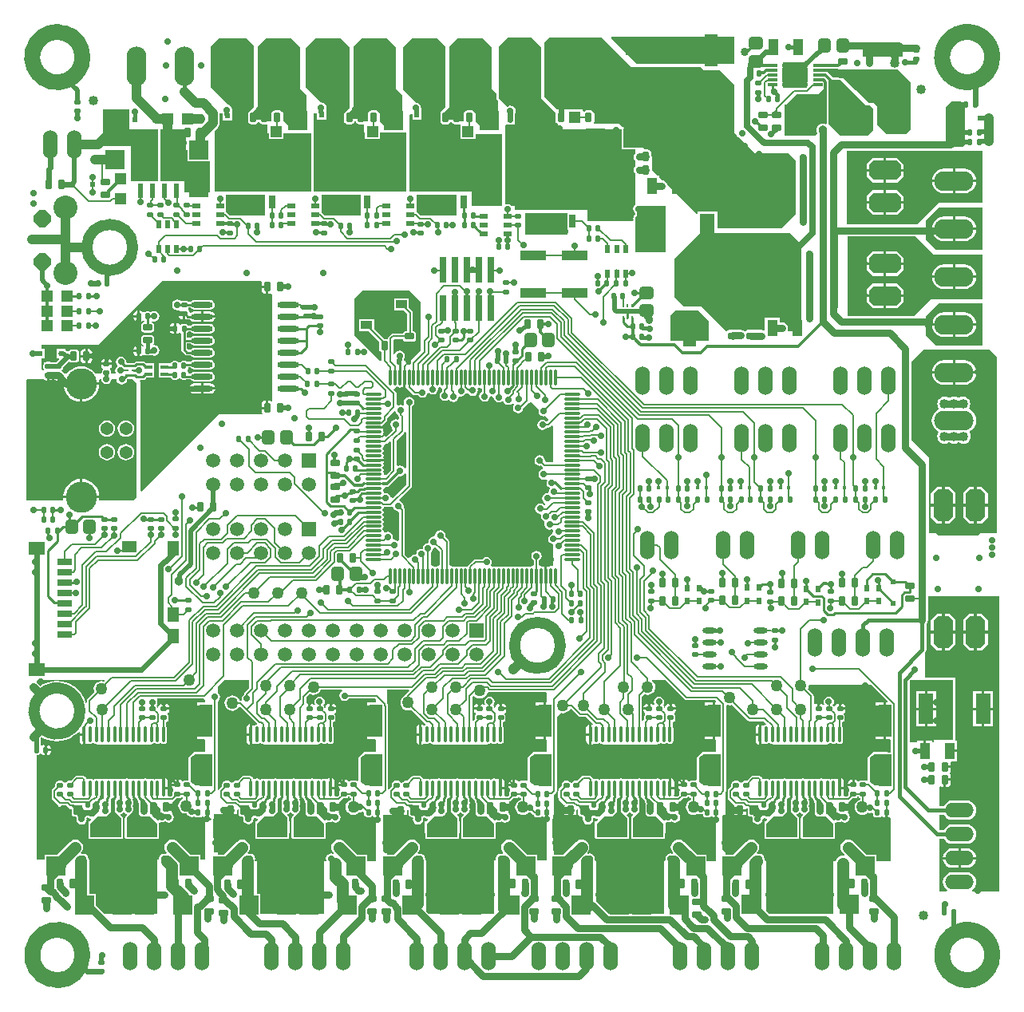
<source format=gtl>
G04 Layer_Physical_Order=1*
G04 Layer_Color=255*
%FSLAX24Y24*%
%MOIN*%
G70*
G01*
G75*
%ADD10C,0.0450*%
%ADD11C,0.0650*%
%ADD12C,0.0500*%
G04:AMPARAMS|DCode=13|XSize=22mil|YSize=24mil|CornerRadius=4.4mil|HoleSize=0mil|Usage=FLASHONLY|Rotation=180.000|XOffset=0mil|YOffset=0mil|HoleType=Round|Shape=RoundedRectangle|*
%AMROUNDEDRECTD13*
21,1,0.0220,0.0152,0,0,180.0*
21,1,0.0132,0.0240,0,0,180.0*
1,1,0.0088,-0.0066,0.0076*
1,1,0.0088,0.0066,0.0076*
1,1,0.0088,0.0066,-0.0076*
1,1,0.0088,-0.0066,-0.0076*
%
%ADD13ROUNDEDRECTD13*%
%ADD14R,0.1299X0.0354*%
%ADD15C,0.0394*%
G04:AMPARAMS|DCode=16|XSize=22mil|YSize=24mil|CornerRadius=4.4mil|HoleSize=0mil|Usage=FLASHONLY|Rotation=270.000|XOffset=0mil|YOffset=0mil|HoleType=Round|Shape=RoundedRectangle|*
%AMROUNDEDRECTD16*
21,1,0.0220,0.0152,0,0,270.0*
21,1,0.0132,0.0240,0,0,270.0*
1,1,0.0088,-0.0076,-0.0066*
1,1,0.0088,-0.0076,0.0066*
1,1,0.0088,0.0076,0.0066*
1,1,0.0088,0.0076,-0.0066*
%
%ADD16ROUNDEDRECTD16*%
G04:AMPARAMS|DCode=17|XSize=29.1mil|YSize=39.4mil|CornerRadius=5.8mil|HoleSize=0mil|Usage=FLASHONLY|Rotation=0.000|XOffset=0mil|YOffset=0mil|HoleType=Round|Shape=RoundedRectangle|*
%AMROUNDEDRECTD17*
21,1,0.0291,0.0277,0,0,0.0*
21,1,0.0175,0.0394,0,0,0.0*
1,1,0.0117,0.0087,-0.0139*
1,1,0.0117,-0.0087,-0.0139*
1,1,0.0117,-0.0087,0.0139*
1,1,0.0117,0.0087,0.0139*
%
%ADD17ROUNDEDRECTD17*%
G04:AMPARAMS|DCode=18|XSize=40mil|YSize=40mil|CornerRadius=20mil|HoleSize=0mil|Usage=FLASHONLY|Rotation=270.000|XOffset=0mil|YOffset=0mil|HoleType=Round|Shape=RoundedRectangle|*
%AMROUNDEDRECTD18*
21,1,0.0400,0.0000,0,0,270.0*
21,1,0.0000,0.0400,0,0,270.0*
1,1,0.0400,0.0000,0.0000*
1,1,0.0400,0.0000,0.0000*
1,1,0.0400,0.0000,0.0000*
1,1,0.0400,0.0000,0.0000*
%
%ADD18ROUNDEDRECTD18*%
%ADD19R,0.0472X0.0354*%
%ADD20R,0.0236X0.0335*%
%ADD21R,0.0335X0.0236*%
%ADD22O,0.0591X0.0236*%
%ADD23O,0.0906X0.0236*%
G04:AMPARAMS|DCode=24|XSize=105mil|YSize=105mil|CornerRadius=26.3mil|HoleSize=0mil|Usage=FLASHONLY|Rotation=0.000|XOffset=0mil|YOffset=0mil|HoleType=Round|Shape=RoundedRectangle|*
%AMROUNDEDRECTD24*
21,1,0.1050,0.0525,0,0,0.0*
21,1,0.0525,0.1050,0,0,0.0*
1,1,0.0525,0.0263,-0.0263*
1,1,0.0525,-0.0263,-0.0263*
1,1,0.0525,-0.0263,0.0263*
1,1,0.0525,0.0263,0.0263*
%
%ADD24ROUNDEDRECTD24*%
%ADD25R,0.0402X0.0118*%
%ADD26R,0.0110X0.0157*%
%ADD27R,0.0551X0.0197*%
%ADD28O,0.0118X0.0709*%
%ADD29O,0.0709X0.0118*%
%ADD30R,0.1102X0.0394*%
G04:AMPARAMS|DCode=31|XSize=29.1mil|YSize=39.4mil|CornerRadius=5.8mil|HoleSize=0mil|Usage=FLASHONLY|Rotation=270.000|XOffset=0mil|YOffset=0mil|HoleType=Round|Shape=RoundedRectangle|*
%AMROUNDEDRECTD31*
21,1,0.0291,0.0277,0,0,270.0*
21,1,0.0175,0.0394,0,0,270.0*
1,1,0.0117,-0.0139,-0.0087*
1,1,0.0117,-0.0139,0.0087*
1,1,0.0117,0.0139,0.0087*
1,1,0.0117,0.0139,-0.0087*
%
%ADD31ROUNDEDRECTD31*%
%ADD32R,0.0354X0.1299*%
%ADD33R,0.1970X0.1700*%
%ADD34R,0.0280X0.0560*%
%ADD35R,0.0240X0.0600*%
%ADD36R,0.0480X0.0480*%
%ADD37R,0.0354X0.0157*%
%ADD38R,0.1673X0.0465*%
G04:AMPARAMS|DCode=39|XSize=52mil|YSize=60mil|CornerRadius=13mil|HoleSize=0mil|Usage=FLASHONLY|Rotation=0.000|XOffset=0mil|YOffset=0mil|HoleType=Round|Shape=RoundedRectangle|*
%AMROUNDEDRECTD39*
21,1,0.0520,0.0340,0,0,0.0*
21,1,0.0260,0.0600,0,0,0.0*
1,1,0.0260,0.0130,-0.0170*
1,1,0.0260,-0.0130,-0.0170*
1,1,0.0260,-0.0130,0.0170*
1,1,0.0260,0.0130,0.0170*
%
%ADD39ROUNDEDRECTD39*%
%ADD40R,0.0295X0.1102*%
%ADD41R,0.0453X0.0591*%
%ADD42R,0.0591X0.0315*%
%ADD43R,0.0669X0.0551*%
%ADD44R,0.0591X0.0453*%
G04:AMPARAMS|DCode=45|XSize=40mil|YSize=40mil|CornerRadius=20mil|HoleSize=0mil|Usage=FLASHONLY|Rotation=0.000|XOffset=0mil|YOffset=0mil|HoleType=Round|Shape=RoundedRectangle|*
%AMROUNDEDRECTD45*
21,1,0.0400,0.0000,0,0,0.0*
21,1,0.0000,0.0400,0,0,0.0*
1,1,0.0400,0.0000,0.0000*
1,1,0.0400,0.0000,0.0000*
1,1,0.0400,0.0000,0.0000*
1,1,0.0400,0.0000,0.0000*
%
%ADD45ROUNDEDRECTD45*%
%ADD46R,0.0480X0.0480*%
%ADD47R,0.0790X0.0790*%
%ADD48R,0.0790X0.0790*%
%ADD49R,0.0240X0.0240*%
%ADD50R,0.0128X0.0106*%
%ADD51R,0.0200X0.0280*%
%ADD52R,0.0240X0.0240*%
%ADD53R,0.0630X0.1260*%
%ADD54R,0.1260X0.0630*%
G04:AMPARAMS|DCode=55|XSize=52mil|YSize=60mil|CornerRadius=13mil|HoleSize=0mil|Usage=FLASHONLY|Rotation=90.000|XOffset=0mil|YOffset=0mil|HoleType=Round|Shape=RoundedRectangle|*
%AMROUNDEDRECTD55*
21,1,0.0520,0.0340,0,0,90.0*
21,1,0.0260,0.0600,0,0,90.0*
1,1,0.0260,0.0170,0.0130*
1,1,0.0260,0.0170,-0.0130*
1,1,0.0260,-0.0170,-0.0130*
1,1,0.0260,-0.0170,0.0130*
%
%ADD55ROUNDEDRECTD55*%
%ADD56R,0.0433X0.0669*%
%ADD57R,0.0551X0.1339*%
%ADD58C,0.0600*%
%ADD59R,0.0118X0.0157*%
%ADD60O,0.0138X0.0669*%
%ADD61R,0.2055X0.1220*%
%ADD62C,0.0200*%
%ADD63C,0.0390*%
%ADD64C,0.0240*%
%ADD65C,0.0290*%
%ADD66C,0.0400*%
%ADD67C,0.0320*%
%ADD68C,0.0080*%
%ADD69C,0.0120*%
%ADD70C,0.0160*%
%ADD71C,0.0250*%
%ADD72C,0.0100*%
%ADD73C,0.0140*%
%ADD74C,0.0300*%
%ADD75C,0.0070*%
%ADD76C,0.0500*%
%ADD77C,0.0220*%
%ADD78C,0.0150*%
%ADD79C,0.0180*%
%ADD80R,0.0591X0.0591*%
%ADD81C,0.0591*%
%ADD82O,0.1200X0.0600*%
%ADD83O,0.1650X0.0825*%
%ADD84P,0.0758X8X292.5*%
%ADD85C,0.1000*%
%ADD86O,0.0600X0.1200*%
%ADD87C,0.0540*%
%ADD88C,0.1305*%
%ADD89O,0.0825X0.1650*%
G04:AMPARAMS|DCode=90|XSize=133mil|YSize=83mil|CornerRadius=0mil|HoleSize=0mil|Usage=FLASHONLY|Rotation=270.000|XOffset=0mil|YOffset=0mil|HoleType=Round|Shape=Octagon|*
%AMOCTAGOND90*
4,1,8,-0.0208,-0.0665,0.0208,-0.0665,0.0415,-0.0458,0.0415,0.0458,0.0208,0.0665,-0.0208,0.0665,-0.0415,0.0458,-0.0415,-0.0458,-0.0208,-0.0665,0.0*
%
%ADD90OCTAGOND90*%

G04:AMPARAMS|DCode=91|XSize=133mil|YSize=83mil|CornerRadius=0mil|HoleSize=0mil|Usage=FLASHONLY|Rotation=180.000|XOffset=0mil|YOffset=0mil|HoleType=Round|Shape=Octagon|*
%AMOCTAGOND91*
4,1,8,-0.0665,0.0208,-0.0665,-0.0208,-0.0458,-0.0415,0.0458,-0.0415,0.0665,-0.0208,0.0665,0.0208,0.0458,0.0415,-0.0458,0.0415,-0.0665,0.0208,0.0*
%
%ADD91OCTAGOND91*%

%ADD92C,0.0290*%
%ADD93C,0.0300*%
%ADD94C,0.0400*%
%ADD95C,0.0380*%
%ADD96C,0.0340*%
%ADD97C,0.0500*%
%ADD98C,0.0250*%
G36*
X7790Y8590D02*
X7260D01*
X7180Y8670D01*
X7122Y8728D01*
X7122Y8731D01*
X7090Y8779D01*
X7070Y8792D01*
Y9710D01*
X7250Y9890D01*
X7790D01*
Y8590D01*
D02*
G37*
G36*
X14890D02*
X14360D01*
X14280Y8670D01*
X14170Y8780D01*
Y9710D01*
X14350Y9890D01*
X14890D01*
Y8590D01*
D02*
G37*
G36*
X38090Y30740D02*
X40140Y30740D01*
Y28935D01*
X40105Y28900D01*
X37960Y28900D01*
X37260Y28200D01*
X34500D01*
Y31510D01*
X37320D01*
X38090Y30740D01*
D02*
G37*
G36*
X40847Y4160D02*
X39709D01*
X39694Y4210D01*
X39765Y4265D01*
X39829Y4348D01*
X39870Y4446D01*
X39883Y4550D01*
X39870Y4654D01*
X39829Y4752D01*
X39765Y4835D01*
X39682Y4899D01*
X39584Y4940D01*
X39480Y4953D01*
X38880D01*
X38776Y4940D01*
X38678Y4899D01*
X38595Y4835D01*
X38531Y4752D01*
X38490Y4654D01*
X38477Y4550D01*
X38490Y4446D01*
X38531Y4348D01*
X38595Y4265D01*
X38666Y4210D01*
X38651Y4160D01*
X38350D01*
Y6366D01*
X38523D01*
X38531Y6348D01*
X38595Y6265D01*
X38678Y6201D01*
X38776Y6160D01*
X38880Y6147D01*
X39480D01*
X39584Y6160D01*
X39682Y6201D01*
X39765Y6265D01*
X39829Y6348D01*
X39870Y6446D01*
X39883Y6550D01*
X39870Y6654D01*
X39829Y6752D01*
X39765Y6835D01*
X39682Y6899D01*
X39584Y6940D01*
X39480Y6953D01*
X38880D01*
X38776Y6940D01*
X38678Y6899D01*
X38595Y6835D01*
X38531Y6752D01*
X38523Y6734D01*
X38350D01*
Y7366D01*
X38523D01*
X38531Y7348D01*
X38595Y7265D01*
X38678Y7201D01*
X38776Y7160D01*
X38880Y7147D01*
X39480D01*
X39584Y7160D01*
X39682Y7201D01*
X39765Y7265D01*
X39829Y7348D01*
X39870Y7446D01*
X39883Y7550D01*
X39870Y7654D01*
X39829Y7752D01*
X39765Y7835D01*
X39682Y7899D01*
X39584Y7940D01*
X39480Y7953D01*
X38880D01*
X38776Y7940D01*
X38678Y7899D01*
X38595Y7835D01*
X38531Y7752D01*
X38523Y7734D01*
X38350D01*
Y8511D01*
X38400Y8538D01*
X38409Y8532D01*
X38470Y8520D01*
X38508D01*
Y8820D01*
X38558D01*
Y8870D01*
X38806D01*
Y8959D01*
X38794Y9020D01*
X38759Y9073D01*
Y9107D01*
X38794Y9160D01*
X38806Y9221D01*
Y9310D01*
X38558D01*
Y9410D01*
X38806D01*
Y9499D01*
X38799Y9535D01*
X38833Y9585D01*
X39088D01*
Y9970D01*
X38772D01*
Y10070D01*
X39088D01*
Y10455D01*
X39000D01*
Y13100D01*
X37750D01*
Y14123D01*
X37785Y14175D01*
X37799Y14245D01*
Y15305D01*
X37850Y15382D01*
X37870Y15480D01*
Y16400D01*
Y16500D01*
X40847D01*
Y4160D01*
D02*
G37*
G36*
X21950Y8590D02*
X21420D01*
X21340Y8670D01*
X21230Y8780D01*
Y9710D01*
X21410Y9890D01*
X21950D01*
Y8590D01*
D02*
G37*
G36*
X32580Y31170D02*
Y27910D01*
X32220Y27550D01*
X32033D01*
X32004Y27600D01*
X32020Y27680D01*
X32001Y27776D01*
X31947Y27857D01*
X31866Y27911D01*
X31770Y27930D01*
X31675D01*
Y28115D01*
X31042D01*
Y27606D01*
X30998Y27583D01*
X30986Y27591D01*
X30890Y27610D01*
X30625D01*
X30619Y27611D01*
X30485D01*
X30480Y27612D01*
X30475Y27611D01*
X30341D01*
X30280Y27599D01*
X30227Y27564D01*
X30219Y27552D01*
X30146Y27601D01*
X30050Y27620D01*
X29708D01*
X29664Y27611D01*
X29561D01*
X29500Y27599D01*
X29447Y27564D01*
X29437Y27563D01*
X28420Y28580D01*
X27680Y28580D01*
X27260Y29000D01*
Y30580D01*
X28330Y31650D01*
X32100D01*
X32580Y31170D01*
D02*
G37*
G36*
X28700Y27990D02*
Y27150D01*
X27100D01*
Y27650D01*
X27100Y28220D01*
X27290Y28410D01*
X28280Y28410D01*
X28700Y27990D01*
D02*
G37*
G36*
X29020Y8590D02*
X28490D01*
X28410Y8670D01*
X28300Y8780D01*
Y9710D01*
X28480Y9890D01*
X29020D01*
Y8590D01*
D02*
G37*
G36*
X36150D02*
X35620D01*
X35540Y8670D01*
X35430Y8780D01*
Y9710D01*
X35610Y9890D01*
X36150D01*
Y8590D01*
D02*
G37*
G36*
X10400Y8068D02*
X10396Y8049D01*
Y8046D01*
X10385Y8035D01*
X10364Y8031D01*
X10283Y7977D01*
X10229Y7896D01*
X10210Y7800D01*
X10229Y7704D01*
X10234Y7697D01*
X10205Y7505D01*
X10030Y7330D01*
X9921Y7278D01*
X9909Y7283D01*
X9896Y7290D01*
X9891Y7290D01*
X9886Y7292D01*
X9873D01*
X9816Y7304D01*
X9794Y7318D01*
X9758Y7333D01*
X9718D01*
X9703Y7327D01*
X9681Y7318D01*
X9681Y7318D01*
X9638Y7289D01*
X9610Y7261D01*
X9594Y7224D01*
Y7224D01*
Y7184D01*
X9595Y7180D01*
X9586Y7136D01*
X9576Y7120D01*
X9384D01*
X9374Y7136D01*
X9365Y7180D01*
X9369Y7201D01*
Y7206D01*
X9370Y7211D01*
X9369Y7226D01*
Y7241D01*
X9367Y7245D01*
X9366Y7250D01*
X9359Y7263D01*
X9354Y7277D01*
X9350Y7281D01*
X9348Y7285D01*
X9307Y7335D01*
X9303Y7339D01*
X9300Y7343D01*
X9287Y7351D01*
X9276Y7361D01*
X9271Y7362D01*
X9267Y7365D01*
X9252Y7368D01*
X9238Y7372D01*
X9233Y7372D01*
X9228Y7373D01*
X9210D01*
X9190Y7377D01*
X9181Y7382D01*
X9176Y7391D01*
X9171Y7411D01*
Y7572D01*
X9170Y7579D01*
X9170Y7587D01*
X9166Y7599D01*
X9164Y7611D01*
X9159Y7617D01*
X9157Y7625D01*
X9148Y7634D01*
X9142Y7644D01*
X9140Y7645D01*
Y7750D01*
X9141Y7751D01*
X9513D01*
Y7724D01*
X9524Y7668D01*
X9556Y7620D01*
X9604Y7588D01*
X9660Y7577D01*
X9792D01*
X9848Y7588D01*
X9896Y7620D01*
X9928Y7668D01*
X9939Y7724D01*
Y7814D01*
X10012Y7887D01*
X10020D01*
X10073Y7898D01*
X10117Y7928D01*
X10180Y7990D01*
X10189Y7996D01*
X10219Y8041D01*
X10229Y8094D01*
Y8104D01*
X10251Y8136D01*
X10252Y8142D01*
X10280Y8170D01*
X10400D01*
Y8068D01*
D02*
G37*
G36*
X19721Y7740D02*
X19863Y7598D01*
Y7561D01*
X19875Y7500D01*
X19910Y7447D01*
X19963Y7412D01*
X20024Y7400D01*
X20061D01*
X20071Y7390D01*
X20246D01*
X20251Y7377D01*
Y7290D01*
X20291Y7250D01*
X20241Y7143D01*
X20201Y7135D01*
X20157Y7144D01*
X20115Y7171D01*
X20115Y7171D01*
X20079Y7187D01*
X20039D01*
X20002Y7171D01*
X20002Y7171D01*
X19975Y7154D01*
X19931Y7145D01*
X19881Y7155D01*
X19864D01*
X19848Y7156D01*
X19845Y7155D01*
X19841D01*
X19826Y7149D01*
X19810Y7143D01*
X19772Y7121D01*
X19762Y7113D01*
X19755Y7109D01*
X19492Y7372D01*
X19459Y7394D01*
X19431Y7400D01*
X19431Y7830D01*
X19721D01*
Y7740D01*
D02*
G37*
G36*
X26817D02*
X26949Y7608D01*
Y7551D01*
X26961Y7490D01*
X26996Y7437D01*
X27049Y7402D01*
X27111Y7390D01*
X27167D01*
X27167Y7390D01*
X27289D01*
X27338Y7388D01*
X27346Y7370D01*
X27347Y7366D01*
Y7290D01*
X27387Y7250D01*
X27340Y7150D01*
X27331Y7144D01*
X27287Y7135D01*
X27243Y7144D01*
X27201Y7171D01*
X27201Y7171D01*
X27165Y7187D01*
X27125D01*
X27088Y7171D01*
X27088Y7171D01*
X27061Y7154D01*
X27017Y7145D01*
X26967Y7155D01*
X26950D01*
X26934Y7156D01*
X26931Y7155D01*
X26927D01*
X26912Y7149D01*
X26896Y7143D01*
X26857Y7121D01*
X26848Y7113D01*
X26842Y7109D01*
X26684Y7267D01*
X26684Y7267D01*
X26684Y7267D01*
X26579Y7372D01*
X26546Y7394D01*
X26527Y7398D01*
X26527Y7830D01*
X26817D01*
Y7740D01*
D02*
G37*
G36*
X5661D02*
X5803Y7598D01*
Y7551D01*
X5816Y7490D01*
X5851Y7437D01*
X5903Y7402D01*
X5965Y7390D01*
X6011D01*
X6011Y7390D01*
X6191D01*
Y7290D01*
X6231Y7250D01*
X6181Y7143D01*
X6141Y7135D01*
X6097Y7144D01*
X6056Y7171D01*
X6056Y7171D01*
X6019Y7187D01*
X5979D01*
X5942Y7171D01*
X5942Y7171D01*
X5916Y7154D01*
X5871Y7145D01*
X5821Y7155D01*
X5805D01*
X5788Y7156D01*
X5785Y7155D01*
X5781D01*
X5766Y7149D01*
X5751Y7143D01*
X5712Y7121D01*
X5702Y7113D01*
X5696Y7109D01*
X5539Y7267D01*
X5538Y7267D01*
X5538Y7267D01*
X5434Y7372D01*
X5400Y7394D01*
X5371Y7400D01*
X5371Y7830D01*
X5661D01*
Y7740D01*
D02*
G37*
G36*
X12630D02*
X12772Y7598D01*
Y7551D01*
X12784Y7490D01*
X12819Y7437D01*
X12872Y7402D01*
X12933Y7390D01*
X12980D01*
X12980Y7390D01*
X13160D01*
Y7290D01*
X13200Y7250D01*
X13150Y7143D01*
X13110Y7135D01*
X13066Y7144D01*
X13024Y7171D01*
X13024Y7171D01*
X12987Y7187D01*
X12948D01*
X12911Y7171D01*
X12911Y7171D01*
X12884Y7154D01*
X12840Y7145D01*
X12789Y7155D01*
X12773D01*
X12757Y7156D01*
X12753Y7155D01*
X12750D01*
X12735Y7149D01*
X12719Y7143D01*
X12680Y7121D01*
X12670Y7113D01*
X12665Y7109D01*
X12507Y7267D01*
X12507Y7267D01*
X12507Y7267D01*
X12402Y7372D01*
X12369Y7394D01*
X12340Y7400D01*
X12340Y7830D01*
X12630D01*
Y7740D01*
D02*
G37*
G36*
X33906D02*
X34038Y7608D01*
Y7551D01*
X34050Y7490D01*
X34085Y7437D01*
X34137Y7402D01*
X34199Y7390D01*
X34256D01*
X34256Y7390D01*
X34377D01*
X34427Y7388D01*
X34434Y7370D01*
X34436Y7366D01*
Y7290D01*
X34476Y7250D01*
X34429Y7150D01*
X34420Y7144D01*
X34376Y7135D01*
X34332Y7144D01*
X34290Y7171D01*
X34290Y7171D01*
X34253Y7187D01*
X34213D01*
X34177Y7171D01*
X34177Y7171D01*
X34150Y7154D01*
X34106Y7145D01*
X34055Y7155D01*
X34039D01*
X34023Y7156D01*
X34019Y7155D01*
X34015D01*
X34000Y7149D01*
X33985Y7143D01*
X33946Y7121D01*
X33936Y7113D01*
X33931Y7109D01*
X33773Y7267D01*
X33773Y7267D01*
X33773Y7267D01*
X33668Y7372D01*
X33635Y7394D01*
X33616Y7398D01*
X33616Y7830D01*
X33906D01*
Y7740D01*
D02*
G37*
G36*
X24577Y8068D02*
X24573Y8049D01*
Y8046D01*
X24562Y8035D01*
X24542Y8031D01*
X24461Y7977D01*
X24406Y7896D01*
X24387Y7800D01*
X24406Y7704D01*
X24411Y7697D01*
X24382Y7505D01*
X24207Y7330D01*
X24106Y7282D01*
X24099Y7285D01*
X24086Y7292D01*
X24081Y7293D01*
X24076Y7295D01*
X24061D01*
X24046Y7296D01*
X24041Y7295D01*
X24038D01*
X23993Y7304D01*
X23973Y7317D01*
X23973Y7317D01*
X23937Y7332D01*
X23897D01*
X23860Y7317D01*
X23816Y7287D01*
X23788Y7259D01*
X23773Y7222D01*
Y7183D01*
X23775Y7170D01*
X23766Y7126D01*
X23763Y7120D01*
X23557D01*
X23554Y7126D01*
X23545Y7170D01*
X23551Y7201D01*
Y7204D01*
X23552Y7207D01*
X23551Y7224D01*
Y7241D01*
X23550Y7243D01*
X23550Y7246D01*
X23542Y7262D01*
X23536Y7277D01*
X23534Y7279D01*
X23532Y7282D01*
X23494Y7332D01*
X23489Y7337D01*
X23485Y7343D01*
X23474Y7350D01*
X23465Y7359D01*
X23458Y7361D01*
X23452Y7365D01*
X23439Y7367D01*
X23427Y7372D01*
X23420Y7371D01*
X23413Y7373D01*
X23388D01*
X23367Y7377D01*
X23359Y7382D01*
X23353Y7391D01*
X23349Y7411D01*
Y7572D01*
X23347Y7579D01*
X23348Y7586D01*
X23343Y7598D01*
X23341Y7611D01*
X23337Y7617D01*
X23335Y7624D01*
X23326Y7633D01*
X23319Y7644D01*
X23317Y7645D01*
Y7750D01*
X23318Y7751D01*
X23690D01*
Y7694D01*
X23702Y7638D01*
X23733Y7590D01*
X23781Y7558D01*
X23837Y7547D01*
X23969D01*
X24025Y7558D01*
X24073Y7590D01*
X24105Y7638D01*
X24116Y7694D01*
Y7814D01*
X24189Y7887D01*
X24197D01*
X24250Y7898D01*
X24295Y7928D01*
X24357Y7990D01*
X24366Y7996D01*
X24396Y8041D01*
X24406Y8094D01*
Y8104D01*
X24428Y8136D01*
X24429Y8142D01*
X24457Y8170D01*
X24577D01*
Y8068D01*
D02*
G37*
G36*
X31676Y8111D02*
X31674Y8108D01*
X31662Y8049D01*
Y8037D01*
X31630Y8031D01*
X31549Y7977D01*
X31495Y7896D01*
X31476Y7800D01*
X31495Y7704D01*
X31508Y7685D01*
X31500Y7634D01*
X31495Y7626D01*
X31476Y7530D01*
X31481Y7505D01*
X31481Y7505D01*
X31306Y7330D01*
X31200Y7280D01*
X31188Y7285D01*
X31174Y7292D01*
X31169Y7293D01*
X31165Y7295D01*
X31150D01*
X31135Y7296D01*
X31130Y7295D01*
X31127D01*
X31082Y7304D01*
X31067Y7313D01*
X31067Y7313D01*
X31030Y7328D01*
X30991D01*
X30954Y7313D01*
X30954Y7313D01*
X30909Y7283D01*
X30909Y7283D01*
X30881Y7255D01*
D01*
X30881Y7255D01*
X30872Y7233D01*
X30866Y7218D01*
Y7218D01*
Y7182D01*
X30856Y7136D01*
X30846Y7120D01*
X30654D01*
X30644Y7136D01*
X30635Y7180D01*
X30639Y7201D01*
Y7206D01*
X30640Y7211D01*
X30639Y7226D01*
Y7241D01*
X30637Y7245D01*
X30636Y7250D01*
X30629Y7263D01*
X30624Y7277D01*
X30620Y7281D01*
X30618Y7285D01*
X30577Y7335D01*
X30573Y7339D01*
X30570Y7343D01*
X30557Y7351D01*
X30546Y7361D01*
X30541Y7362D01*
X30537Y7365D01*
X30522Y7368D01*
X30508Y7372D01*
X30503Y7372D01*
X30498Y7373D01*
X30476D01*
X30456Y7377D01*
X30447Y7382D01*
X30441Y7391D01*
X30437Y7411D01*
Y7631D01*
X30429Y7670D01*
X30416Y7691D01*
Y7750D01*
X30416Y7751D01*
X30779D01*
Y7694D01*
X30790Y7638D01*
X30822Y7590D01*
X30870Y7558D01*
X30926Y7547D01*
X31058D01*
X31114Y7558D01*
X31162Y7590D01*
X31193Y7638D01*
X31205Y7694D01*
Y7814D01*
X31278Y7887D01*
X31286D01*
X31338Y7898D01*
X31383Y7928D01*
X31446Y7990D01*
X31455Y7996D01*
X31484Y8041D01*
X31495Y8094D01*
Y8104D01*
X31505Y8119D01*
X31556Y8170D01*
X31676D01*
Y8111D01*
D02*
G37*
G36*
X3441D02*
X3439Y8108D01*
X3428Y8049D01*
Y8037D01*
X3396Y8031D01*
X3315Y7977D01*
X3261Y7896D01*
X3242Y7800D01*
X3261Y7704D01*
X3274Y7685D01*
X3266Y7634D01*
X3261Y7626D01*
X3242Y7530D01*
X3246Y7505D01*
X3246Y7505D01*
X3071Y7330D01*
X2966Y7280D01*
X2953Y7285D01*
X2940Y7292D01*
X2935Y7293D01*
X2930Y7295D01*
X2915D01*
X2900Y7296D01*
X2896Y7295D01*
X2892D01*
X2847Y7304D01*
X2818Y7323D01*
X2818Y7323D01*
X2781Y7338D01*
X2741D01*
X2705Y7323D01*
X2705Y7323D01*
X2664Y7296D01*
X2636Y7268D01*
X2621Y7231D01*
Y7231D01*
Y7192D01*
X2625Y7170D01*
X2616Y7126D01*
X2613Y7120D01*
X2407D01*
X2404Y7126D01*
X2395Y7170D01*
X2401Y7201D01*
Y7204D01*
X2402Y7207D01*
X2401Y7224D01*
Y7241D01*
X2400Y7243D01*
X2400Y7246D01*
X2392Y7262D01*
X2386Y7277D01*
X2384Y7279D01*
X2382Y7282D01*
X2344Y7332D01*
X2339Y7337D01*
X2335Y7343D01*
X2324Y7350D01*
X2315Y7359D01*
X2308Y7361D01*
X2302Y7365D01*
X2289Y7367D01*
X2277Y7372D01*
X2270Y7371D01*
X2263Y7373D01*
X2242D01*
X2221Y7377D01*
X2213Y7382D01*
X2207Y7391D01*
X2203Y7411D01*
Y7572D01*
X2202Y7579D01*
X2202Y7586D01*
X2198Y7598D01*
X2195Y7611D01*
X2191Y7617D01*
X2189Y7624D01*
X2181Y7632D01*
Y7750D01*
X2182Y7751D01*
X2545D01*
Y7694D01*
X2556Y7638D01*
X2588Y7590D01*
X2635Y7558D01*
X2691Y7547D01*
X2823D01*
X2880Y7558D01*
X2927Y7590D01*
X2959Y7638D01*
X2970Y7694D01*
Y7814D01*
X3044Y7887D01*
X3051D01*
X3104Y7898D01*
X3149Y7928D01*
X3212Y7990D01*
X3220Y7996D01*
X3250Y8041D01*
X3261Y8094D01*
Y8104D01*
X3270Y8119D01*
X3321Y8170D01*
X3441D01*
Y8111D01*
D02*
G37*
G36*
X17501D02*
X17499Y8108D01*
X17487Y8049D01*
Y8037D01*
X17456Y8031D01*
X17375Y7977D01*
X17320Y7896D01*
X17301Y7800D01*
X17320Y7704D01*
X17334Y7685D01*
X17326Y7634D01*
X17320Y7626D01*
X17301Y7530D01*
X17306Y7505D01*
X17306Y7505D01*
X17190Y7389D01*
X17165Y7372D01*
X17116Y7323D01*
X17016Y7275D01*
X17014Y7277D01*
X17000Y7283D01*
X16987Y7290D01*
X16982Y7290D01*
X16978Y7292D01*
X16965D01*
X16907Y7304D01*
X16878Y7323D01*
X16841Y7338D01*
X16802D01*
X16765Y7323D01*
D01*
X16765Y7323D01*
X16724Y7296D01*
X16710Y7282D01*
X16696Y7268D01*
X16696Y7268D01*
D01*
X16694Y7261D01*
X16681Y7231D01*
Y7231D01*
Y7191D01*
Y7191D01*
X16681Y7191D01*
X16685Y7170D01*
X16676Y7126D01*
X16673Y7120D01*
X16467D01*
X16464Y7126D01*
X16455Y7170D01*
X16459Y7191D01*
Y7196D01*
X16460Y7201D01*
X16459Y7216D01*
Y7231D01*
X16457Y7235D01*
X16456Y7240D01*
X16449Y7253D01*
X16444Y7267D01*
X16440Y7271D01*
X16438Y7275D01*
X16397Y7325D01*
X16393Y7329D01*
X16390Y7333D01*
X16377Y7341D01*
X16366Y7351D01*
X16361Y7352D01*
X16357Y7355D01*
X16342Y7358D01*
X16328Y7362D01*
X16323Y7362D01*
X16318Y7363D01*
X16300D01*
X16280Y7367D01*
X16271Y7372D01*
X16266Y7381D01*
X16261Y7401D01*
Y7562D01*
X16260Y7569D01*
X16260Y7577D01*
X16256Y7589D01*
X16254Y7601D01*
X16249Y7607D01*
X16247Y7615D01*
X16241Y7621D01*
Y7750D01*
X16242Y7751D01*
X16604D01*
Y7694D01*
X16616Y7638D01*
X16647Y7590D01*
X16695Y7558D01*
X16751Y7547D01*
X16883D01*
X16939Y7558D01*
X16987Y7590D01*
X17019Y7638D01*
X17030Y7694D01*
Y7814D01*
X17103Y7887D01*
X17111D01*
X17164Y7898D01*
X17209Y7928D01*
X17271Y7990D01*
X17280Y7996D01*
X17310Y8041D01*
X17320Y8094D01*
Y8104D01*
X17330Y8119D01*
X17381Y8170D01*
X17501D01*
Y8111D01*
D02*
G37*
G36*
X16078Y23325D02*
Y21850D01*
X15998Y21826D01*
X15965Y21875D01*
X15894Y21923D01*
X15810Y21939D01*
X15747Y21927D01*
X15667Y21972D01*
Y22994D01*
X15974Y23301D01*
X15974Y23301D01*
X15999Y23337D01*
X16078Y23325D01*
D02*
G37*
G36*
Y21590D02*
Y21146D01*
X15506Y20574D01*
X15494Y20575D01*
X15424Y20606D01*
X15413Y20664D01*
X15365Y20735D01*
X15294Y20783D01*
X15210Y20799D01*
X15153Y20788D01*
X15142Y20844D01*
X15106Y20897D01*
X15103Y20913D01*
X15113Y20929D01*
X15123Y20979D01*
X15192Y21043D01*
X15266D01*
X15317Y21053D01*
X15360Y21082D01*
X15784Y21506D01*
X15810Y21501D01*
X15894Y21517D01*
X15965Y21565D01*
X15998Y21614D01*
X16078Y21590D01*
D02*
G37*
G36*
X36186Y12089D02*
X36167Y12043D01*
X36110D01*
Y11924D01*
X36190D01*
Y10624D01*
X36110D01*
Y10504D01*
X36266D01*
X36301Y10469D01*
Y9966D01*
X36217D01*
X36189Y9984D01*
X36150Y9992D01*
X35610D01*
X35571Y9984D01*
X35538Y9962D01*
X35358Y9782D01*
X35336Y9749D01*
X35328Y9710D01*
Y8796D01*
X35292Y8773D01*
X35279Y8770D01*
X35260Y8782D01*
X35216Y8791D01*
X35064D01*
X35020Y8782D01*
X34982Y8757D01*
X34928Y8767D01*
X34920Y8779D01*
X34872Y8811D01*
X34816Y8822D01*
X34790D01*
Y8609D01*
X34740D01*
Y8559D01*
X34517D01*
Y8543D01*
X34528Y8487D01*
X34560Y8439D01*
X34572Y8432D01*
X34582Y8378D01*
X34557Y8340D01*
X34548Y8296D01*
Y8196D01*
X34477Y8126D01*
X34380D01*
X34339Y8176D01*
X34344Y8202D01*
Y8418D01*
X34172D01*
Y8468D01*
X34122D01*
Y8896D01*
X34106Y8893D01*
X34050Y8855D01*
X33988Y8853D01*
X33970Y8865D01*
X33916Y8875D01*
X33862Y8865D01*
X33819Y8836D01*
X33805Y8830D01*
X33772D01*
X33757Y8836D01*
X33715Y8865D01*
X33696Y8868D01*
D01*
X33660Y8875D01*
X33606Y8865D01*
X33599Y8860D01*
X33465D01*
X33459Y8865D01*
X33404Y8875D01*
X33350Y8865D01*
X33343Y8860D01*
X33210D01*
X33203Y8865D01*
X33149Y8875D01*
X33094Y8865D01*
X33088Y8860D01*
X32954D01*
X32947Y8865D01*
X32893Y8875D01*
X32838Y8865D01*
X32832Y8860D01*
X32698D01*
X32691Y8865D01*
X32637Y8875D01*
X32583Y8865D01*
X32576Y8860D01*
X32442D01*
X32435Y8865D01*
X32381Y8875D01*
X32327Y8865D01*
X32320Y8860D01*
X32186D01*
X32179Y8865D01*
X32125Y8875D01*
X32071Y8865D01*
X32064Y8860D01*
X31930D01*
X31923Y8865D01*
X31869Y8875D01*
X31815Y8865D01*
X31808Y8860D01*
X31674D01*
X31667Y8865D01*
X31613Y8875D01*
X31559Y8865D01*
X31552Y8860D01*
X31418D01*
X31411Y8865D01*
X31357Y8875D01*
X31303Y8865D01*
X31296Y8860D01*
X31260Y8836D01*
X31246Y8830D01*
X31213D01*
X31198Y8836D01*
X31162Y8860D01*
X31155Y8865D01*
X31147Y8866D01*
X31101Y8875D01*
X31047Y8865D01*
X31006Y8837D01*
X31005Y8837D01*
X30981Y8842D01*
X30954Y8853D01*
X30949Y8876D01*
X30925Y8912D01*
X30925Y8912D01*
X30887Y8949D01*
X30851Y8974D01*
X30808Y8982D01*
X30808Y8982D01*
X30550D01*
X30550Y8982D01*
X30507Y8974D01*
X30471Y8949D01*
X30291Y8769D01*
X30183D01*
X30138Y8760D01*
X30101Y8735D01*
X30079Y8703D01*
X30052Y8700D01*
X30025Y8703D01*
X30004Y8735D01*
X29966Y8760D01*
X29922Y8769D01*
X29770D01*
X29725Y8760D01*
X29688Y8735D01*
X29662Y8697D01*
X29654Y8653D01*
Y8553D01*
X29536Y8436D01*
X29512Y8400D01*
X29504Y8357D01*
X29504Y8357D01*
Y8078D01*
X29504Y8078D01*
X29512Y8035D01*
X29536Y7999D01*
X29768Y7768D01*
X29768Y7768D01*
X29777Y7761D01*
X29782Y7740D01*
X29769Y7679D01*
Y7590D01*
X30267D01*
Y7621D01*
X30279Y7631D01*
X30279Y7631D01*
X30335D01*
Y7401D01*
X30345Y7351D01*
X30374Y7309D01*
X30416Y7281D01*
X30466Y7271D01*
X30498D01*
X30539Y7221D01*
X30531Y7180D01*
X30547Y7096D01*
X30595Y7025D01*
X30666Y6977D01*
X30750Y6961D01*
X30834Y6977D01*
X30905Y7025D01*
X30953Y7096D01*
X30969Y7180D01*
X30966Y7198D01*
X31011Y7228D01*
X31042Y7207D01*
X31126Y7191D01*
X31145Y7195D01*
X31169Y7148D01*
X31089Y7069D01*
X31026D01*
Y6574D01*
X31040D01*
Y6410D01*
X31046Y6383D01*
X31061Y6360D01*
X31084Y6344D01*
X31112Y6339D01*
X32392D01*
X32419Y6344D01*
X32442Y6360D01*
X32458Y6383D01*
X32463Y6410D01*
Y6574D01*
X32465D01*
Y7069D01*
X32463D01*
Y7220D01*
X32458Y7247D01*
X32442Y7270D01*
X32369Y7344D01*
X32384Y7391D01*
X32414Y7397D01*
X32485Y7445D01*
X32490Y7452D01*
X32540D01*
X32545Y7445D01*
X32616Y7397D01*
X32636Y7394D01*
X32650Y7346D01*
X32575Y7270D01*
X32560Y7247D01*
X32554Y7220D01*
Y7069D01*
X32546D01*
Y6574D01*
X32554D01*
Y6410D01*
X32560Y6383D01*
X32575Y6360D01*
X32598Y6344D01*
X32626Y6339D01*
X33906D01*
X33933Y6344D01*
X33956Y6360D01*
X33972Y6383D01*
X33977Y6410D01*
Y6574D01*
X33985D01*
Y7022D01*
X33997Y7033D01*
X34035Y7055D01*
X34106Y7041D01*
X34190Y7057D01*
X34233Y7087D01*
X34292Y7047D01*
X34376Y7031D01*
X34460Y7047D01*
X34531Y7095D01*
X34578Y7166D01*
X34595Y7250D01*
X34578Y7334D01*
X34575Y7340D01*
X34573Y7341D01*
X34531Y7405D01*
X34527Y7408D01*
X34514Y7476D01*
X34523Y7490D01*
X34535Y7551D01*
Y7640D01*
X34286D01*
Y7740D01*
X34535D01*
Y7829D01*
X34530Y7854D01*
X34525Y7891D01*
X34566Y7910D01*
X34567Y7910D01*
X34603Y7934D01*
X34716Y8048D01*
X34816D01*
X34860Y8057D01*
X34898Y8082D01*
X34913Y8104D01*
X34967D01*
X34982Y8082D01*
X35020Y8057D01*
X35028Y8055D01*
Y7988D01*
X34959Y7960D01*
X34892Y7908D01*
X34840Y7841D01*
X34808Y7764D01*
X34797Y7680D01*
X34808Y7596D01*
X34840Y7519D01*
X34892Y7452D01*
X34949Y7408D01*
X34959Y7400D01*
X35036Y7368D01*
X35120Y7357D01*
X35204Y7368D01*
X35281Y7400D01*
X35344Y7449D01*
X35346Y7447D01*
X35430Y7431D01*
X35514Y7447D01*
X35518Y7450D01*
X35550Y7433D01*
X35568D01*
Y7374D01*
X35577Y7330D01*
X35602Y7292D01*
X35640Y7267D01*
X35684Y7258D01*
X35816D01*
X35860Y7267D01*
X35898Y7292D01*
X35951Y7280D01*
X35957Y7270D01*
X36005Y7238D01*
X36061Y7227D01*
X36077D01*
Y7450D01*
X36177D01*
Y7227D01*
X36193D01*
X36249Y7238D01*
X36251Y7240D01*
X36301Y7213D01*
Y5430D01*
X35746D01*
X35711Y5465D01*
Y5675D01*
X35313D01*
X34759Y6229D01*
X34732Y6250D01*
X34735Y6255D01*
X34719Y6271D01*
X34712Y6265D01*
X34692Y6281D01*
X34614Y6313D01*
X34531Y6324D01*
X34447Y6313D01*
X34369Y6281D01*
X34303Y6229D01*
X34251Y6162D01*
X34219Y6085D01*
X34208Y6001D01*
X34219Y5918D01*
X34251Y5840D01*
X34303Y5773D01*
X34381Y5695D01*
X34357Y5647D01*
X34316Y5653D01*
X34232Y5642D01*
X34154Y5610D01*
X34088Y5558D01*
X34036Y5491D01*
X34011Y5430D01*
X33916D01*
Y3210D01*
X31238D01*
X31096Y3352D01*
Y5430D01*
X31056D01*
X31023Y5480D01*
X31031Y5520D01*
X31014Y5604D01*
X30967Y5675D01*
X30896Y5723D01*
X30812Y5739D01*
X30769Y5731D01*
X30724Y5766D01*
X30721Y5781D01*
X30766Y5840D01*
X30799Y5918D01*
X30810Y6001D01*
X30799Y6085D01*
X30766Y6162D01*
X30715Y6229D01*
X30648Y6281D01*
X30570Y6313D01*
X30487Y6324D01*
X30403Y6313D01*
X30325Y6281D01*
X30259Y6229D01*
X29704Y5675D01*
X29455D01*
X29420Y5710D01*
Y5775D01*
X29391D01*
X29260Y5906D01*
Y7314D01*
X29311Y7365D01*
X29420D01*
Y8297D01*
X29428Y8336D01*
Y11922D01*
X29469Y11949D01*
X29496Y11938D01*
X29580Y11927D01*
X29664Y11938D01*
X29685Y11947D01*
X30332Y11301D01*
X30332Y11301D01*
X30368Y11276D01*
X30411Y11268D01*
X31009D01*
X31109Y11168D01*
X31106Y11152D01*
X31089Y11117D01*
X31047Y11109D01*
X31029Y11097D01*
X30967Y11100D01*
X30911Y11137D01*
X30895Y11140D01*
Y10712D01*
Y10284D01*
X30911Y10287D01*
X30967Y10325D01*
X31029Y10327D01*
X31047Y10315D01*
X31101Y10305D01*
X31155Y10315D01*
X31198Y10344D01*
X31213Y10350D01*
X31246D01*
X31260Y10344D01*
X31303Y10315D01*
X31335Y10309D01*
X31357Y10305D01*
X31360Y10300D01*
X33658D01*
X33660Y10305D01*
X33683Y10309D01*
X33715Y10315D01*
X33757Y10344D01*
X33772Y10350D01*
X33805D01*
X33819Y10344D01*
X33862Y10315D01*
X33916Y10305D01*
X33970Y10315D01*
X34016Y10346D01*
X34019Y10350D01*
X34069D01*
X34072Y10346D01*
X34118Y10315D01*
X34172Y10305D01*
X34226Y10315D01*
X34272Y10346D01*
X34303Y10392D01*
X34314Y10446D01*
Y10978D01*
X34303Y11032D01*
X34284Y11060D01*
Y11231D01*
X34310Y11237D01*
X34348Y11262D01*
X34373Y11300D01*
X34382Y11344D01*
Y11476D01*
X34373Y11520D01*
X34348Y11558D01*
X34360Y11611D01*
X34370Y11617D01*
X34402Y11665D01*
X34413Y11721D01*
Y11737D01*
X34190D01*
Y11787D01*
X34140D01*
Y12000D01*
X34114D01*
X34058Y11989D01*
X34010Y11957D01*
X33978Y11909D01*
X33970Y11870D01*
X33920D01*
X33913Y11900D01*
X33888Y11938D01*
X33887Y11943D01*
X33923Y11996D01*
X33939Y12080D01*
X33923Y12164D01*
X33875Y12235D01*
X33804Y12283D01*
X33720Y12299D01*
X33636Y12283D01*
X33565Y12235D01*
X33517Y12164D01*
X33501Y12080D01*
X33517Y11996D01*
X33535Y11970D01*
X33534Y11968D01*
X33490Y11961D01*
X33473Y11963D01*
X33432Y11991D01*
X33376Y12002D01*
X33350D01*
Y11789D01*
X33250D01*
Y12002D01*
X33224D01*
X33168Y11991D01*
X33142Y11973D01*
X33092Y12000D01*
Y12320D01*
X33092Y12320D01*
X33084Y12363D01*
X33059Y12399D01*
X33059Y12399D01*
X32841Y12617D01*
X32862Y12666D01*
X32873Y12750D01*
X32895Y12776D01*
X35500D01*
X36186Y12089D01*
D02*
G37*
G36*
X15443Y22931D02*
Y21751D01*
X15229Y21538D01*
X15173Y21561D01*
X15153Y21575D01*
X15142Y21632D01*
X15106Y21684D01*
X15103Y21701D01*
X15113Y21716D01*
X15123Y21766D01*
X15113Y21817D01*
X15085Y21859D01*
Y21870D01*
X15113Y21913D01*
X15123Y21963D01*
X15113Y22014D01*
X15103Y22029D01*
X15106Y22045D01*
X15142Y22098D01*
X15144Y22110D01*
X14696D01*
Y22210D01*
X15144D01*
X15142Y22222D01*
X15106Y22275D01*
X15103Y22291D01*
X15113Y22306D01*
X15123Y22357D01*
X15113Y22407D01*
X15085Y22450D01*
Y22461D01*
X15113Y22503D01*
X15123Y22554D01*
X15113Y22604D01*
X15085Y22647D01*
Y22658D01*
X15113Y22700D01*
X15123Y22751D01*
X15122Y22755D01*
X15179Y22835D01*
X15187D01*
X15187Y22835D01*
X15230Y22844D01*
X15267Y22868D01*
X15363Y22964D01*
X15443Y22931D01*
D02*
G37*
G36*
X15542Y20184D02*
X15547Y20156D01*
X15595Y20085D01*
X15666Y20037D01*
X15750Y20021D01*
X15783Y19994D01*
Y18836D01*
X15703Y18796D01*
X15664Y18823D01*
X15580Y18839D01*
X15562Y18836D01*
X15560Y18836D01*
X15500Y18905D01*
X15509Y18950D01*
X15493Y19034D01*
X15445Y19105D01*
X15374Y19153D01*
X15290Y19169D01*
X15206Y19153D01*
X15192Y19143D01*
X15120Y19191D01*
X15123Y19207D01*
X15113Y19258D01*
X15085Y19300D01*
Y19311D01*
X15113Y19354D01*
X15123Y19404D01*
X15113Y19454D01*
X15088Y19503D01*
X15113Y19551D01*
X15123Y19601D01*
X15113Y19651D01*
X15085Y19694D01*
Y19705D01*
X15113Y19747D01*
X15123Y19798D01*
X15113Y19848D01*
X15085Y19891D01*
Y19902D01*
X15113Y19944D01*
X15123Y19995D01*
X15113Y20045D01*
X15085Y20088D01*
Y20098D01*
X15113Y20141D01*
X15123Y20191D01*
X15141Y20213D01*
X15415D01*
X15415Y20213D01*
X15453Y20220D01*
X15459Y20221D01*
X15542Y20184D01*
D02*
G37*
G36*
X27691Y12171D02*
X27691Y12171D01*
X27727Y12146D01*
X27770Y12138D01*
X27770Y12138D01*
X28975D01*
X29020Y12093D01*
Y12043D01*
X28980D01*
Y11924D01*
X29060D01*
Y10624D01*
X28980D01*
Y10504D01*
X28985D01*
X29020Y10469D01*
Y9992D01*
X28480D01*
X28441Y9984D01*
X28408Y9962D01*
X28228Y9782D01*
X28206Y9749D01*
X28198Y9710D01*
Y8826D01*
X28148Y8789D01*
X28136Y8791D01*
X27984D01*
X27940Y8782D01*
X27902Y8757D01*
X27848Y8767D01*
X27840Y8779D01*
X27792Y8811D01*
X27736Y8822D01*
X27710D01*
Y8609D01*
X27660D01*
Y8559D01*
X27437D01*
Y8543D01*
X27448Y8487D01*
X27480Y8439D01*
X27492Y8432D01*
X27502Y8378D01*
X27477Y8340D01*
X27468Y8296D01*
Y8196D01*
X27397Y8126D01*
X27291D01*
X27251Y8176D01*
X27256Y8202D01*
Y8418D01*
X27084D01*
Y8468D01*
X27034D01*
Y8896D01*
X27018Y8893D01*
X26962Y8855D01*
X26900Y8853D01*
X26882Y8865D01*
X26828Y8875D01*
X26773Y8865D01*
X26731Y8836D01*
X26716Y8830D01*
X26683D01*
X26669Y8836D01*
X26626Y8865D01*
X26572Y8875D01*
X26518Y8865D01*
X26511Y8860D01*
X26377D01*
X26370Y8865D01*
X26316Y8875D01*
X26262Y8865D01*
X26255Y8860D01*
X26121D01*
X26114Y8865D01*
X26060Y8875D01*
X26006Y8865D01*
X25999Y8860D01*
X25865D01*
X25858Y8865D01*
X25804Y8875D01*
X25750Y8865D01*
X25743Y8860D01*
X25609D01*
X25602Y8865D01*
X25548Y8875D01*
X25494Y8865D01*
X25487Y8860D01*
X25353D01*
X25346Y8865D01*
X25292Y8875D01*
X25238Y8865D01*
X25231Y8860D01*
X25097D01*
X25091Y8865D01*
X25036Y8875D01*
X24982Y8865D01*
X24975Y8860D01*
X24841D01*
X24835Y8865D01*
X24780Y8875D01*
X24726Y8865D01*
X24719Y8860D01*
X24586D01*
X24579Y8865D01*
X24525Y8875D01*
X24470Y8865D01*
X24464Y8860D01*
X24330D01*
X24323Y8865D01*
X24269Y8875D01*
X24223Y8866D01*
X24214Y8865D01*
X24208Y8860D01*
X24172Y8836D01*
X24157Y8830D01*
X24124D01*
X24110Y8836D01*
X24074Y8860D01*
X24067Y8865D01*
X24013Y8875D01*
X23959Y8865D01*
X23917Y8837D01*
X23916Y8837D01*
X23892Y8842D01*
X23865Y8853D01*
X23860Y8876D01*
X23836Y8912D01*
X23836Y8912D01*
X23799Y8949D01*
X23762Y8974D01*
X23719Y8982D01*
X23719Y8982D01*
X23462D01*
X23461Y8982D01*
X23419Y8974D01*
X23382Y8949D01*
X23202Y8769D01*
X23094D01*
X23050Y8760D01*
X23012Y8735D01*
X22990Y8703D01*
X22964Y8700D01*
X22937Y8703D01*
X22915Y8735D01*
X22878Y8760D01*
X22833Y8769D01*
X22681D01*
X22637Y8760D01*
X22599Y8735D01*
X22574Y8697D01*
X22565Y8653D01*
Y8553D01*
X22448Y8436D01*
X22424Y8400D01*
X22415Y8357D01*
X22415Y8357D01*
Y8078D01*
X22415Y8078D01*
X22424Y8035D01*
X22448Y7999D01*
X22679Y7768D01*
X22679Y7768D01*
X22689Y7761D01*
X22693Y7740D01*
X22681Y7679D01*
Y7590D01*
X22929D01*
Y7490D01*
X22681D01*
Y7401D01*
X22688Y7365D01*
X23171D01*
X23178Y7401D01*
Y7561D01*
X23228Y7586D01*
X23247Y7572D01*
Y7401D01*
X23257Y7351D01*
X23285Y7309D01*
X23327Y7281D01*
X23377Y7271D01*
X23413D01*
X23451Y7221D01*
X23441Y7170D01*
X23457Y7086D01*
X23505Y7015D01*
X23576Y6967D01*
X23660Y6951D01*
X23744Y6967D01*
X23815Y7015D01*
X23863Y7086D01*
X23879Y7170D01*
X23873Y7203D01*
X23917Y7232D01*
X23953Y7207D01*
X24037Y7191D01*
X24056Y7195D01*
X24081Y7148D01*
X24001Y7069D01*
X23938D01*
Y6574D01*
X23952D01*
Y6410D01*
X23957Y6383D01*
X23973Y6360D01*
X23996Y6344D01*
X24023Y6339D01*
X25303D01*
X25331Y6344D01*
X25354Y6360D01*
X25369Y6383D01*
X25375Y6410D01*
Y6574D01*
X25377D01*
Y7069D01*
X25375D01*
Y7220D01*
X25369Y7247D01*
X25354Y7270D01*
X25281Y7344D01*
X25295Y7391D01*
X25325Y7397D01*
X25389Y7440D01*
X25412Y7445D01*
X25431D01*
X25453Y7440D01*
X25518Y7397D01*
X25546Y7392D01*
X25560Y7344D01*
X25487Y7270D01*
X25471Y7247D01*
X25466Y7220D01*
Y7069D01*
X25458D01*
Y6574D01*
X25466D01*
Y6410D01*
X25471Y6383D01*
X25487Y6360D01*
X25510Y6344D01*
X25537Y6339D01*
X26817D01*
X26844Y6344D01*
X26868Y6360D01*
X26883Y6383D01*
X26889Y6410D01*
Y6574D01*
X26897D01*
Y7022D01*
X26908Y7033D01*
X26947Y7055D01*
X27017Y7041D01*
X27101Y7057D01*
X27145Y7087D01*
X27203Y7047D01*
X27287Y7031D01*
X27371Y7047D01*
X27442Y7095D01*
X27490Y7166D01*
X27506Y7250D01*
X27490Y7334D01*
X27442Y7405D01*
X27438Y7408D01*
X27425Y7476D01*
X27434Y7490D01*
X27447Y7551D01*
Y7640D01*
X27198D01*
Y7740D01*
X27447D01*
Y7829D01*
X27442Y7852D01*
X27443Y7894D01*
X27478Y7908D01*
X27487Y7910D01*
X27523Y7934D01*
X27636Y8048D01*
X27736D01*
X27780Y8057D01*
X27818Y8082D01*
X27833Y8104D01*
X27887D01*
X27902Y8082D01*
X27940Y8057D01*
X27958Y8053D01*
Y7980D01*
X27909Y7960D01*
X27842Y7908D01*
X27790Y7841D01*
X27758Y7764D01*
X27747Y7680D01*
X27758Y7596D01*
X27790Y7519D01*
X27842Y7452D01*
X27909Y7400D01*
X27953Y7382D01*
X27986Y7368D01*
X28070Y7357D01*
X28154Y7368D01*
X28162Y7372D01*
X28187Y7382D01*
X28231Y7400D01*
X28248Y7413D01*
X28286Y7387D01*
X28370Y7371D01*
X28408Y7378D01*
X28445Y7375D01*
X28458Y7374D01*
X28467Y7330D01*
X28492Y7292D01*
X28530Y7267D01*
X28574Y7258D01*
X28706D01*
X28750Y7267D01*
X28788Y7292D01*
X28841Y7280D01*
X28847Y7270D01*
X28895Y7238D01*
X28951Y7227D01*
X28985D01*
X29020Y7192D01*
Y5430D01*
X28622D01*
Y5675D01*
X28225D01*
X27670Y6229D01*
X27643Y6250D01*
X27646Y6254D01*
X27629Y6270D01*
X27623Y6265D01*
X27604Y6281D01*
X27526Y6313D01*
X27442Y6324D01*
X27359Y6313D01*
X27281Y6281D01*
X27214Y6229D01*
X27163Y6162D01*
X27130Y6085D01*
X27119Y6001D01*
X27130Y5918D01*
X27163Y5840D01*
X27208Y5781D01*
X27205Y5766D01*
X27160Y5731D01*
X27117Y5739D01*
X27033Y5723D01*
X26962Y5675D01*
X26915Y5604D01*
X26898Y5520D01*
X26906Y5480D01*
X26873Y5430D01*
X26827D01*
Y3210D01*
X24540D01*
X24007Y3743D01*
Y5430D01*
X23968D01*
X23934Y5480D01*
X23942Y5520D01*
X23926Y5604D01*
X23878Y5675D01*
X23807Y5723D01*
X23723Y5739D01*
X23681Y5731D01*
X23635Y5766D01*
X23632Y5781D01*
X23678Y5840D01*
X23710Y5918D01*
X23721Y6001D01*
X23710Y6085D01*
X23678Y6162D01*
X23626Y6229D01*
X23560Y6281D01*
X23482Y6313D01*
X23398Y6324D01*
X23315Y6313D01*
X23237Y6281D01*
X23170Y6229D01*
X22616Y5675D01*
X22240D01*
Y5836D01*
X22221Y5855D01*
Y7365D01*
X22240D01*
Y8191D01*
X22325Y8276D01*
X22325Y8276D01*
X22349Y8313D01*
X22358Y8356D01*
Y11450D01*
X22390D01*
X22547Y11607D01*
X22620Y11597D01*
X22704Y11608D01*
X22781Y11640D01*
X22848Y11692D01*
X22900Y11759D01*
X22902Y11765D01*
X22961Y11776D01*
X23257Y11481D01*
X23257Y11481D01*
X23293Y11456D01*
X23336Y11448D01*
X23336Y11448D01*
X23586D01*
X23867Y11168D01*
X23835Y11129D01*
X23823Y11137D01*
X23807Y11140D01*
Y10712D01*
Y10284D01*
X23823Y10287D01*
X23879Y10325D01*
X23941Y10327D01*
X23959Y10315D01*
X24013Y10305D01*
X24067Y10315D01*
X24110Y10344D01*
X24124Y10350D01*
X24157D01*
X24172Y10344D01*
X24214Y10315D01*
X24246Y10309D01*
X24269Y10305D01*
X24271Y10300D01*
X26569D01*
X26572Y10305D01*
X26594Y10309D01*
X26626Y10315D01*
X26669Y10344D01*
X26683Y10350D01*
X26716D01*
X26731Y10344D01*
X26773Y10315D01*
X26828Y10305D01*
X26882Y10315D01*
X26928Y10346D01*
X26931Y10350D01*
X26981D01*
X26983Y10346D01*
X27029Y10315D01*
X27084Y10305D01*
X27138Y10315D01*
X27184Y10346D01*
X27214Y10392D01*
X27225Y10446D01*
Y10978D01*
X27214Y11032D01*
X27196Y11060D01*
Y11230D01*
X27230Y11237D01*
X27268Y11262D01*
X27293Y11300D01*
X27302Y11344D01*
Y11476D01*
X27293Y11520D01*
X27268Y11558D01*
X27280Y11611D01*
X27290Y11617D01*
X27322Y11665D01*
X27333Y11721D01*
Y11737D01*
X27110D01*
Y11787D01*
X27060D01*
Y12000D01*
X27034D01*
X26978Y11989D01*
X26930Y11957D01*
X26898Y11909D01*
X26887Y11853D01*
Y11839D01*
X26837Y11812D01*
X26832Y11815D01*
Y11856D01*
X26824Y11900D01*
X26798Y11938D01*
X26798Y11942D01*
X26834Y11996D01*
X26851Y12080D01*
X26834Y12164D01*
X26786Y12235D01*
X26715Y12283D01*
X26631Y12299D01*
X26548Y12283D01*
X26476Y12235D01*
X26429Y12164D01*
X26412Y12080D01*
X26429Y11996D01*
X26447Y11969D01*
X26445Y11967D01*
X26397Y11960D01*
X26384Y11963D01*
X26342Y11991D01*
X26286Y12002D01*
X26260D01*
Y11789D01*
X26210D01*
Y11739D01*
X25987D01*
Y11723D01*
X25999Y11667D01*
X26030Y11619D01*
X26042Y11612D01*
X26052Y11558D01*
X26027Y11520D01*
X26018Y11476D01*
Y11344D01*
X25981Y11307D01*
X25966Y11285D01*
X25916Y11300D01*
Y12298D01*
X26017Y12399D01*
X26066Y12378D01*
X26150Y12367D01*
X26234Y12378D01*
X26311Y12410D01*
X26378Y12462D01*
X26430Y12529D01*
X26462Y12606D01*
X26473Y12690D01*
X26462Y12774D01*
X26430Y12851D01*
X26378Y12918D01*
X26337Y12950D01*
X26354Y13000D01*
X26861D01*
X27691Y12171D01*
D02*
G37*
G36*
X3462Y13000D02*
X3481Y12955D01*
X3448Y12922D01*
X3424Y12932D01*
X3340Y12943D01*
X3256Y12932D01*
X3179Y12900D01*
X3112Y12848D01*
X3060Y12781D01*
X3028Y12704D01*
X3017Y12620D01*
X3028Y12536D01*
X3049Y12487D01*
X2771Y12209D01*
X2746Y12173D01*
X2738Y12130D01*
X2738Y12130D01*
Y12041D01*
X2688Y12035D01*
X2677Y12079D01*
X2602Y12262D01*
X2498Y12430D01*
X2370Y12580D01*
X2220Y12708D01*
X2052Y12812D01*
X1869Y12887D01*
X1677Y12933D01*
X1480Y12949D01*
X1283Y12933D01*
X1091Y12887D01*
X908Y12812D01*
X779Y12732D01*
X656Y12856D01*
X646Y12863D01*
Y12965D01*
X681Y13000D01*
X3462Y13000D01*
D02*
G37*
G36*
X40750Y26480D02*
X40750Y19110D01*
X40030D01*
X39930Y19010D01*
X38310D01*
X38210Y19110D01*
X37900D01*
Y22250D01*
Y22300D01*
X37700Y22500D01*
X37170Y23030D01*
Y26280D01*
X37670Y26780D01*
X40450D01*
X40750Y26480D01*
D02*
G37*
G36*
X17458Y18363D02*
Y17800D01*
X17378Y17743D01*
X17374Y17744D01*
X17323Y17734D01*
X17281Y17706D01*
X17270D01*
X17227Y17734D01*
X17177Y17744D01*
X17172Y17743D01*
X17092Y17800D01*
Y18306D01*
X17135Y18335D01*
X17183Y18406D01*
X17199Y18490D01*
X17269Y18550D01*
X17271Y18551D01*
X17458Y18363D01*
D02*
G37*
G36*
X15643Y24191D02*
X15647Y24166D01*
X15695Y24095D01*
X15738Y24066D01*
Y24055D01*
X15738Y24055D01*
X15746Y24012D01*
X15765Y23984D01*
X15760Y23924D01*
X15754Y23896D01*
X15703Y23867D01*
X15640Y23879D01*
X15556Y23863D01*
X15485Y23815D01*
X15437Y23744D01*
X15421Y23660D01*
X15437Y23576D01*
X15485Y23505D01*
X15490Y23409D01*
X15230Y23149D01*
X15147Y23179D01*
X15142Y23206D01*
X15106Y23259D01*
X15103Y23275D01*
X15113Y23291D01*
X15123Y23341D01*
X15113Y23391D01*
X15103Y23407D01*
X15106Y23423D01*
X15142Y23476D01*
X15144Y23488D01*
X14696D01*
Y23588D01*
X15144D01*
X15142Y23600D01*
X15111Y23645D01*
X15113Y23656D01*
X15240Y23782D01*
X15240Y23782D01*
X15264Y23819D01*
X15273Y23862D01*
Y23934D01*
X15556Y24217D01*
X15643Y24191D01*
D02*
G37*
G36*
X9518Y12651D02*
X9341Y12474D01*
X9316Y12437D01*
X9308Y12394D01*
X9308Y12394D01*
Y12394D01*
X9265Y12365D01*
X9217Y12294D01*
X9201Y12210D01*
X9210Y12165D01*
X9203Y12155D01*
X9166Y12127D01*
X9140Y12132D01*
X9140Y12132D01*
X9110D01*
X9090Y12181D01*
X9038Y12248D01*
X8971Y12300D01*
X8894Y12332D01*
X8810Y12343D01*
X8726Y12332D01*
X8649Y12300D01*
X8582Y12248D01*
X8530Y12181D01*
X8498Y12104D01*
X8487Y12020D01*
X8498Y11936D01*
X8530Y11859D01*
X8582Y11792D01*
X8649Y11740D01*
X8726Y11708D01*
X8810Y11697D01*
X8894Y11708D01*
X8971Y11740D01*
X9038Y11792D01*
X9082Y11849D01*
X9138Y11863D01*
X9326Y11676D01*
X9326Y11676D01*
X9835Y11167D01*
X9815Y11115D01*
X9781Y11109D01*
X9763Y11097D01*
X9701Y11100D01*
X9646Y11137D01*
X9630Y11140D01*
Y10712D01*
Y10284D01*
X9646Y10287D01*
X9701Y10325D01*
X9763Y10327D01*
X9781Y10315D01*
X9836Y10305D01*
X9890Y10315D01*
X9933Y10344D01*
X9947Y10350D01*
X9980D01*
X9994Y10344D01*
X10037Y10315D01*
X10069Y10309D01*
X10091Y10305D01*
X10094Y10300D01*
X12392D01*
X12395Y10305D01*
X12417Y10309D01*
X12449Y10315D01*
X12492Y10344D01*
X12506Y10350D01*
X12539D01*
X12553Y10344D01*
X12596Y10315D01*
X12651Y10305D01*
X12705Y10315D01*
X12751Y10346D01*
X12753Y10350D01*
X12803D01*
X12806Y10346D01*
X12852Y10315D01*
X12906Y10305D01*
X12961Y10315D01*
X13007Y10346D01*
X13037Y10392D01*
X13048Y10446D01*
Y10978D01*
X13037Y11032D01*
X13019Y11060D01*
Y11230D01*
X13050Y11237D01*
X13088Y11262D01*
X13113Y11300D01*
X13122Y11344D01*
Y11476D01*
X13113Y11520D01*
X13088Y11558D01*
X13100Y11611D01*
X13110Y11617D01*
X13142Y11665D01*
X13153Y11721D01*
Y11737D01*
X12930D01*
Y11787D01*
X12880D01*
Y12000D01*
X12854D01*
X12798Y11989D01*
X12750Y11957D01*
X12718Y11909D01*
X12707Y11853D01*
Y11844D01*
X12657Y11818D01*
X12655Y11819D01*
Y11856D01*
X12646Y11900D01*
X12621Y11938D01*
X12620Y11942D01*
X12657Y11996D01*
X12673Y12080D01*
X12657Y12164D01*
X12609Y12235D01*
X12538Y12283D01*
X12454Y12299D01*
X12370Y12283D01*
X12299Y12235D01*
X12252Y12164D01*
X12235Y12080D01*
X12252Y11996D01*
X12270Y11969D01*
X12268Y11967D01*
X12220Y11960D01*
X12207Y11963D01*
X12165Y11991D01*
X12109Y12002D01*
X12083D01*
Y11789D01*
X11983D01*
Y12002D01*
X11957D01*
X11941Y11999D01*
X11891Y12040D01*
Y12253D01*
X12046Y12407D01*
X12116Y12378D01*
X12200Y12367D01*
X12284Y12378D01*
X12361Y12410D01*
X12428Y12462D01*
X12480Y12529D01*
X12500Y12578D01*
X13386D01*
X13402Y12528D01*
X13345Y12490D01*
X13297Y12419D01*
X13281Y12335D01*
X13297Y12251D01*
X13345Y12180D01*
X13416Y12132D01*
X13500Y12116D01*
X13584Y12132D01*
X13655Y12180D01*
X13684Y12223D01*
X14767D01*
X14810Y12180D01*
Y12043D01*
X14424D01*
Y11924D01*
X14930D01*
Y10624D01*
X14424D01*
Y10504D01*
X14775D01*
X14810Y10469D01*
Y9992D01*
X14350D01*
X14311Y9984D01*
X14278Y9962D01*
X14098Y9782D01*
X14076Y9749D01*
X14068Y9710D01*
Y8786D01*
X14051Y8774D01*
X14021Y8762D01*
X13990Y8782D01*
X13946Y8791D01*
X13794D01*
X13750Y8782D01*
X13712Y8757D01*
X13657Y8766D01*
X13650Y8777D01*
X13602Y8809D01*
X13546Y8820D01*
X13520D01*
Y8607D01*
X13470D01*
Y8557D01*
X13247D01*
Y8541D01*
X13258Y8485D01*
X13290Y8437D01*
X13300Y8431D01*
X13312Y8378D01*
X13287Y8340D01*
X13278Y8296D01*
Y8196D01*
X13207Y8126D01*
X13114D01*
X13073Y8176D01*
X13079Y8202D01*
Y8418D01*
X12906D01*
Y8468D01*
X12856D01*
Y8896D01*
X12840Y8893D01*
X12785Y8855D01*
X12723Y8853D01*
X12705Y8865D01*
X12651Y8875D01*
X12596Y8865D01*
X12553Y8836D01*
X12539Y8830D01*
X12506D01*
X12492Y8836D01*
X12449Y8865D01*
X12395Y8875D01*
X12340Y8865D01*
X12334Y8860D01*
X12200D01*
X12193Y8865D01*
X12139Y8875D01*
X12084Y8865D01*
X12078Y8860D01*
X11944D01*
X11937Y8865D01*
X11883Y8875D01*
X11829Y8865D01*
X11822Y8860D01*
X11688D01*
X11681Y8865D01*
X11627Y8875D01*
X11573Y8865D01*
X11566Y8860D01*
X11432D01*
X11425Y8865D01*
X11371Y8875D01*
X11317Y8865D01*
X11310Y8860D01*
X11176D01*
X11169Y8865D01*
X11115Y8875D01*
X11061Y8865D01*
X11054Y8860D01*
X10920D01*
X10913Y8865D01*
X10859Y8875D01*
X10805Y8865D01*
X10798Y8860D01*
X10664D01*
X10657Y8865D01*
X10603Y8875D01*
X10549Y8865D01*
X10542Y8860D01*
X10408D01*
X10402Y8865D01*
X10347Y8875D01*
X10293Y8865D01*
X10286Y8860D01*
X10152D01*
X10146Y8865D01*
X10091Y8875D01*
X10037Y8865D01*
X9994Y8836D01*
X9980Y8830D01*
X9947D01*
X9933Y8836D01*
X9890Y8865D01*
X9836Y8875D01*
X9781Y8865D01*
X9740Y8837D01*
X9739Y8837D01*
X9715Y8842D01*
X9688Y8853D01*
X9683Y8876D01*
X9659Y8912D01*
X9659Y8912D01*
X9622Y8949D01*
X9585Y8974D01*
X9542Y8982D01*
X9542Y8982D01*
X9284D01*
X9284Y8982D01*
X9241Y8974D01*
X9205Y8949D01*
X9025Y8769D01*
X8917D01*
X8873Y8760D01*
X8835Y8735D01*
X8813Y8703D01*
X8787Y8700D01*
X8760Y8703D01*
X8738Y8735D01*
X8700Y8760D01*
X8656Y8769D01*
X8504D01*
X8460Y8760D01*
X8422Y8735D01*
X8397Y8697D01*
X8388Y8653D01*
Y8553D01*
X8271Y8436D01*
X8248Y8402D01*
X8244Y8401D01*
X8198Y8415D01*
Y12090D01*
X8235Y12115D01*
X8283Y12186D01*
X8299Y12270D01*
X8283Y12354D01*
X8235Y12425D01*
X8190Y12455D01*
Y12722D01*
X8468Y13000D01*
X9518D01*
Y12651D01*
D02*
G37*
G36*
X16193Y12532D02*
X16071Y12409D01*
X16046Y12373D01*
X16040Y12341D01*
X15989Y12320D01*
X15922Y12268D01*
X15870Y12201D01*
X15838Y12124D01*
X15827Y12040D01*
X15838Y11956D01*
X15870Y11879D01*
X15922Y11812D01*
X15989Y11760D01*
X16066Y11728D01*
X16150Y11717D01*
X16234Y11728D01*
X16275Y11745D01*
X16859Y11161D01*
X16859Y11161D01*
X16864Y11158D01*
X16866Y11143D01*
X16860Y11100D01*
X16855Y11097D01*
X16793Y11100D01*
X16737Y11137D01*
X16721Y11140D01*
Y10712D01*
Y10284D01*
X16737Y10287D01*
X16793Y10325D01*
X16855Y10327D01*
X16873Y10315D01*
X16927Y10305D01*
X16981Y10315D01*
X17024Y10344D01*
X17038Y10350D01*
X17071D01*
X17086Y10344D01*
X17128Y10315D01*
X17160Y10309D01*
X17183Y10305D01*
X17185Y10300D01*
X19483D01*
X19486Y10305D01*
X19508Y10309D01*
X19540Y10315D01*
X19583Y10344D01*
X19597Y10350D01*
X19630D01*
X19645Y10344D01*
X19687Y10315D01*
X19742Y10305D01*
X19796Y10315D01*
X19842Y10346D01*
X19845Y10350D01*
X19895D01*
X19897Y10346D01*
X19943Y10315D01*
X19998Y10305D01*
X20052Y10315D01*
X20098Y10346D01*
X20128Y10392D01*
X20139Y10446D01*
Y10978D01*
X20128Y11032D01*
X20110Y11060D01*
Y11230D01*
X20145Y11237D01*
X20182Y11262D01*
X20208Y11300D01*
X20216Y11344D01*
Y11476D01*
X20208Y11520D01*
X20182Y11558D01*
X20194Y11611D01*
X20204Y11617D01*
X20236Y11665D01*
X20247Y11721D01*
Y11737D01*
X20024D01*
Y11787D01*
X19974D01*
Y12000D01*
X19948D01*
X19892Y11989D01*
X19844Y11957D01*
X19813Y11909D01*
X19801Y11853D01*
Y11838D01*
X19751Y11811D01*
X19746Y11815D01*
Y11856D01*
X19738Y11900D01*
X19713Y11937D01*
X19753Y11996D01*
X19769Y12080D01*
X19753Y12164D01*
X19705Y12235D01*
X19634Y12283D01*
X19550Y12299D01*
X19466Y12283D01*
X19395Y12235D01*
X19347Y12164D01*
X19331Y12080D01*
X19347Y11996D01*
X19366Y11969D01*
X19362Y11962D01*
X19305Y11959D01*
X19302Y11960D01*
X19256Y11991D01*
X19200Y12002D01*
X19174D01*
Y11789D01*
X19124D01*
Y11739D01*
X18901D01*
Y11723D01*
X18913Y11667D01*
X18944Y11619D01*
X18956Y11612D01*
X18966Y11558D01*
X18941Y11520D01*
X18932Y11476D01*
Y11344D01*
X18895Y11307D01*
X18880Y11285D01*
X18830Y11300D01*
Y12272D01*
X18874Y12315D01*
X18922Y12312D01*
X18989Y12260D01*
X19066Y12228D01*
X19150Y12217D01*
X19234Y12228D01*
X19311Y12260D01*
X19378Y12312D01*
X19430Y12379D01*
X19461Y12454D01*
X19463Y12457D01*
X19503Y12478D01*
X19515Y12480D01*
X19552Y12473D01*
X21915D01*
X21950Y12437D01*
Y12043D01*
X21910D01*
Y11924D01*
X21990D01*
Y10624D01*
X21910D01*
Y10504D01*
X21915D01*
X21950Y10469D01*
Y9992D01*
X21410D01*
X21371Y9984D01*
X21338Y9962D01*
X21158Y9782D01*
X21136Y9749D01*
X21128Y9710D01*
Y8807D01*
X21114Y8795D01*
X21081Y8775D01*
X21080Y8774D01*
X21046Y8781D01*
X20894D01*
X20850Y8772D01*
X20812Y8747D01*
X20758Y8757D01*
X20750Y8769D01*
X20702Y8801D01*
X20646Y8812D01*
X20620D01*
Y8599D01*
X20570D01*
Y8549D01*
X20347D01*
Y8533D01*
X20358Y8477D01*
X20390Y8429D01*
X20402Y8422D01*
X20412Y8368D01*
X20387Y8330D01*
X20378Y8286D01*
Y8186D01*
X20317Y8126D01*
X20205D01*
X20165Y8176D01*
X20170Y8202D01*
Y8418D01*
X19998D01*
Y8468D01*
X19948D01*
Y8896D01*
X19932Y8893D01*
X19876Y8855D01*
X19814Y8853D01*
X19796Y8865D01*
X19742Y8875D01*
X19687Y8865D01*
X19645Y8836D01*
X19630Y8830D01*
X19597D01*
X19583Y8836D01*
X19540Y8865D01*
X19531Y8866D01*
D01*
X19486Y8875D01*
X19432Y8865D01*
X19425Y8860D01*
X19291D01*
X19284Y8865D01*
X19230Y8875D01*
X19176Y8865D01*
X19169Y8860D01*
X19035D01*
X19028Y8865D01*
X18974Y8875D01*
X18920Y8865D01*
X18913Y8860D01*
X18779D01*
X18772Y8865D01*
X18718Y8875D01*
X18664Y8865D01*
X18657Y8860D01*
X18523D01*
X18516Y8865D01*
X18462Y8875D01*
X18408Y8865D01*
X18401Y8860D01*
X18267D01*
X18260Y8865D01*
X18206Y8875D01*
X18152Y8865D01*
X18145Y8860D01*
X18011D01*
X18005Y8865D01*
X17950Y8875D01*
X17896Y8865D01*
X17889Y8860D01*
X17755D01*
X17749Y8865D01*
X17694Y8875D01*
X17640Y8865D01*
X17633Y8860D01*
X17500D01*
X17493Y8865D01*
X17439Y8875D01*
X17384Y8865D01*
X17378Y8860D01*
X17244D01*
X17237Y8865D01*
X17183Y8875D01*
X17128Y8865D01*
X17086Y8836D01*
X17071Y8830D01*
X17038D01*
X17024Y8836D01*
X16981Y8865D01*
X16972Y8866D01*
X16971Y8866D01*
X16927Y8875D01*
X16873Y8865D01*
X16831Y8837D01*
X16830Y8837D01*
X16806Y8842D01*
X16779Y8853D01*
X16774Y8876D01*
X16750Y8912D01*
X16750Y8912D01*
X16713Y8949D01*
X16676Y8974D01*
X16633Y8982D01*
X16633Y8982D01*
X16376D01*
X16376Y8982D01*
X16333Y8974D01*
X16296Y8949D01*
X16116Y8769D01*
X16008D01*
X15964Y8760D01*
X15926Y8735D01*
X15904Y8703D01*
X15878Y8700D01*
X15851Y8703D01*
X15829Y8735D01*
X15792Y8760D01*
X15747Y8769D01*
X15595D01*
X15551Y8760D01*
X15513Y8735D01*
X15488Y8697D01*
X15479Y8653D01*
Y8553D01*
X15362Y8436D01*
X15352Y8422D01*
X15302Y8437D01*
Y11910D01*
X15298Y11932D01*
Y11988D01*
X15298Y11988D01*
X15289Y12031D01*
X15265Y12068D01*
X15265Y12068D01*
X15260Y12073D01*
Y12578D01*
X16174D01*
X16193Y12532D01*
D02*
G37*
G36*
X16670Y28780D02*
Y27180D01*
Y26730D01*
X16250Y26310D01*
X15965D01*
Y26356D01*
X15963Y26366D01*
Y26402D01*
X15993Y26446D01*
X16009Y26530D01*
X15993Y26614D01*
X15945Y26685D01*
X15874Y26733D01*
X15790Y26749D01*
X15706Y26733D01*
X15635Y26685D01*
X15587Y26614D01*
X15582Y26587D01*
X15532Y26592D01*
Y27194D01*
X15564Y27226D01*
X15946D01*
X15951Y27200D01*
X15979Y27158D01*
X16021Y27129D01*
X16071Y27120D01*
X16349D01*
X16399Y27129D01*
X16441Y27158D01*
X16469Y27200D01*
X16479Y27250D01*
Y27425D01*
X16469Y27475D01*
X16441Y27518D01*
X16399Y27546D01*
X16349Y27556D01*
X16337D01*
Y28327D01*
X16328Y28370D01*
X16304Y28406D01*
X16304Y28406D01*
X16185Y28525D01*
Y28920D01*
X15572D01*
Y28426D01*
X15967D01*
X16112Y28280D01*
Y27556D01*
X16071D01*
X16021Y27546D01*
X15979Y27518D01*
X15951Y27475D01*
X15946Y27450D01*
X15518D01*
X15518Y27450D01*
X15475Y27441D01*
X15438Y27417D01*
X15438Y27417D01*
X15341Y27319D01*
X15316Y27283D01*
X15311Y27254D01*
X15307Y27240D01*
X15258Y27218D01*
X15250Y27219D01*
X15168D01*
X14728Y27659D01*
Y28054D01*
X14115D01*
Y27560D01*
X14510D01*
X14950Y27120D01*
X14944Y27089D01*
Y26811D01*
X14954Y26761D01*
X14982Y26719D01*
X15025Y26691D01*
X15050Y26686D01*
Y26310D01*
X14970D01*
X14445Y26835D01*
X14445Y26835D01*
X14445Y26835D01*
X14300Y26980D01*
X13900Y27380D01*
Y28890D01*
X14250Y29240D01*
X16210D01*
X16670Y28780D01*
D02*
G37*
G36*
X40140Y28710D02*
X40140Y26975D01*
X40105Y26940D01*
X38210Y26940D01*
X37780Y27370D01*
Y28190D01*
X38300Y28710D01*
X40140Y28710D01*
D02*
G37*
G36*
X7660Y12168D02*
Y12043D01*
X7324D01*
Y11924D01*
X7830D01*
Y10624D01*
X7324D01*
Y10504D01*
X7625D01*
X7660Y10469D01*
Y9992D01*
X7250D01*
X7211Y9984D01*
X7178Y9962D01*
X6998Y9782D01*
X6976Y9749D01*
X6968Y9710D01*
Y8792D01*
X6967Y8791D01*
X6834D01*
X6790Y8782D01*
X6752Y8757D01*
X6697Y8766D01*
X6690Y8777D01*
X6642Y8809D01*
X6586Y8820D01*
X6560D01*
Y8607D01*
X6510D01*
Y8557D01*
X6287D01*
Y8541D01*
X6298Y8485D01*
X6330Y8437D01*
X6340Y8431D01*
X6352Y8378D01*
X6327Y8340D01*
X6318Y8296D01*
Y8196D01*
X6247Y8126D01*
X6146D01*
X6105Y8176D01*
X6110Y8202D01*
Y8418D01*
X5938D01*
Y8468D01*
X5888D01*
Y8896D01*
X5872Y8893D01*
X5816Y8855D01*
X5754Y8853D01*
X5736Y8865D01*
X5682Y8875D01*
X5628Y8865D01*
X5585Y8836D01*
X5570Y8830D01*
X5537D01*
X5523Y8836D01*
X5480Y8865D01*
X5426Y8875D01*
X5372Y8865D01*
X5365Y8860D01*
X5231D01*
X5224Y8865D01*
X5170Y8875D01*
X5116Y8865D01*
X5109Y8860D01*
X4975D01*
X4968Y8865D01*
X4914Y8875D01*
X4860Y8865D01*
X4853Y8860D01*
X4719D01*
X4712Y8865D01*
X4658Y8875D01*
X4604Y8865D01*
X4597Y8860D01*
X4463D01*
X4457Y8865D01*
X4402Y8875D01*
X4348Y8865D01*
X4341Y8860D01*
X4207D01*
X4201Y8865D01*
X4146Y8875D01*
X4092Y8865D01*
X4085Y8860D01*
X3952D01*
X3945Y8865D01*
X3891Y8875D01*
X3836Y8865D01*
X3830Y8860D01*
X3696D01*
X3689Y8865D01*
X3635Y8875D01*
X3580Y8865D01*
X3574Y8860D01*
X3440D01*
X3433Y8865D01*
X3379Y8875D01*
X3325Y8865D01*
X3318Y8860D01*
X3184D01*
X3177Y8865D01*
X3123Y8875D01*
X3069Y8865D01*
X3026Y8836D01*
X3011Y8830D01*
X2978D01*
X2964Y8836D01*
X2921Y8865D01*
X2867Y8875D01*
X2813Y8865D01*
X2771Y8837D01*
X2771Y8837D01*
X2746Y8842D01*
X2719Y8853D01*
X2715Y8876D01*
X2690Y8912D01*
X2690Y8912D01*
X2653Y8949D01*
X2617Y8974D01*
X2574Y8982D01*
X2574Y8982D01*
X2316D01*
X2316Y8982D01*
X2273Y8974D01*
X2236Y8949D01*
X2056Y8769D01*
X1948D01*
X1904Y8760D01*
X1866Y8735D01*
X1845Y8703D01*
X1818Y8700D01*
X1791Y8703D01*
X1770Y8735D01*
X1732Y8760D01*
X1687Y8769D01*
X1535D01*
X1491Y8760D01*
X1453Y8735D01*
X1428Y8697D01*
X1419Y8653D01*
Y8553D01*
X1302Y8436D01*
X1278Y8400D01*
X1269Y8357D01*
X1269Y8357D01*
Y8078D01*
X1269Y8078D01*
X1278Y8035D01*
X1302Y7999D01*
X1533Y7768D01*
X1533Y7768D01*
X1543Y7761D01*
X1547Y7740D01*
X1539Y7700D01*
X1926Y7700D01*
X2054Y7572D01*
X2082Y7586D01*
X2101Y7572D01*
Y7401D01*
X2111Y7351D01*
X2139Y7309D01*
X2182Y7281D01*
X2232Y7271D01*
X2263D01*
X2301Y7221D01*
X2291Y7170D01*
X2307Y7086D01*
X2355Y7015D01*
X2426Y6967D01*
X2510Y6951D01*
X2594Y6967D01*
X2665Y7015D01*
X2713Y7086D01*
X2729Y7170D01*
X2721Y7212D01*
X2761Y7238D01*
X2808Y7207D01*
X2891Y7191D01*
X2910Y7195D01*
X2935Y7148D01*
X2855Y7069D01*
X2792D01*
Y6574D01*
X2806D01*
Y6410D01*
X2812Y6383D01*
X2827Y6360D01*
X2850Y6344D01*
X2877Y6339D01*
X4157D01*
X4185Y6344D01*
X4208Y6360D01*
X4223Y6383D01*
X4229Y6410D01*
Y6574D01*
X4231D01*
Y7069D01*
X4229D01*
Y7220D01*
X4223Y7247D01*
X4208Y7270D01*
X4135Y7344D01*
X4149Y7391D01*
X4180Y7397D01*
X4244Y7440D01*
X4266Y7445D01*
X4285D01*
X4308Y7440D01*
X4372Y7397D01*
X4400Y7392D01*
X4414Y7344D01*
X4341Y7270D01*
X4325Y7247D01*
X4320Y7220D01*
Y7069D01*
X4312D01*
Y6574D01*
X4320D01*
Y6410D01*
X4325Y6383D01*
X4341Y6360D01*
X4364Y6344D01*
X4391Y6339D01*
X5671D01*
X5699Y6344D01*
X5722Y6360D01*
X5737Y6383D01*
X5743Y6410D01*
Y6574D01*
X5751D01*
Y7022D01*
X5762Y7033D01*
X5801Y7055D01*
X5871Y7041D01*
X5955Y7057D01*
X5999Y7087D01*
X6058Y7047D01*
X6141Y7031D01*
X6225Y7047D01*
X6296Y7095D01*
X6344Y7166D01*
X6361Y7250D01*
X6344Y7334D01*
X6296Y7405D01*
X6292Y7408D01*
X6280Y7476D01*
X6289Y7490D01*
X6301Y7551D01*
Y7640D01*
X6052D01*
Y7740D01*
X6301D01*
Y7829D01*
X6296Y7853D01*
X6294Y7893D01*
X6332Y7909D01*
X6337Y7910D01*
X6373Y7934D01*
X6486Y8048D01*
X6586D01*
X6630Y8057D01*
X6668Y8082D01*
X6670Y8084D01*
X6727Y8087D01*
X6740Y8071D01*
X6730Y8018D01*
X6709Y8010D01*
X6642Y7958D01*
X6590Y7891D01*
X6558Y7814D01*
X6547Y7730D01*
X6558Y7646D01*
X6590Y7569D01*
X6642Y7502D01*
X6709Y7450D01*
X6752Y7433D01*
X6786Y7418D01*
X6870Y7407D01*
X6914Y7413D01*
X6917Y7396D01*
X6965Y7325D01*
X7036Y7277D01*
X7120Y7261D01*
X7204Y7277D01*
X7227Y7293D01*
X7232Y7292D01*
X7270Y7267D01*
X7314Y7258D01*
X7446D01*
X7485Y7266D01*
X7496Y7263D01*
X7510Y7253D01*
X7536Y7274D01*
X7589Y7270D01*
X7637Y7238D01*
X7660Y7234D01*
Y5505D01*
X7625Y5470D01*
X7476D01*
Y5675D01*
X7079D01*
X6525Y6229D01*
X6497Y6250D01*
X6500Y6254D01*
X6483Y6270D01*
X6478Y6265D01*
X6458Y6281D01*
X6380Y6313D01*
X6296Y6324D01*
X6213Y6313D01*
X6135Y6281D01*
X6068Y6229D01*
X6017Y6162D01*
X5985Y6085D01*
X5974Y6001D01*
X5985Y5918D01*
X6017Y5840D01*
X6062Y5781D01*
X6059Y5766D01*
X6014Y5731D01*
X5971Y5739D01*
X5888Y5723D01*
X5816Y5675D01*
X5769Y5604D01*
X5752Y5520D01*
X5754Y5509D01*
X5723Y5470D01*
X5671D01*
Y3210D01*
X3458D01*
X3100Y3568D01*
Y4065D01*
X2851D01*
Y5470D01*
X2826D01*
X2794Y5509D01*
X2797Y5520D01*
X2780Y5604D01*
X2732Y5675D01*
X2661Y5723D01*
X2577Y5739D01*
X2535Y5731D01*
X2490Y5766D01*
X2487Y5781D01*
X2532Y5840D01*
X2564Y5918D01*
X2575Y6001D01*
X2564Y6085D01*
X2532Y6162D01*
X2481Y6229D01*
X2414Y6281D01*
X2336Y6313D01*
X2252Y6324D01*
X2169Y6313D01*
X2091Y6281D01*
X2024Y6229D01*
X1470Y5675D01*
X966D01*
Y5505D01*
X931Y5470D01*
X646D01*
X646Y9868D01*
X706D01*
X750Y9877D01*
X788Y9902D01*
X842Y9892D01*
X849Y9880D01*
X897Y9848D01*
X953Y9837D01*
X969D01*
Y10060D01*
Y10283D01*
X953D01*
X897Y10272D01*
X863Y10249D01*
X818Y10268D01*
X813Y10271D01*
Y10562D01*
X854Y10602D01*
X908Y10568D01*
X1091Y10493D01*
X1283Y10447D01*
X1480Y10431D01*
X1677Y10447D01*
X1869Y10493D01*
X2052Y10568D01*
X2220Y10672D01*
X2370Y10800D01*
X2392Y10825D01*
X2439Y10808D01*
Y10762D01*
X2611D01*
Y10712D01*
X2661D01*
Y10284D01*
X2677Y10287D01*
X2733Y10325D01*
X2795Y10327D01*
X2813Y10315D01*
X2867Y10305D01*
X2921Y10315D01*
X2964Y10344D01*
X2978Y10350D01*
X3011D01*
X3026Y10344D01*
X3069Y10315D01*
X3101Y10309D01*
X3123Y10305D01*
X3125Y10300D01*
X5424D01*
X5426Y10305D01*
X5448Y10309D01*
X5480Y10315D01*
X5523Y10344D01*
X5537Y10350D01*
X5570D01*
X5585Y10344D01*
X5628Y10315D01*
X5682Y10305D01*
X5736Y10315D01*
X5782Y10346D01*
X5785Y10350D01*
X5835D01*
X5838Y10346D01*
X5884Y10315D01*
X5938Y10305D01*
X5992Y10315D01*
X6038Y10346D01*
X6069Y10392D01*
X6079Y10446D01*
Y10978D01*
X6069Y11032D01*
X6050Y11060D01*
Y11234D01*
X6065Y11237D01*
X6103Y11262D01*
X6128Y11300D01*
X6137Y11344D01*
Y11476D01*
X6128Y11520D01*
X6103Y11558D01*
X6114Y11611D01*
X6124Y11617D01*
X6156Y11665D01*
X6167Y11721D01*
Y11737D01*
X5944D01*
Y11787D01*
X5894D01*
Y12000D01*
X5868D01*
X5812Y11989D01*
X5765Y11957D01*
X5733Y11909D01*
X5722Y11853D01*
Y11838D01*
X5672Y11811D01*
X5667Y11815D01*
Y11856D01*
X5658Y11900D01*
X5643Y11922D01*
X5673Y11966D01*
X5689Y12050D01*
X5673Y12134D01*
X5656Y12159D01*
X5679Y12203D01*
X7610D01*
X7660Y12168D01*
D02*
G37*
G36*
X16046Y25177D02*
X16058Y25179D01*
X16113Y25156D01*
X16349Y24921D01*
X16349Y24921D01*
X16385Y24896D01*
X16428Y24888D01*
X16428Y24888D01*
X16556D01*
X16585Y24845D01*
X16656Y24797D01*
X16740Y24781D01*
X16824Y24797D01*
X16895Y24845D01*
X16943Y24916D01*
X16948Y24946D01*
X16987Y24960D01*
X17035Y24969D01*
X17096Y24927D01*
X17180Y24911D01*
X17264Y24927D01*
X17335Y24975D01*
X17383Y25046D01*
X17399Y25130D01*
X17393Y25161D01*
X17424Y25208D01*
X17472Y25233D01*
X17520Y25208D01*
X17520Y25208D01*
X17566Y25139D01*
X17564Y25124D01*
X17558Y25090D01*
Y25037D01*
X17525Y25015D01*
X17477Y24944D01*
X17461Y24860D01*
X17477Y24776D01*
X17525Y24705D01*
X17596Y24657D01*
X17680Y24641D01*
X17764Y24657D01*
X17835Y24705D01*
X17883Y24668D01*
X17885Y24665D01*
X17956Y24617D01*
X18040Y24601D01*
X18124Y24617D01*
X18195Y24665D01*
X18243Y24736D01*
X18249Y24768D01*
X18270Y24821D01*
X18336Y24826D01*
X18360Y24821D01*
X18444Y24837D01*
X18515Y24885D01*
X18550Y24938D01*
X18573Y24957D01*
X18646Y24967D01*
X18647Y24966D01*
X18663Y24963D01*
X18695Y24915D01*
X18766Y24867D01*
X18850Y24851D01*
X18934Y24867D01*
X19005Y24915D01*
X19053Y24986D01*
X19069Y25070D01*
X19055Y25140D01*
X19068Y25161D01*
X19082Y25177D01*
X19116Y25204D01*
X19145Y25198D01*
X19150Y25199D01*
X19230Y25142D01*
Y25015D01*
X19185Y24985D01*
X19137Y24914D01*
X19121Y24830D01*
X19137Y24746D01*
X19185Y24675D01*
X19256Y24627D01*
X19340Y24611D01*
X19424Y24627D01*
X19495Y24675D01*
X19543Y24746D01*
X19549Y24778D01*
X19570Y24831D01*
X19636Y24836D01*
X19660Y24831D01*
X19728Y24763D01*
X19737Y24716D01*
X19785Y24645D01*
X19856Y24597D01*
X19940Y24581D01*
X20024Y24597D01*
X20054Y24617D01*
X20132Y24607D01*
X20147Y24591D01*
X20185Y24535D01*
X20256Y24487D01*
X20340Y24471D01*
X20424Y24487D01*
X20477Y24523D01*
X20552Y24519D01*
X20576Y24512D01*
X20587Y24494D01*
X20583Y24487D01*
X20547Y24434D01*
X20531Y24350D01*
X20547Y24266D01*
X20595Y24195D01*
X20666Y24147D01*
X20750Y24131D01*
X20834Y24147D01*
X20905Y24195D01*
X20953Y24266D01*
X20967Y24338D01*
X21193Y24564D01*
X21193Y24564D01*
X21285Y24581D01*
X21291Y24579D01*
X21602Y24268D01*
X21591Y24210D01*
X21607Y24126D01*
X21655Y24055D01*
X21726Y24007D01*
X21810Y23991D01*
X21868Y24002D01*
X22017Y23853D01*
X21967Y23790D01*
X21919Y23795D01*
X21848Y23843D01*
X21764Y23859D01*
X21680Y23843D01*
X21609Y23795D01*
X21562Y23724D01*
X21545Y23640D01*
X21562Y23556D01*
X21609Y23485D01*
X21680Y23437D01*
X21764Y23421D01*
X21848Y23437D01*
X21919Y23485D01*
X21948Y23528D01*
X21990D01*
X21990Y23528D01*
X22033Y23536D01*
X22069Y23561D01*
X22140Y23631D01*
X22220Y23598D01*
X22220Y22075D01*
X21932D01*
X21869Y22149D01*
X21869Y22150D01*
X21853Y22234D01*
X21805Y22305D01*
X21734Y22353D01*
X21650Y22369D01*
X21566Y22353D01*
X21495Y22305D01*
X21447Y22234D01*
X21431Y22150D01*
X21447Y22066D01*
X21495Y21995D01*
X21566Y21947D01*
X21650Y21931D01*
X21701Y21941D01*
X21758Y21884D01*
X21758Y21884D01*
X21785Y21866D01*
X21787Y21829D01*
X21776Y21782D01*
X21726Y21773D01*
X21655Y21725D01*
X21607Y21654D01*
X21591Y21570D01*
X21607Y21486D01*
X21655Y21415D01*
X21726Y21367D01*
X21810Y21351D01*
X21894Y21367D01*
X21906Y21375D01*
X21963Y21318D01*
X21947Y21294D01*
X21931Y21210D01*
X21947Y21126D01*
X21995Y21055D01*
X22066Y21007D01*
X22071Y20995D01*
X22037Y20944D01*
X22023Y20870D01*
X22001Y20830D01*
X21970Y20799D01*
X21886Y20783D01*
X21815Y20735D01*
X21767Y20664D01*
X21751Y20580D01*
X21767Y20496D01*
X21815Y20425D01*
X21851Y20401D01*
X21871Y20318D01*
X21825Y20295D01*
X21754Y20343D01*
X21670Y20359D01*
X21586Y20343D01*
X21515Y20295D01*
X21467Y20224D01*
X21451Y20140D01*
X21467Y20056D01*
X21515Y19985D01*
X21586Y19937D01*
X21646Y19925D01*
X21671Y19918D01*
X21706Y19846D01*
X21701Y19820D01*
X21717Y19736D01*
X21765Y19665D01*
X21836Y19617D01*
X21851Y19533D01*
X21841Y19480D01*
X21857Y19396D01*
X21905Y19325D01*
X21976Y19277D01*
X22060Y19261D01*
X22140Y19277D01*
X22145Y19277D01*
X22212Y19241D01*
X22219Y19231D01*
X22211Y19190D01*
X22214Y19176D01*
X22168Y19089D01*
X22136Y19083D01*
X22065Y19035D01*
X22017Y18964D01*
X22001Y18880D01*
X22017Y18796D01*
X22065Y18725D01*
X22136Y18677D01*
X22220Y18661D01*
Y18626D01*
X22211Y18580D01*
X22220Y18534D01*
Y17783D01*
X22156Y17739D01*
X22140Y17736D01*
X22098Y17744D01*
X22048Y17734D01*
X22032Y17724D01*
X22016Y17727D01*
X21963Y17763D01*
X21951Y17765D01*
Y17317D01*
X21851D01*
Y17765D01*
X21839Y17763D01*
X21787Y17727D01*
X21770Y17724D01*
X21755Y17734D01*
X21704Y17744D01*
X21700Y17743D01*
X21620Y17800D01*
Y17975D01*
X21665Y18005D01*
X21713Y18076D01*
X21729Y18160D01*
X21713Y18244D01*
X21665Y18315D01*
X21594Y18363D01*
X21510Y18379D01*
X21426Y18363D01*
X21355Y18315D01*
X21307Y18244D01*
X21291Y18160D01*
X21307Y18076D01*
X21355Y18005D01*
X21395Y17978D01*
Y17800D01*
X21315Y17743D01*
X21311Y17744D01*
X21260Y17734D01*
X21218Y17706D01*
X21207D01*
X21164Y17734D01*
X21114Y17744D01*
X21063Y17734D01*
X21015Y17709D01*
X20967Y17734D01*
X20917Y17744D01*
X20867Y17734D01*
X20819Y17709D01*
X20770Y17734D01*
X20720Y17744D01*
X20670Y17734D01*
X20627Y17706D01*
X20616D01*
X20574Y17734D01*
X20523Y17744D01*
X20473Y17734D01*
X20430Y17706D01*
X20419D01*
X20377Y17734D01*
X20326Y17744D01*
X20276Y17734D01*
X20233Y17706D01*
X20223D01*
X20180Y17734D01*
X20130Y17744D01*
X20079Y17734D01*
X20036Y17706D01*
X20026D01*
X19983Y17734D01*
X19933Y17744D01*
X19882Y17734D01*
X19834Y17709D01*
X19786Y17734D01*
X19736Y17744D01*
X19685Y17734D01*
X19662Y17722D01*
X19609Y17777D01*
X19620Y17803D01*
X19633Y17821D01*
X19649Y17905D01*
X19633Y17989D01*
X19585Y18060D01*
X19514Y18108D01*
X19430Y18124D01*
X19346Y18108D01*
X19275Y18060D01*
X19250Y18022D01*
X18957D01*
X18957Y18022D01*
X18914Y18014D01*
X18877Y17989D01*
X18877Y17989D01*
X18672Y17784D01*
X18605Y17734D01*
X18555Y17744D01*
X18504Y17734D01*
X18456Y17709D01*
X18408Y17734D01*
X18358Y17744D01*
X18308Y17734D01*
X18259Y17709D01*
X18211Y17734D01*
X18161Y17744D01*
X18111Y17734D01*
X18063Y17709D01*
X18015Y17734D01*
X17964Y17744D01*
X17959Y17743D01*
X17879Y17800D01*
Y18753D01*
X17871Y18796D01*
X17847Y18832D01*
X17847Y18832D01*
X17709Y18969D01*
X17719Y19020D01*
X17703Y19104D01*
X17655Y19175D01*
X17584Y19223D01*
X17500Y19239D01*
X17416Y19223D01*
X17345Y19175D01*
X17297Y19104D01*
X17286Y19048D01*
X17231Y18990D01*
X17208Y18977D01*
X17136Y18963D01*
X17065Y18915D01*
X17017Y18844D01*
X17001Y18760D01*
X16931Y18700D01*
X16896Y18693D01*
X16825Y18645D01*
X16777Y18574D01*
X16761Y18490D01*
X16735Y18464D01*
X16710Y18469D01*
X16626Y18453D01*
X16555Y18405D01*
X16507Y18334D01*
X16491Y18250D01*
X16414Y18226D01*
X16346Y18213D01*
X16275Y18165D01*
X16236Y18106D01*
X16149Y18079D01*
X16007Y18221D01*
Y20095D01*
X16007Y20095D01*
X15999Y20138D01*
X15974Y20174D01*
X15959Y20189D01*
X15969Y20240D01*
X15953Y20324D01*
X15905Y20395D01*
X15834Y20443D01*
X15809Y20447D01*
X15783Y20534D01*
X16269Y21021D01*
X16269Y21021D01*
X16294Y21057D01*
X16302Y21100D01*
X16302Y21100D01*
Y24406D01*
X16345Y24435D01*
X16393Y24506D01*
X16409Y24590D01*
X16393Y24674D01*
X16345Y24745D01*
X16274Y24793D01*
X16190Y24809D01*
X16106Y24793D01*
X16035Y24745D01*
X15987Y24674D01*
X15971Y24590D01*
X15986Y24514D01*
X15959Y24481D01*
X15926Y24454D01*
X15850Y24469D01*
X15766Y24453D01*
X15747Y24440D01*
X15667Y24483D01*
Y24940D01*
X15667Y24940D01*
X15659Y24983D01*
X15634Y25020D01*
X15634Y25020D01*
X15544Y25110D01*
X15547Y25127D01*
X15602Y25198D01*
X15652Y25208D01*
X15695Y25236D01*
X15706D01*
X15748Y25208D01*
X15799Y25198D01*
X15849Y25208D01*
X15864Y25218D01*
X15881Y25215D01*
X15934Y25179D01*
X15946Y25177D01*
Y25625D01*
X16046D01*
Y25177D01*
D02*
G37*
G36*
X10034Y29600D02*
X10024Y29549D01*
Y29460D01*
X10272D01*
Y29410D01*
X10322D01*
Y29110D01*
X10360D01*
X10421Y29122D01*
X10430Y29128D01*
X10480Y29101D01*
Y24659D01*
X10430Y24632D01*
X10421Y24638D01*
X10360Y24650D01*
X10322D01*
Y24350D01*
X10272D01*
Y24300D01*
X10024D01*
Y24211D01*
X10036Y24150D01*
X10056Y24120D01*
X10029Y24070D01*
X8240D01*
X5026Y20856D01*
X4980Y20875D01*
X4980Y25440D01*
X4944Y25476D01*
X4963Y25523D01*
X5085D01*
X5132Y25532D01*
X5172Y25558D01*
X5192Y25589D01*
X5207Y25604D01*
X5553D01*
Y25901D01*
X5553D01*
Y25919D01*
X5553D01*
Y26216D01*
X5217D01*
X5171Y26262D01*
X5132Y26288D01*
X5085Y26297D01*
X4810D01*
X4763Y26288D01*
X4724Y26262D01*
X4692Y26230D01*
X4409D01*
X4377Y26269D01*
X4379Y26280D01*
X4363Y26364D01*
X4315Y26435D01*
X4244Y26483D01*
X4160Y26499D01*
X4076Y26483D01*
X4005Y26435D01*
X3957Y26364D01*
X3941Y26280D01*
X3957Y26196D01*
X3999Y26134D01*
X4004Y26078D01*
X3985Y26065D01*
X3937Y25994D01*
X3921Y25910D01*
X3937Y25830D01*
X3936Y25818D01*
X3915Y25780D01*
X3742D01*
Y25879D01*
X3733Y25923D01*
X3708Y25961D01*
X3720Y26014D01*
X3730Y26020D01*
X3762Y26068D01*
X3773Y26124D01*
Y26140D01*
X3327D01*
Y26124D01*
X3338Y26068D01*
X3370Y26020D01*
X3380Y26014D01*
X3392Y25961D01*
X3367Y25923D01*
X3358Y25879D01*
Y25815D01*
X3322Y25780D01*
X3092D01*
X3013Y25876D01*
X2903Y25966D01*
X2778Y26033D01*
X2642Y26074D01*
X2500Y26088D01*
X2358Y26074D01*
X2222Y26033D01*
X2097Y25966D01*
X1987Y25876D01*
X1908Y25780D01*
X1787D01*
X1699Y25869D01*
X1689Y25875D01*
Y25935D01*
X1698Y25941D01*
X1723Y25979D01*
X1732Y26023D01*
Y26036D01*
X1955Y26259D01*
X1999Y26278D01*
X2027Y26263D01*
X2045Y26251D01*
X2095Y26241D01*
X2270D01*
X2320Y26251D01*
X2362Y26279D01*
X2391Y26321D01*
X2400Y26371D01*
Y26649D01*
X2391Y26699D01*
X2362Y26741D01*
X2320Y26769D01*
X2270Y26779D01*
X2095D01*
X2045Y26769D01*
X2002Y26741D01*
X1976Y26701D01*
X1974Y26703D01*
X1897Y26718D01*
X1873Y26743D01*
X1850Y26758D01*
Y26810D01*
X1470D01*
Y26637D01*
X1467Y26620D01*
X1470Y26603D01*
Y26430D01*
X1571D01*
X1590Y26384D01*
X1477Y26271D01*
X1464D01*
X1424Y26263D01*
X1231D01*
X1230Y26263D01*
X1186Y26272D01*
X1034D01*
X990Y26263D01*
X952Y26238D01*
X927Y26200D01*
X918Y26156D01*
Y26024D01*
X927Y25980D01*
X936Y25966D01*
X922Y25908D01*
X920Y25906D01*
X909Y25901D01*
X830Y25980D01*
Y26430D01*
X977D01*
Y26810D01*
X830D01*
Y27000D01*
X3220D01*
X5520Y29300D01*
X5870Y29650D01*
X10007D01*
X10034Y29600D01*
D02*
G37*
G36*
X37750Y12998D02*
X38898D01*
Y10500D01*
X38100D01*
Y10400D01*
X38045D01*
Y10455D01*
X37778D01*
Y10020D01*
X37678D01*
Y10455D01*
X37412D01*
Y10400D01*
X37100D01*
Y12974D01*
X37126Y13000D01*
X37740D01*
X37750Y12998D01*
D02*
G37*
G36*
X1160Y25500D02*
X1186D01*
X1242Y25511D01*
X1285Y25540D01*
X1360D01*
X1408Y25508D01*
X1464Y25497D01*
X1490D01*
Y25710D01*
X1590D01*
Y25497D01*
X1616D01*
X1672Y25508D01*
X1714Y25536D01*
X1728Y25531D01*
X1756Y25490D01*
X1749Y25412D01*
X3251D01*
X3244Y25490D01*
X3278Y25540D01*
X3335D01*
X3347Y25476D01*
X3395Y25405D01*
X3466Y25357D01*
X3550Y25341D01*
X3634Y25357D01*
X3705Y25405D01*
X3753Y25476D01*
X3765Y25540D01*
X3971D01*
X3987Y25456D01*
X4035Y25385D01*
X4106Y25337D01*
X4190Y25321D01*
X4274Y25337D01*
X4345Y25385D01*
X4393Y25456D01*
X4409Y25540D01*
X4640D01*
X4820Y25360D01*
Y20610D01*
X4680Y20470D01*
X3287D01*
X3245Y20520D01*
X3251Y20580D01*
X1749D01*
X1755Y20520D01*
X1713Y20470D01*
X220D01*
X210Y25505D01*
X245Y25540D01*
X935D01*
X978Y25511D01*
X1034Y25500D01*
X1060D01*
Y25713D01*
X1160D01*
Y25500D01*
D02*
G37*
G36*
X13720Y39420D02*
Y36890D01*
X13610Y36780D01*
X13558Y36728D01*
X13518Y36701D01*
X13491Y36661D01*
X13480Y36650D01*
Y36611D01*
X13480Y36611D01*
X13480Y36611D01*
X13480Y36609D01*
Y36490D01*
Y36331D01*
X13489Y36281D01*
X13518Y36239D01*
X13560Y36211D01*
X13610Y36201D01*
X13785D01*
X13835Y36211D01*
X13878Y36239D01*
X13906Y36281D01*
X13916Y36331D01*
X13964Y36331D01*
X13974Y36281D01*
X14002Y36239D01*
X14045Y36211D01*
X14095Y36201D01*
X14270D01*
X14300Y36176D01*
Y35860D01*
X14353D01*
Y35580D01*
X14973D01*
Y35860D01*
X16080D01*
Y33370D01*
X12200D01*
Y36650D01*
X12350D01*
Y36400D01*
X12730D01*
Y36490D01*
Y36844D01*
X12739Y36890D01*
X12723Y36974D01*
X12675Y37045D01*
X12604Y37093D01*
X12520Y37109D01*
X12512Y37108D01*
X11860Y37760D01*
X11860Y39400D01*
X12260Y39800D01*
X13340Y39800D01*
X13720Y39420D01*
D02*
G37*
G36*
X6860Y35950D02*
Y35120D01*
X6955D01*
Y34652D01*
X7870D01*
Y33360D01*
X6810D01*
Y33830D01*
X5790D01*
Y35970D01*
X6860D01*
Y35950D01*
D02*
G37*
G36*
X11650Y39410D02*
Y37660D01*
X11890Y37420D01*
Y36170D01*
X11750Y36030D01*
X11260D01*
X10970Y36320D01*
X10946D01*
X10936Y36331D01*
Y36609D01*
X10924Y36670D01*
X10889Y36723D01*
X10837Y36758D01*
X10775Y36770D01*
X10600D01*
X10539Y36758D01*
X10486Y36723D01*
X10451Y36670D01*
X10439Y36609D01*
Y36331D01*
X10430Y36320D01*
X10041D01*
X10039Y36323D01*
X10037Y36328D01*
X10035Y36338D01*
X10029Y36347D01*
X10025Y36356D01*
X10018Y36363D01*
X10013Y36371D01*
X10004Y36377D01*
X9997Y36384D01*
X9988Y36388D01*
X9979Y36393D01*
X9970Y36395D01*
X9960Y36399D01*
X9950D01*
X9940Y36401D01*
X9889D01*
X9880Y36399D01*
X9870D01*
X9860Y36395D01*
X9850Y36393D01*
X9842Y36388D01*
X9833Y36384D01*
X9826Y36377D01*
X9817Y36371D01*
X9812Y36363D01*
X9805Y36356D01*
X9801Y36347D01*
X9795Y36338D01*
X9793Y36328D01*
X9791Y36323D01*
X9789Y36320D01*
X9600D01*
X9561Y36359D01*
Y36601D01*
X9562Y36601D01*
X9561Y36602D01*
Y36627D01*
X9792Y36858D01*
X9801Y36871D01*
X9860Y36930D01*
Y39440D01*
X10210Y39790D01*
X11270D01*
X11650Y39410D01*
D02*
G37*
G36*
X39419Y36939D02*
Y36565D01*
Y35344D01*
X39321Y35246D01*
X38622D01*
Y36929D01*
X38691Y36998D01*
X38829Y37136D01*
X39222D01*
X39419Y36939D01*
D02*
G37*
G36*
X10856Y8028D02*
Y7915D01*
X10845Y7860D01*
X10856Y7805D01*
Y7655D01*
X10845Y7600D01*
X10856Y7545D01*
Y7480D01*
X11116Y7220D01*
Y6410D01*
X9836D01*
Y6990D01*
X10146Y7300D01*
X10506D01*
X10531Y7325D01*
X10544Y7327D01*
X10615Y7375D01*
X10663Y7446D01*
X10665Y7459D01*
X10697Y7491D01*
Y7940D01*
X10806Y8049D01*
X10856Y8028D01*
D02*
G37*
G36*
X18869Y7940D02*
Y7491D01*
X19060Y7300D01*
X19119D01*
X19165Y7291D01*
X19168Y7291D01*
X19171Y7291D01*
X19217Y7300D01*
X19420D01*
X19730Y6990D01*
Y6410D01*
X18450D01*
Y7220D01*
X18710Y7480D01*
Y7504D01*
X18718Y7516D01*
X18735Y7600D01*
X18718Y7684D01*
X18710Y7696D01*
Y7764D01*
X18718Y7776D01*
X18735Y7860D01*
X18718Y7944D01*
X18710Y7956D01*
Y8028D01*
X18760Y8049D01*
X18869Y7940D01*
D02*
G37*
G36*
X25043Y8028D02*
Y7950D01*
X25039Y7944D01*
X25022Y7860D01*
X25039Y7776D01*
X25043Y7770D01*
Y7690D01*
X25039Y7684D01*
X25022Y7600D01*
X25039Y7516D01*
X25043Y7510D01*
Y7480D01*
X25303Y7220D01*
Y6410D01*
X24023D01*
Y6990D01*
X24333Y7300D01*
X24693D01*
X24721Y7327D01*
X24721Y7327D01*
X24792Y7375D01*
X24840Y7446D01*
X24840Y7447D01*
X24884Y7491D01*
Y7940D01*
X24993Y8049D01*
X25043Y8028D01*
D02*
G37*
G36*
X11779Y7940D02*
Y7491D01*
X11970Y7300D01*
X12028D01*
X12074Y7291D01*
X12077Y7291D01*
X12080Y7291D01*
X12126Y7300D01*
X12330D01*
X12435Y7195D01*
X12435Y7195D01*
X12435Y7195D01*
X12640Y6990D01*
Y6410D01*
X11360D01*
Y7220D01*
X11620Y7480D01*
Y7506D01*
X11627Y7516D01*
X11643Y7600D01*
X11627Y7684D01*
X11620Y7694D01*
Y7766D01*
X11627Y7776D01*
X11643Y7860D01*
X11627Y7944D01*
X11620Y7954D01*
Y8028D01*
X11670Y8049D01*
X11779Y7940D01*
D02*
G37*
G36*
X17947Y8028D02*
Y7915D01*
X17936Y7860D01*
X17947Y7805D01*
Y7655D01*
X17936Y7600D01*
X17947Y7545D01*
Y7480D01*
X18207Y7220D01*
Y6410D01*
X16927D01*
Y6990D01*
X17237Y7300D01*
X17597D01*
X17622Y7325D01*
X17635Y7327D01*
X17706Y7375D01*
X17754Y7446D01*
X17756Y7459D01*
X17788Y7491D01*
Y7940D01*
X17897Y8049D01*
X17947Y8028D01*
D02*
G37*
G36*
X40140Y32910D02*
X38300D01*
X37400Y32010D01*
X34460D01*
Y35100D01*
X35376D01*
X35400Y35095D01*
X35424Y35100D01*
X36346D01*
X36370Y35095D01*
X36394Y35100D01*
X37526D01*
X37550Y35095D01*
X37574Y35100D01*
X38822D01*
X38848Y35095D01*
X38875Y35100D01*
X40140D01*
Y32910D01*
D02*
G37*
G36*
X19650Y39410D02*
Y37660D01*
X19828Y37482D01*
Y37294D01*
X19836Y37255D01*
X19858Y37222D01*
X19890Y37190D01*
Y36170D01*
X19750Y36030D01*
X19260D01*
X18970Y36320D01*
X18965Y36326D01*
X18966Y36331D01*
Y36608D01*
X18954Y36670D01*
X18919Y36723D01*
X18867Y36758D01*
X18805Y36770D01*
X18630D01*
X18569Y36758D01*
X18516Y36723D01*
X18481Y36670D01*
X18469Y36608D01*
Y36331D01*
X18460Y36320D01*
X18071D01*
X18069Y36323D01*
X18067Y36328D01*
X18065Y36338D01*
X18059Y36347D01*
X18055Y36356D01*
X18048Y36363D01*
X18043Y36371D01*
X18034Y36377D01*
X18027Y36384D01*
X18018Y36388D01*
X18009Y36393D01*
X18000Y36395D01*
X17990Y36399D01*
X17980D01*
X17970Y36401D01*
X17919D01*
X17910Y36399D01*
X17900D01*
X17890Y36395D01*
X17880Y36393D01*
X17872Y36388D01*
X17863Y36384D01*
X17856Y36377D01*
X17847Y36371D01*
X17842Y36363D01*
X17835Y36356D01*
X17831Y36347D01*
X17825Y36338D01*
X17823Y36328D01*
X17821Y36323D01*
X17819Y36320D01*
X17600D01*
X17595Y36325D01*
X17591Y36341D01*
Y36661D01*
X17860Y36930D01*
Y39440D01*
X18210Y39790D01*
X19270D01*
X19650Y39410D01*
D02*
G37*
G36*
X33640Y37613D02*
X33639Y37606D01*
Y36700D01*
Y36229D01*
X33620Y36210D01*
X33598Y36188D01*
X33538Y36213D01*
X33470Y36222D01*
X33402Y36213D01*
X33339Y36187D01*
X33285Y36145D01*
X33243Y36091D01*
X33217Y36028D01*
X33208Y35960D01*
X33217Y35892D01*
X33242Y35832D01*
X33130Y35720D01*
X31880D01*
Y36950D01*
X32380Y37450D01*
X33260D01*
X33540Y37730D01*
X33640D01*
Y37613D01*
D02*
G37*
G36*
X21720Y39400D02*
X21720Y37260D01*
X22309Y36671D01*
X22310Y36608D01*
X22310Y36608D01*
Y36608D01*
Y36331D01*
X22319Y36281D01*
X22348Y36239D01*
X22390Y36210D01*
X22400Y36209D01*
Y36000D01*
X25082D01*
Y35165D01*
X25650D01*
Y35005D01*
X25635Y34995D01*
X25587Y34924D01*
X25571Y34840D01*
X25572Y34835D01*
X25571Y34830D01*
X25587Y34746D01*
X25635Y34675D01*
X25650Y34665D01*
Y34455D01*
X25635Y34445D01*
X25587Y34374D01*
X25571Y34290D01*
X25587Y34206D01*
X25635Y34135D01*
X25650Y34125D01*
Y32838D01*
X25615Y32815D01*
X25567Y32744D01*
X25551Y32660D01*
X25567Y32576D01*
X25615Y32505D01*
X25650Y32482D01*
Y32426D01*
X25615Y32403D01*
X25567Y32331D01*
X25551Y32248D01*
X25560Y32200D01*
X25521Y32150D01*
X23630D01*
Y32620D01*
X20620D01*
Y32780D01*
X20475D01*
X20465Y32795D01*
X20394Y32843D01*
X20310Y32859D01*
X20250Y32847D01*
X20200Y32881D01*
Y33030D01*
Y36152D01*
X20230Y36190D01*
X20401D01*
X20420Y36186D01*
X20439Y36190D01*
X20610D01*
Y36361D01*
X20614Y36380D01*
Y36476D01*
Y36610D01*
Y36610D01*
X20614D01*
X20616Y36656D01*
X20623Y36666D01*
X20639Y36750D01*
X20623Y36834D01*
X20575Y36905D01*
X20504Y36953D01*
X20420Y36969D01*
X20336Y36953D01*
X20297Y36927D01*
X19930Y37294D01*
Y39440D01*
X20300Y39810D01*
X21310D01*
X21720Y39400D01*
D02*
G37*
G36*
X9720Y39470D02*
Y36930D01*
X9460Y36670D01*
Y36612D01*
X9460Y36611D01*
X9460Y36609D01*
D01*
Y36360D01*
Y36331D01*
X9469Y36281D01*
X9498Y36239D01*
X9540Y36211D01*
X9590Y36201D01*
X9765D01*
X9815Y36211D01*
X9858Y36239D01*
X9886Y36281D01*
X9889Y36299D01*
X9940D01*
X9944Y36281D01*
X9972Y36239D01*
X10015Y36211D01*
X10065Y36201D01*
X10240D01*
X10270Y36176D01*
Y35820D01*
X10333D01*
Y35580D01*
X10953D01*
Y35820D01*
X12090D01*
Y33370D01*
X8060D01*
Y33670D01*
Y35919D01*
X8207Y36066D01*
X8249Y36122D01*
X8276Y36186D01*
X8285Y36255D01*
Y36650D01*
X8397D01*
Y36570D01*
X8410Y36504D01*
X8410Y36503D01*
Y36360D01*
X8790D01*
Y36850D01*
X8777Y36863D01*
X8773Y36884D01*
X8725Y36955D01*
X8654Y37003D01*
X8633Y37007D01*
X8380Y37260D01*
X7890Y37750D01*
X7890Y39440D01*
X8250Y39800D01*
X9390D01*
X9720Y39470D01*
D02*
G37*
G36*
X3897Y8028D02*
Y7950D01*
X3893Y7944D01*
X3876Y7860D01*
X3893Y7776D01*
X3897Y7770D01*
Y7690D01*
X3893Y7684D01*
X3876Y7600D01*
X3893Y7516D01*
X3897Y7510D01*
Y7480D01*
X4157Y7220D01*
Y6410D01*
X2877D01*
Y6990D01*
X3187Y7300D01*
X3547D01*
X3575Y7327D01*
X3575Y7327D01*
X3646Y7375D01*
X3694Y7446D01*
X3694Y7447D01*
X3738Y7491D01*
Y7940D01*
X3847Y8049D01*
X3897Y8028D01*
D02*
G37*
G36*
X4811Y7940D02*
Y7491D01*
X5001Y7300D01*
X5059D01*
X5106Y7291D01*
X5109Y7291D01*
X5111Y7291D01*
X5158Y7300D01*
X5361D01*
X5466Y7195D01*
X5466Y7195D01*
X5466Y7195D01*
X5671Y6990D01*
Y6410D01*
X4391D01*
Y7220D01*
X4651Y7480D01*
Y7506D01*
X4658Y7516D01*
X4675Y7600D01*
X4658Y7684D01*
X4651Y7694D01*
Y7766D01*
X4658Y7776D01*
X4675Y7860D01*
X4658Y7944D01*
X4651Y7954D01*
Y8028D01*
X4701Y8049D01*
X4811Y7940D01*
D02*
G37*
G36*
X15650Y39410D02*
Y37660D01*
X15890Y37420D01*
Y36170D01*
X15750Y36030D01*
X15260D01*
X14970Y36320D01*
X14965Y36326D01*
X14966Y36331D01*
Y36609D01*
X14954Y36670D01*
X14919Y36723D01*
X14867Y36758D01*
X14805Y36770D01*
X14630D01*
X14569Y36758D01*
X14516Y36723D01*
X14481Y36670D01*
X14469Y36609D01*
Y36331D01*
X14460Y36320D01*
X14071D01*
X14070Y36321D01*
X14064Y36351D01*
X14060Y36361D01*
X14058Y36370D01*
X14053Y36379D01*
X14049Y36388D01*
X14042Y36395D01*
X14036Y36403D01*
X14028Y36409D01*
X14021Y36416D01*
X14011Y36420D01*
X14003Y36426D01*
X13993Y36428D01*
X13984Y36431D01*
X13974D01*
X13964Y36433D01*
X13916Y36433D01*
X13906Y36431D01*
X13896D01*
X13887Y36428D01*
X13877Y36426D01*
X13869Y36420D01*
X13859Y36416D01*
X13852Y36409D01*
X13844Y36404D01*
X13838Y36395D01*
X13831Y36388D01*
X13827Y36379D01*
X13822Y36370D01*
X13820Y36361D01*
X13816Y36351D01*
X13810Y36321D01*
X13809Y36320D01*
X13600D01*
X13582Y36338D01*
X13581Y36341D01*
Y36601D01*
X13582Y36601D01*
X13581Y36602D01*
Y36609D01*
X13582Y36611D01*
Y36614D01*
X13591Y36628D01*
X13614Y36643D01*
X13621Y36650D01*
X13630Y36656D01*
X13792Y36818D01*
X13814Y36851D01*
X13822Y36890D01*
Y36892D01*
X13860Y36930D01*
Y39440D01*
X14210Y39790D01*
X15270D01*
X15650Y39410D01*
D02*
G37*
G36*
X4510Y35970D02*
X5690D01*
Y33830D01*
X4580D01*
Y35300D01*
X3410D01*
Y36820D01*
X4510D01*
Y35970D01*
D02*
G37*
G36*
X17700Y39440D02*
Y36920D01*
X17490Y36710D01*
Y36609D01*
X17490Y36609D01*
X17490D01*
D01*
Y36400D01*
Y36331D01*
X17499Y36281D01*
X17528Y36239D01*
X17570Y36211D01*
X17620Y36201D01*
X17795D01*
X17845Y36211D01*
X17888Y36239D01*
X17916Y36281D01*
X17919Y36299D01*
X17970D01*
X17974Y36281D01*
X18002Y36239D01*
X18045Y36210D01*
X18095Y36201D01*
X18270D01*
X18296Y36206D01*
X18341Y36173D01*
X18343Y36168D01*
Y35580D01*
X18963D01*
Y35800D01*
X20070D01*
Y32780D01*
X18810D01*
Y33370D01*
X16255D01*
X16220Y33405D01*
X16220Y36595D01*
X16255Y36630D01*
X16330D01*
Y36400D01*
X16710D01*
Y36595D01*
Y36870D01*
X16689Y36891D01*
X16680Y36936D01*
X16674Y36945D01*
X16673Y36954D01*
X16625Y37025D01*
X16554Y37073D01*
X16496Y37084D01*
X15930Y37650D01*
Y39430D01*
X16300Y39800D01*
X17340D01*
X17700Y39440D01*
D02*
G37*
G36*
X25480Y38570D02*
X25850D01*
X28360Y38570D01*
X28470Y38460D01*
X29150Y38460D01*
X29770Y37840D01*
Y35850D01*
X29885Y35735D01*
X29887Y35721D01*
X29941Y35640D01*
X30023Y35586D01*
X30037Y35583D01*
X30630Y34990D01*
X32030D01*
X32350Y34670D01*
Y32450D01*
X31740Y31840D01*
X29066D01*
Y32560D01*
X28236D01*
Y32459D01*
X28190Y32440D01*
X26982Y33648D01*
X26971Y33706D01*
X26917Y33787D01*
X26836Y33841D01*
X26778Y33852D01*
X26645Y33985D01*
Y34055D01*
X26575D01*
X26330Y34300D01*
X26330Y34840D01*
X26321Y34849D01*
Y34979D01*
X26309Y35040D01*
X26274Y35093D01*
X26221Y35128D01*
X26160Y35140D01*
X26030D01*
X25184Y35986D01*
Y36000D01*
X25177Y36039D01*
X25155Y36072D01*
X25121Y36094D01*
X25082Y36102D01*
X25068D01*
X24950Y36220D01*
X23939Y36220D01*
X23915Y36264D01*
X23919Y36270D01*
X23931Y36331D01*
Y36608D01*
X23919Y36670D01*
X23884Y36723D01*
X23831Y36758D01*
X23770Y36770D01*
X23595D01*
X23533Y36758D01*
X23500Y36735D01*
X23450Y36760D01*
Y36813D01*
X22770D01*
Y36810D01*
X22370D01*
X21840Y37340D01*
Y39620D01*
X22030Y39810D01*
X24240D01*
X25480Y38570D01*
D02*
G37*
G36*
X34155Y38048D02*
X34202D01*
X34470Y37780D01*
X35280Y36970D01*
X35450D01*
X35570Y36850D01*
Y35960D01*
X35330Y35720D01*
X34200D01*
X33710Y36210D01*
Y36700D01*
Y37606D01*
X33711Y37608D01*
X33721Y37659D01*
Y37963D01*
X33713Y38006D01*
X33731Y38035D01*
X33743Y38050D01*
X34146D01*
X34155Y38048D01*
D02*
G37*
G36*
X32132Y8028D02*
Y7950D01*
X32127Y7944D01*
X32111Y7860D01*
X32127Y7776D01*
X32132Y7770D01*
Y7690D01*
X32127Y7684D01*
X32111Y7600D01*
X32127Y7516D01*
X32132Y7510D01*
Y7480D01*
X32392Y7220D01*
Y6410D01*
X31112D01*
Y6990D01*
X31422Y7300D01*
X31782D01*
X31809Y7327D01*
X31810Y7327D01*
X31881Y7375D01*
X31928Y7446D01*
X31928Y7447D01*
X31973Y7491D01*
Y7940D01*
X32082Y8049D01*
X32132Y8028D01*
D02*
G37*
G36*
X33045Y7940D02*
Y7491D01*
X33236Y7300D01*
X33294D01*
X33340Y7291D01*
X33343Y7291D01*
X33346Y7291D01*
X33392Y7300D01*
X33596D01*
X33701Y7195D01*
X33701Y7195D01*
X33701Y7195D01*
X33906Y6990D01*
Y6410D01*
X32626D01*
Y7220D01*
X32842Y7436D01*
X32855Y7445D01*
X32864Y7458D01*
X32886Y7480D01*
Y7491D01*
X32903Y7516D01*
X32919Y7600D01*
X32903Y7684D01*
X32886Y7709D01*
Y7766D01*
X32893Y7776D01*
X32909Y7860D01*
X32893Y7944D01*
X32886Y7954D01*
Y8028D01*
X32936Y8049D01*
X33045Y7940D01*
D02*
G37*
G36*
X22790Y31570D02*
X21030D01*
Y32480D01*
X22790D01*
Y31570D01*
D02*
G37*
G36*
X40140Y32710D02*
X40140Y30975D01*
X40105Y30940D01*
X38210Y30940D01*
X37780Y31370D01*
Y32190D01*
X38300Y32710D01*
X40140Y32710D01*
D02*
G37*
G36*
X26920Y32690D02*
Y30860D01*
X25630D01*
Y32186D01*
X25630Y32186D01*
Y32197D01*
X25631Y32209D01*
X25630Y32211D01*
Y32214D01*
X25630Y32215D01*
Y32280D01*
X25635Y32304D01*
X25666Y32351D01*
X25690Y32367D01*
X25695Y32372D01*
X25700Y32375D01*
X25704Y32381D01*
X25709Y32386D01*
X25712Y32393D01*
X25716Y32399D01*
X25717Y32405D01*
X25720Y32412D01*
Y32419D01*
X25721Y32426D01*
Y32482D01*
X25720Y32489D01*
Y32496D01*
X25717Y32502D01*
X25716Y32509D01*
X25712Y32515D01*
X25709Y32521D01*
X25704Y32526D01*
X25700Y32532D01*
X25695Y32536D01*
X25690Y32541D01*
X25666Y32556D01*
X25635Y32604D01*
X25630Y32628D01*
Y32692D01*
X25635Y32716D01*
X25666Y32764D01*
X25690Y32779D01*
X25695Y32784D01*
X25700Y32788D01*
X25704Y32794D01*
X25709Y32799D01*
X25710Y32800D01*
X26920D01*
Y32690D01*
D02*
G37*
G36*
X13712Y8082D02*
X13750Y8057D01*
X13758Y8055D01*
Y7984D01*
X13699Y7960D01*
X13632Y7908D01*
X13580Y7841D01*
X13548Y7764D01*
X13537Y7680D01*
X13548Y7596D01*
X13580Y7519D01*
X13632Y7452D01*
X13697Y7402D01*
X13699Y7400D01*
X13776Y7368D01*
X13860Y7357D01*
X13944Y7368D01*
X14021Y7400D01*
X14088Y7452D01*
X14102Y7470D01*
X14150Y7461D01*
X14234Y7477D01*
X14263Y7497D01*
X14308Y7467D01*
Y7384D01*
X14317Y7340D01*
X14321Y7333D01*
X14342Y7302D01*
X14380Y7277D01*
X14424Y7268D01*
X14556D01*
X14600Y7277D01*
X14638Y7302D01*
X14692Y7292D01*
X14699Y7280D01*
X14747Y7248D01*
X14803Y7237D01*
X14810Y7230D01*
Y5410D01*
X14445D01*
Y5675D01*
X14048D01*
X13911Y5812D01*
X13887Y5835D01*
X13493Y6229D01*
X13466Y6250D01*
X13467Y6253D01*
X13451Y6269D01*
X13446Y6265D01*
X13426Y6281D01*
X13349Y6313D01*
X13265Y6324D01*
X13181Y6313D01*
X13104Y6281D01*
X13037Y6229D01*
X12985Y6162D01*
X12953Y6085D01*
X12942Y6001D01*
X12953Y5918D01*
X12985Y5840D01*
X13037Y5773D01*
X13044Y5766D01*
X13037Y5751D01*
X13015Y5724D01*
X12940Y5739D01*
X12856Y5723D01*
X12785Y5675D01*
X12737Y5604D01*
X12721Y5520D01*
X12733Y5460D01*
X12699Y5410D01*
X12650D01*
Y3210D01*
X9970D01*
Y4065D01*
X9830D01*
Y5410D01*
X9759D01*
X9753Y5457D01*
X9765Y5520D01*
X9749Y5604D01*
X9701Y5675D01*
X9630Y5723D01*
X9546Y5739D01*
X9504Y5731D01*
X9458Y5766D01*
X9455Y5781D01*
X9501Y5840D01*
X9533Y5918D01*
X9544Y6001D01*
X9533Y6085D01*
X9501Y6162D01*
X9449Y6229D01*
X9382Y6281D01*
X9305Y6313D01*
X9221Y6324D01*
X9137Y6313D01*
X9060Y6281D01*
X8993Y6229D01*
X8438Y5675D01*
X8225D01*
X8190Y5710D01*
Y5785D01*
X8041D01*
Y7375D01*
X8381D01*
X8996Y7375D01*
X9001Y7401D01*
Y7560D01*
X9051Y7585D01*
X9070Y7572D01*
Y7401D01*
X9079Y7351D01*
X9108Y7309D01*
X9150Y7281D01*
X9200Y7271D01*
X9228D01*
X9269Y7221D01*
X9261Y7180D01*
X9277Y7096D01*
X9325Y7025D01*
X9396Y6977D01*
X9480Y6961D01*
X9564Y6977D01*
X9635Y7025D01*
X9683Y7096D01*
X9699Y7180D01*
X9694Y7204D01*
X9738Y7233D01*
X9776Y7207D01*
X9860Y7191D01*
X9866Y7192D01*
X9891Y7146D01*
X9814Y7069D01*
X9760D01*
Y6574D01*
X9765D01*
Y6410D01*
X9770Y6383D01*
X9786Y6360D01*
X9809Y6344D01*
X9836Y6339D01*
X11116D01*
X11143Y6344D01*
X11166Y6360D01*
X11182Y6383D01*
X11187Y6410D01*
Y6574D01*
X11200D01*
Y7069D01*
X11187D01*
Y7220D01*
X11182Y7247D01*
X11166Y7270D01*
X11100Y7337D01*
X11116Y7391D01*
X11148Y7397D01*
X11212Y7440D01*
X11235Y7445D01*
X11253D01*
X11276Y7440D01*
X11340Y7397D01*
X11369Y7392D01*
X11383Y7344D01*
X11310Y7270D01*
X11294Y7247D01*
X11289Y7220D01*
Y7069D01*
X11280D01*
Y6574D01*
X11289D01*
Y6410D01*
X11294Y6383D01*
X11310Y6360D01*
X11333Y6344D01*
X11360Y6339D01*
X12640D01*
X12667Y6344D01*
X12690Y6360D01*
X12706Y6383D01*
X12711Y6410D01*
Y6574D01*
X12720D01*
Y7022D01*
X12731Y7033D01*
X12770Y7055D01*
X12840Y7041D01*
X12924Y7057D01*
X12968Y7087D01*
X13026Y7047D01*
X13110Y7031D01*
X13194Y7047D01*
X13265Y7095D01*
X13313Y7166D01*
X13329Y7250D01*
X13313Y7334D01*
X13265Y7405D01*
X13261Y7408D01*
X13248Y7476D01*
X13257Y7490D01*
X13269Y7551D01*
Y7640D01*
X13021D01*
Y7740D01*
X13269D01*
Y7829D01*
X13257Y7890D01*
X13297Y7910D01*
X13333Y7934D01*
X13446Y8048D01*
X13546D01*
X13590Y8057D01*
X13628Y8082D01*
X13643Y8104D01*
X13697D01*
X13712Y8082D01*
D02*
G37*
G36*
X20812Y8072D02*
X20850Y8047D01*
X20858Y8045D01*
Y7982D01*
X20856Y7982D01*
X20779Y7950D01*
X20712Y7898D01*
X20660Y7831D01*
X20628Y7754D01*
X20617Y7670D01*
X20628Y7586D01*
X20660Y7509D01*
X20712Y7442D01*
X20779Y7390D01*
X20804Y7380D01*
X20856Y7358D01*
X20940Y7347D01*
X21024Y7358D01*
X21101Y7390D01*
X21168Y7442D01*
X21177Y7453D01*
X21240Y7441D01*
X21271Y7447D01*
X21347Y7371D01*
X21378Y7350D01*
X21383Y7346D01*
X21394Y7344D01*
X21397Y7330D01*
X21422Y7292D01*
X21460Y7267D01*
X21504Y7258D01*
X21636D01*
X21680Y7267D01*
X21718Y7292D01*
X21771Y7280D01*
X21777Y7270D01*
X21825Y7238D01*
X21881Y7227D01*
X21915D01*
X21950Y7192D01*
Y5485D01*
X21915Y5450D01*
X21536D01*
Y5675D01*
X21139D01*
X20584Y6229D01*
X20557Y6250D01*
X20584Y6292D01*
X20588D01*
X20576Y6304D01*
Y6299D01*
X20537Y6265D01*
X20518Y6281D01*
X20440Y6313D01*
X20356Y6324D01*
X20273Y6313D01*
X20195Y6281D01*
X20128Y6229D01*
X20077Y6162D01*
X20044Y6085D01*
X20033Y6001D01*
X20044Y5918D01*
X20077Y5840D01*
X20122Y5781D01*
X20119Y5766D01*
X20074Y5731D01*
X20031Y5739D01*
X19947Y5723D01*
X19876Y5675D01*
X19829Y5604D01*
X19812Y5520D01*
X19816Y5500D01*
X19775Y5450D01*
X19741D01*
Y3250D01*
X19701Y3210D01*
X17020D01*
X16921Y3309D01*
Y5450D01*
X16893D01*
X16852Y5500D01*
X16856Y5520D01*
X16840Y5604D01*
X16792Y5675D01*
X16721Y5723D01*
X16637Y5739D01*
X16595Y5731D01*
X16549Y5766D01*
X16546Y5781D01*
X16592Y5840D01*
X16624Y5918D01*
X16635Y6001D01*
X16624Y6085D01*
X16592Y6162D01*
X16540Y6229D01*
X16474Y6281D01*
X16396Y6313D01*
X16312Y6324D01*
X16229Y6313D01*
X16151Y6281D01*
X16084Y6229D01*
X15530Y5675D01*
X15295D01*
X15260Y5710D01*
Y5768D01*
X15191D01*
X15111Y5848D01*
Y7358D01*
X16084D01*
X16091Y7391D01*
Y7550D01*
X16141Y7575D01*
X16160Y7562D01*
Y7391D01*
X16169Y7341D01*
X16198Y7299D01*
X16240Y7271D01*
X16290Y7261D01*
X16318D01*
X16359Y7211D01*
X16351Y7170D01*
X16367Y7086D01*
X16415Y7015D01*
X16486Y6967D01*
X16570Y6951D01*
X16654Y6967D01*
X16725Y7015D01*
X16773Y7086D01*
X16789Y7170D01*
X16781Y7211D01*
X16821Y7238D01*
X16867Y7207D01*
X16951Y7191D01*
X16958Y7192D01*
X16982Y7146D01*
X16905Y7069D01*
X16852D01*
Y6574D01*
X16856D01*
Y6410D01*
X16861Y6383D01*
X16877Y6360D01*
X16900Y6344D01*
X16927Y6339D01*
X18207D01*
X18235Y6344D01*
X18258Y6360D01*
X18273Y6383D01*
X18279Y6410D01*
Y6574D01*
X18291D01*
Y7069D01*
X18279D01*
Y7220D01*
X18273Y7247D01*
X18258Y7270D01*
X18191Y7337D01*
X18208Y7391D01*
X18239Y7397D01*
X18310Y7445D01*
X18360D01*
X18432Y7397D01*
X18459Y7392D01*
X18473Y7344D01*
X18400Y7270D01*
X18384Y7247D01*
X18379Y7220D01*
Y7069D01*
X18372D01*
Y6574D01*
X18379D01*
Y6410D01*
X18384Y6383D01*
X18400Y6360D01*
X18423Y6344D01*
X18450Y6339D01*
X19730D01*
X19757Y6344D01*
X19780Y6360D01*
X19796Y6383D01*
X19801Y6410D01*
Y6574D01*
X19811D01*
Y7022D01*
X19822Y7033D01*
X19861Y7055D01*
X19931Y7041D01*
X20015Y7057D01*
X20059Y7087D01*
X20117Y7047D01*
X20201Y7031D01*
X20285Y7047D01*
X20356Y7095D01*
X20404Y7166D01*
X20420Y7250D01*
X20404Y7334D01*
X20356Y7405D01*
X20345Y7413D01*
X20335Y7479D01*
X20348Y7500D01*
X20361Y7561D01*
Y7650D01*
X20112D01*
Y7750D01*
X20361D01*
Y7839D01*
X20358Y7852D01*
X20364Y7901D01*
X20364Y7902D01*
X20407Y7910D01*
X20443Y7934D01*
X20546Y8038D01*
X20646D01*
X20690Y8047D01*
X20728Y8072D01*
X20743Y8094D01*
X20797D01*
X20812Y8072D01*
D02*
G37*
G36*
X29780Y38720D02*
X25710D01*
X24636Y39794D01*
X24655Y39840D01*
X29780D01*
Y38720D01*
D02*
G37*
G36*
X36690Y38390D02*
X37150Y37930D01*
Y36800D01*
Y35980D01*
X36970Y35800D01*
X36110D01*
X35730Y36180D01*
Y36940D01*
X35570Y37100D01*
X35412D01*
X34350Y38162D01*
X33908D01*
X33680Y38390D01*
Y38470D01*
X33710Y38500D01*
X36368D01*
X36400Y38487D01*
X36470Y38478D01*
X36540Y38487D01*
X36572Y38500D01*
X36580D01*
X36690Y38390D01*
D02*
G37*
G36*
X25956Y7940D02*
Y7491D01*
X26147Y7300D01*
X26205D01*
X26251Y7291D01*
X26254Y7291D01*
X26257Y7291D01*
X26303Y7300D01*
X26507D01*
X26612Y7195D01*
X26612Y7195D01*
X26612Y7195D01*
X26817Y6990D01*
Y6410D01*
X25537D01*
Y7220D01*
X25797Y7480D01*
Y7506D01*
X25804Y7516D01*
X25821Y7600D01*
X25804Y7684D01*
X25797Y7694D01*
Y7766D01*
X25804Y7776D01*
X25821Y7860D01*
X25804Y7944D01*
X25797Y7954D01*
Y8028D01*
X25847Y8049D01*
X25956Y7940D01*
D02*
G37*
G36*
X14170Y32390D02*
X12669D01*
X12559Y32499D01*
X12530Y32519D01*
Y33260D01*
X14170D01*
Y32390D01*
D02*
G37*
G36*
X10160Y32380D02*
X8719D01*
X8599Y32499D01*
X8563Y32524D01*
X8550Y32526D01*
Y33238D01*
X8560Y33240D01*
X10160D01*
Y32380D01*
D02*
G37*
G36*
X18180D02*
X16679D01*
X16559Y32499D01*
X16523Y32524D01*
X16520Y32524D01*
Y33260D01*
X18180D01*
Y32380D01*
D02*
G37*
%LPC*%
G36*
X38201Y12502D02*
X37836D01*
Y11822D01*
X38201D01*
Y12502D01*
D02*
G37*
G36*
X40107Y11722D02*
X39742D01*
Y11042D01*
X40107D01*
Y11722D01*
D02*
G37*
G36*
X40572D02*
X40207D01*
Y11042D01*
X40572D01*
Y11722D01*
D02*
G37*
G36*
X37736D02*
X37371D01*
Y11042D01*
X37736D01*
Y11722D01*
D02*
G37*
G36*
X38201D02*
X37836D01*
Y11042D01*
X38201D01*
Y11722D01*
D02*
G37*
G36*
X37736Y12502D02*
X37371D01*
Y11822D01*
X37736D01*
Y12502D01*
D02*
G37*
G36*
X21810Y12043D02*
X21484D01*
Y11924D01*
X21810D01*
Y12043D01*
D02*
G37*
G36*
X26160Y12002D02*
X26134D01*
X26078Y11991D01*
X26030Y11959D01*
X25999Y11911D01*
X25987Y11855D01*
Y11839D01*
X26160D01*
Y12002D01*
D02*
G37*
G36*
X19074D02*
X19048D01*
X18992Y11991D01*
X18944Y11959D01*
X18913Y11911D01*
X18901Y11855D01*
Y11839D01*
X19074D01*
Y12002D01*
D02*
G37*
G36*
X28880Y12043D02*
X28554D01*
Y11924D01*
X28880D01*
Y12043D01*
D02*
G37*
G36*
X39018Y14928D02*
X38563D01*
Y14223D01*
X38761D01*
X39018Y14480D01*
Y14928D01*
D02*
G37*
G36*
X38443D02*
X37988D01*
Y14480D01*
X38246Y14223D01*
X38443D01*
Y14928D01*
D02*
G37*
G36*
X36010Y12043D02*
X35684D01*
Y11924D01*
X36010D01*
Y12043D01*
D02*
G37*
G36*
X6020Y12000D02*
X5994D01*
Y11837D01*
X6167D01*
Y11853D01*
X6156Y11909D01*
X6124Y11957D01*
X6077Y11989D01*
X6020Y12000D01*
D02*
G37*
G36*
X40572Y12502D02*
X40207D01*
Y11822D01*
X40572D01*
Y12502D01*
D02*
G37*
G36*
X40107D02*
X39742D01*
Y11822D01*
X40107D01*
Y12502D01*
D02*
G37*
G36*
X13006Y12000D02*
X12980D01*
Y11837D01*
X13153D01*
Y11853D01*
X13142Y11909D01*
X13110Y11957D01*
X13062Y11989D01*
X13006Y12000D01*
D02*
G37*
G36*
X34266D02*
X34240D01*
Y11837D01*
X34413D01*
Y11853D01*
X34402Y11909D01*
X34370Y11957D01*
X34322Y11989D01*
X34266Y12000D01*
D02*
G37*
G36*
X27186D02*
X27160D01*
Y11837D01*
X27333D01*
Y11853D01*
X27322Y11909D01*
X27290Y11957D01*
X27242Y11989D01*
X27186Y12000D01*
D02*
G37*
G36*
X20100D02*
X20074D01*
Y11837D01*
X20247D01*
Y11853D01*
X20236Y11909D01*
X20204Y11957D01*
X20156Y11989D01*
X20100Y12000D01*
D02*
G37*
G36*
X27610Y8822D02*
X27584D01*
X27528Y8811D01*
X27480Y8779D01*
X27448Y8731D01*
X27437Y8675D01*
Y8659D01*
X27610D01*
Y8822D01*
D02*
G37*
G36*
X13420Y8820D02*
X13394D01*
X13338Y8809D01*
X13290Y8777D01*
X13258Y8729D01*
X13247Y8673D01*
Y8657D01*
X13420D01*
Y8820D01*
D02*
G37*
G36*
X6460D02*
X6434D01*
X6378Y8809D01*
X6330Y8777D01*
X6298Y8729D01*
X6287Y8673D01*
Y8657D01*
X6460D01*
Y8820D01*
D02*
G37*
G36*
X34690Y8822D02*
X34664D01*
X34608Y8811D01*
X34560Y8779D01*
X34528Y8731D01*
X34517Y8675D01*
Y8659D01*
X34690D01*
Y8822D01*
D02*
G37*
G36*
X1232Y10010D02*
X1069D01*
Y9837D01*
X1085D01*
X1141Y9848D01*
X1189Y9880D01*
X1221Y9928D01*
X1232Y9984D01*
Y10010D01*
D02*
G37*
G36*
X39130Y5953D02*
X38880D01*
X38776Y5940D01*
X38678Y5899D01*
X38595Y5835D01*
X38531Y5752D01*
X38490Y5654D01*
X38483Y5600D01*
X39130D01*
Y5953D01*
D02*
G37*
G36*
X39480D02*
X39230D01*
Y5600D01*
X39877D01*
X39870Y5654D01*
X39829Y5752D01*
X39765Y5835D01*
X39682Y5899D01*
X39584Y5940D01*
X39480Y5953D01*
D02*
G37*
G36*
X20520Y8812D02*
X20494D01*
X20438Y8801D01*
X20390Y8769D01*
X20358Y8721D01*
X20347Y8665D01*
Y8649D01*
X20520D01*
Y8812D01*
D02*
G37*
G36*
X12956Y8896D02*
Y8518D01*
X13079D01*
Y8734D01*
X13066Y8800D01*
X13028Y8855D01*
X12972Y8893D01*
X12956Y8896D01*
D02*
G37*
G36*
X5988D02*
Y8518D01*
X6110D01*
Y8734D01*
X6097Y8800D01*
X6060Y8855D01*
X6004Y8893D01*
X5988Y8896D01*
D02*
G37*
G36*
X30267Y7490D02*
X29769D01*
Y7401D01*
X29776Y7365D01*
X30260D01*
X30267Y7401D01*
Y7490D01*
D02*
G37*
G36*
X20048Y8896D02*
Y8518D01*
X20170D01*
Y8734D01*
X20157Y8800D01*
X20119Y8855D01*
X20063Y8893D01*
X20048Y8896D01*
D02*
G37*
G36*
X38806Y8770D02*
X38608D01*
Y8520D01*
X38645D01*
X38707Y8532D01*
X38759Y8567D01*
X38794Y8620D01*
X38806Y8681D01*
Y8770D01*
D02*
G37*
G36*
X34222Y8896D02*
Y8518D01*
X34344D01*
Y8734D01*
X34331Y8800D01*
X34294Y8855D01*
X34238Y8893D01*
X34222Y8896D01*
D02*
G37*
G36*
X27134D02*
Y8518D01*
X27256D01*
Y8734D01*
X27243Y8800D01*
X27205Y8855D01*
X27149Y8893D01*
X27134Y8896D01*
D02*
G37*
G36*
X36010Y10624D02*
X35684D01*
Y10504D01*
X36010D01*
Y10624D01*
D02*
G37*
G36*
X28880D02*
X28554D01*
Y10504D01*
X28880D01*
Y10624D01*
D02*
G37*
G36*
X21810D02*
X21484D01*
Y10504D01*
X21810D01*
Y10624D01*
D02*
G37*
G36*
X9530Y11140D02*
X9514Y11137D01*
X9458Y11100D01*
X9421Y11044D01*
X9407Y10978D01*
Y10762D01*
X9530D01*
Y11140D01*
D02*
G37*
G36*
X30795D02*
X30779Y11137D01*
X30724Y11100D01*
X30686Y11044D01*
X30673Y10978D01*
Y10762D01*
X30795D01*
Y11140D01*
D02*
G37*
G36*
X23707D02*
X23691Y11137D01*
X23635Y11100D01*
X23598Y11044D01*
X23585Y10978D01*
Y10762D01*
X23707D01*
Y11140D01*
D02*
G37*
G36*
X16621D02*
X16605Y11137D01*
X16549Y11100D01*
X16512Y11044D01*
X16499Y10978D01*
Y10762D01*
X16621D01*
Y11140D01*
D02*
G37*
G36*
X39130Y5500D02*
X38483D01*
X38490Y5446D01*
X38531Y5348D01*
X38595Y5265D01*
X38678Y5201D01*
X38776Y5160D01*
X38880Y5147D01*
X39130D01*
Y5500D01*
D02*
G37*
G36*
X9530Y10662D02*
X9407D01*
Y10446D01*
X9421Y10380D01*
X9458Y10325D01*
X9514Y10287D01*
X9530Y10284D01*
Y10662D01*
D02*
G37*
G36*
X2561D02*
X2439D01*
Y10446D01*
X2452Y10380D01*
X2489Y10325D01*
X2545Y10287D01*
X2561Y10284D01*
Y10662D01*
D02*
G37*
G36*
X1085Y10283D02*
X1069D01*
Y10110D01*
X1232D01*
Y10136D01*
X1221Y10192D01*
X1189Y10240D01*
X1141Y10272D01*
X1085Y10283D01*
D02*
G37*
G36*
X16621Y10662D02*
X16499D01*
Y10446D01*
X16512Y10380D01*
X16549Y10325D01*
X16605Y10287D01*
X16621Y10284D01*
Y10662D01*
D02*
G37*
G36*
X39877Y5500D02*
X39230D01*
Y5147D01*
X39480D01*
X39584Y5160D01*
X39682Y5201D01*
X39765Y5265D01*
X39829Y5348D01*
X39870Y5446D01*
X39877Y5500D01*
D02*
G37*
G36*
X30795Y10662D02*
X30673D01*
Y10446D01*
X30686Y10380D01*
X30724Y10325D01*
X30779Y10287D01*
X30795Y10284D01*
Y10662D01*
D02*
G37*
G36*
X23707D02*
X23585D01*
Y10446D01*
X23598Y10380D01*
X23635Y10325D01*
X23691Y10287D01*
X23707Y10284D01*
Y10662D01*
D02*
G37*
G36*
X36825Y28970D02*
X36120D01*
Y28515D01*
X36567D01*
X36825Y28772D01*
Y28970D01*
D02*
G37*
G36*
X36000Y29545D02*
X35552D01*
X35295Y29288D01*
Y29090D01*
X36000D01*
Y29545D01*
D02*
G37*
G36*
Y28970D02*
X35295D01*
Y28772D01*
X35552Y28515D01*
X36000D01*
Y28970D01*
D02*
G37*
G36*
X4850Y28403D02*
X4834D01*
X4778Y28392D01*
X4730Y28360D01*
X4698Y28312D01*
X4687Y28256D01*
Y28230D01*
X4850D01*
Y28403D01*
D02*
G37*
G36*
X6510Y28869D02*
X6426Y28853D01*
X6355Y28805D01*
X6307Y28734D01*
X6291Y28650D01*
X6307Y28566D01*
X6355Y28495D01*
X6426Y28447D01*
X6510Y28431D01*
X6561Y28441D01*
X6591Y28396D01*
X6588Y28392D01*
X6577Y28336D01*
Y28320D01*
X6800D01*
Y28270D01*
X6850D01*
Y28057D01*
X6876D01*
X6932Y28068D01*
X6956Y28084D01*
X6985Y28079D01*
X7013Y28068D01*
X7014Y28067D01*
X7057Y28003D01*
X7129Y27955D01*
X7214Y27938D01*
X7499D01*
Y28160D01*
Y28382D01*
X7214D01*
X7129Y28365D01*
X7073Y28328D01*
X7053Y28331D01*
X7025Y28344D01*
X7020Y28348D01*
X7012Y28392D01*
X6980Y28440D01*
X6970Y28446D01*
X6958Y28498D01*
X6987Y28538D01*
X7070D01*
X7079Y28524D01*
X7141Y28483D01*
X7214Y28468D01*
X7883D01*
X7957Y28483D01*
X8019Y28524D01*
X8061Y28587D01*
X8075Y28660D01*
X8061Y28733D01*
X8019Y28796D01*
X7957Y28837D01*
X7883Y28852D01*
X7214D01*
X7141Y28837D01*
X7079Y28796D01*
X7070Y28782D01*
X6967D01*
X6958Y28795D01*
X6920Y28820D01*
X6876Y28829D01*
X6724D01*
X6680Y28820D01*
X6661Y28808D01*
X6594Y28853D01*
X6510Y28869D01*
D02*
G37*
G36*
X39873Y29775D02*
X39000D01*
Y29308D01*
X39362D01*
X39496Y29325D01*
X39621Y29377D01*
X39728Y29459D01*
X39810Y29566D01*
X39862Y29691D01*
X39873Y29775D01*
D02*
G37*
G36*
X36000Y30310D02*
X35295D01*
Y30113D01*
X35552Y29855D01*
X36000D01*
Y30310D01*
D02*
G37*
G36*
X38900Y29775D02*
X38027D01*
X38038Y29691D01*
X38090Y29566D01*
X38172Y29459D01*
X38279Y29377D01*
X38404Y29325D01*
X38537Y29308D01*
X38900D01*
Y29775D01*
D02*
G37*
G36*
X36567Y29545D02*
X36120D01*
Y29090D01*
X36825D01*
Y29288D01*
X36567Y29545D01*
D02*
G37*
G36*
X10222Y29360D02*
X10024D01*
Y29271D01*
X10036Y29210D01*
X10071Y29157D01*
X10123Y29122D01*
X10185Y29110D01*
X10222D01*
Y29360D01*
D02*
G37*
G36*
X7883Y28382D02*
X7599D01*
Y28210D01*
X8096D01*
X8089Y28245D01*
X8041Y28317D01*
X7969Y28365D01*
X7883Y28382D01*
D02*
G37*
G36*
X6370Y27883D02*
X6354D01*
X6298Y27872D01*
X6250Y27840D01*
X6218Y27792D01*
X6207Y27736D01*
Y27710D01*
X6370D01*
Y27883D01*
D02*
G37*
G36*
X38900Y28342D02*
X38537D01*
X38404Y28324D01*
X38279Y28272D01*
X38172Y28190D01*
X38090Y28083D01*
X38038Y27959D01*
X38027Y27875D01*
X38900D01*
Y28342D01*
D02*
G37*
G36*
X6486Y27883D02*
X6470D01*
Y27660D01*
Y27437D01*
X6486D01*
X6542Y27448D01*
X6590Y27480D01*
X6643Y27488D01*
X6675Y27464D01*
Y27170D01*
Y26783D01*
X6684Y26736D01*
X6710Y26696D01*
X6833Y26573D01*
X6873Y26547D01*
X6920Y26538D01*
X7070D01*
X7079Y26524D01*
X7141Y26483D01*
X7214Y26468D01*
X7883D01*
X7957Y26483D01*
X8019Y26524D01*
X8061Y26587D01*
X8075Y26660D01*
X8061Y26733D01*
X8019Y26796D01*
X7957Y26837D01*
X7883Y26852D01*
X7214D01*
X7141Y26837D01*
X7079Y26796D01*
X7070Y26782D01*
X6971D01*
X6919Y26834D01*
Y27038D01*
X7070D01*
X7079Y27024D01*
X7141Y26983D01*
X7214Y26968D01*
X7883D01*
X7957Y26983D01*
X8019Y27024D01*
X8061Y27087D01*
X8075Y27160D01*
X8061Y27233D01*
X8019Y27296D01*
X7957Y27337D01*
X7883Y27352D01*
X7214D01*
X7141Y27337D01*
X7079Y27296D01*
X7070Y27282D01*
X6919D01*
Y27485D01*
X6945Y27502D01*
X6969Y27538D01*
X7070D01*
X7079Y27524D01*
X7141Y27483D01*
X7214Y27468D01*
X7883D01*
X7957Y27483D01*
X8019Y27524D01*
X8061Y27587D01*
X8075Y27660D01*
X8061Y27733D01*
X8019Y27796D01*
X7957Y27837D01*
X7883Y27852D01*
X7214D01*
X7141Y27837D01*
X7079Y27796D01*
X7070Y27782D01*
X6969D01*
X6945Y27818D01*
X6907Y27843D01*
X6863Y27852D01*
X6731D01*
X6687Y27843D01*
X6649Y27818D01*
X6596Y27830D01*
X6590Y27840D01*
X6542Y27872D01*
X6486Y27883D01*
D02*
G37*
G36*
X39873Y27775D02*
X39000D01*
Y27308D01*
X39362D01*
X39496Y27325D01*
X39621Y27377D01*
X39728Y27459D01*
X39810Y27566D01*
X39862Y27691D01*
X39873Y27775D01*
D02*
G37*
G36*
X6370Y27610D02*
X6207D01*
Y27584D01*
X6218Y27528D01*
X6250Y27480D01*
X6298Y27448D01*
X6354Y27437D01*
X6370D01*
Y27610D01*
D02*
G37*
G36*
X4966Y28403D02*
X4950D01*
Y28180D01*
Y27957D01*
X4966D01*
X5022Y27968D01*
X5070Y28000D01*
X5121Y27999D01*
X5138Y27986D01*
X5132Y27943D01*
X5130Y27936D01*
X5081Y27926D01*
X5039Y27898D01*
X5011Y27855D01*
X5001Y27805D01*
Y27630D01*
X5011Y27580D01*
X5039Y27538D01*
X5081Y27509D01*
X5131Y27500D01*
X5409D01*
X5459Y27509D01*
X5501Y27538D01*
X5529Y27580D01*
X5539Y27630D01*
Y27805D01*
X5529Y27855D01*
X5501Y27898D01*
X5459Y27926D01*
X5432Y27931D01*
X5431Y27941D01*
X5445Y27956D01*
X5476Y27975D01*
X5550Y27961D01*
X5634Y27977D01*
X5705Y28025D01*
X5753Y28096D01*
X5769Y28180D01*
X5753Y28264D01*
X5705Y28335D01*
X5634Y28383D01*
X5550Y28399D01*
X5466Y28383D01*
X5412Y28347D01*
X5387Y28363D01*
X5343Y28372D01*
X5211D01*
X5167Y28363D01*
X5129Y28338D01*
X5076Y28350D01*
X5070Y28360D01*
X5022Y28392D01*
X4966Y28403D01*
D02*
G37*
G36*
X6750Y28220D02*
X6577D01*
Y28204D01*
X6588Y28148D01*
X6620Y28100D01*
X6668Y28068D01*
X6724Y28057D01*
X6750D01*
Y28220D01*
D02*
G37*
G36*
X4850Y28130D02*
X4687D01*
Y28104D01*
X4698Y28048D01*
X4730Y28000D01*
X4778Y27968D01*
X4834Y27957D01*
X4850D01*
Y28130D01*
D02*
G37*
G36*
X39362Y28342D02*
X39000D01*
Y27875D01*
X39873D01*
X39862Y27959D01*
X39810Y28083D01*
X39728Y28190D01*
X39621Y28272D01*
X39496Y28324D01*
X39362Y28342D01*
D02*
G37*
G36*
X8096Y28110D02*
X7599D01*
Y27938D01*
X7883D01*
X7969Y27955D01*
X8041Y28003D01*
X8089Y28075D01*
X8096Y28110D01*
D02*
G37*
G36*
X39873Y33775D02*
X39000D01*
Y33308D01*
X39362D01*
X39496Y33326D01*
X39621Y33377D01*
X39728Y33459D01*
X39810Y33566D01*
X39862Y33691D01*
X39873Y33775D01*
D02*
G37*
G36*
X36000Y34210D02*
X35295D01*
Y34012D01*
X35552Y33755D01*
X36000D01*
Y34210D01*
D02*
G37*
G36*
X38900Y33775D02*
X38027D01*
X38038Y33691D01*
X38090Y33566D01*
X38172Y33459D01*
X38279Y33377D01*
X38404Y33326D01*
X38537Y33308D01*
X38900D01*
Y33775D01*
D02*
G37*
G36*
X36000Y33445D02*
X35552D01*
X35295Y33187D01*
Y32990D01*
X36000D01*
Y33445D01*
D02*
G37*
G36*
X36567D02*
X36120D01*
Y32990D01*
X36825D01*
Y33187D01*
X36567Y33445D01*
D02*
G37*
G36*
X36000Y34785D02*
X35552D01*
X35295Y34527D01*
Y34330D01*
X36000D01*
Y34785D01*
D02*
G37*
G36*
X36567D02*
X36120D01*
Y34330D01*
X36825D01*
Y34527D01*
X36567Y34785D01*
D02*
G37*
G36*
X39362Y34342D02*
X39000D01*
Y33875D01*
X39873D01*
X39862Y33959D01*
X39810Y34083D01*
X39728Y34190D01*
X39621Y34272D01*
X39496Y34324D01*
X39362Y34342D01*
D02*
G37*
G36*
X36825Y34210D02*
X36120D01*
Y33755D01*
X36567D01*
X36825Y34012D01*
Y34210D01*
D02*
G37*
G36*
X38900Y34342D02*
X38537D01*
X38404Y34324D01*
X38279Y34272D01*
X38172Y34190D01*
X38090Y34083D01*
X38038Y33959D01*
X38027Y33875D01*
X38900D01*
Y34342D01*
D02*
G37*
G36*
X36825Y32870D02*
X36120D01*
Y32415D01*
X36567D01*
X36825Y32673D01*
Y32870D01*
D02*
G37*
G36*
X36000Y30885D02*
X35552D01*
X35295Y30628D01*
Y30430D01*
X36000D01*
Y30885D01*
D02*
G37*
G36*
X36567D02*
X36120D01*
Y30430D01*
X36825D01*
Y30628D01*
X36567Y30885D01*
D02*
G37*
G36*
X39362Y30342D02*
X39000D01*
Y29875D01*
X39873D01*
X39862Y29959D01*
X39810Y30083D01*
X39728Y30190D01*
X39621Y30272D01*
X39496Y30324D01*
X39362Y30342D01*
D02*
G37*
G36*
X36825Y30310D02*
X36120D01*
Y29855D01*
X36567D01*
X36825Y30113D01*
Y30310D01*
D02*
G37*
G36*
X38900Y30342D02*
X38537D01*
X38404Y30324D01*
X38279Y30272D01*
X38172Y30190D01*
X38090Y30083D01*
X38038Y29959D01*
X38027Y29875D01*
X38900D01*
Y30342D01*
D02*
G37*
G36*
X39362Y32342D02*
X39000D01*
Y31875D01*
X39873D01*
X39862Y31959D01*
X39810Y32083D01*
X39728Y32190D01*
X39621Y32272D01*
X39496Y32324D01*
X39362Y32342D01*
D02*
G37*
G36*
X36000Y32870D02*
X35295D01*
Y32673D01*
X35552Y32415D01*
X36000D01*
Y32870D01*
D02*
G37*
G36*
X38900Y32342D02*
X38537D01*
X38404Y32324D01*
X38279Y32272D01*
X38172Y32190D01*
X38090Y32083D01*
X38038Y31959D01*
X38027Y31875D01*
X38900D01*
Y32342D01*
D02*
G37*
G36*
Y31775D02*
X38027D01*
X38038Y31691D01*
X38090Y31566D01*
X38172Y31459D01*
X38279Y31377D01*
X38404Y31326D01*
X38537Y31308D01*
X38900D01*
Y31775D01*
D02*
G37*
G36*
X39873D02*
X39000D01*
Y31308D01*
X39362D01*
X39496Y31326D01*
X39621Y31377D01*
X39728Y31459D01*
X39810Y31566D01*
X39862Y31691D01*
X39873Y31775D01*
D02*
G37*
G36*
X38900Y27775D02*
X38027D01*
X38038Y27691D01*
X38090Y27566D01*
X38172Y27459D01*
X38279Y27377D01*
X38404Y27325D01*
X38537Y27308D01*
X38900D01*
Y27775D01*
D02*
G37*
G36*
X2450Y21381D02*
X2352Y21372D01*
X2211Y21329D01*
X2080Y21259D01*
X1965Y21165D01*
X1871Y21050D01*
X1801Y20919D01*
X1758Y20778D01*
X1749Y20680D01*
X2450D01*
Y21381D01*
D02*
G37*
G36*
X2550D02*
Y20680D01*
X3251D01*
X3242Y20778D01*
X3199Y20919D01*
X3129Y21050D01*
X3035Y21165D01*
X2920Y21259D01*
X2789Y21329D01*
X2648Y21372D01*
X2550Y21381D01*
D02*
G37*
G36*
X40101Y21053D02*
X39903D01*
Y20348D01*
X40358D01*
Y20795D01*
X40101Y21053D01*
D02*
G37*
G36*
X38761D02*
X38563D01*
Y20348D01*
X39018D01*
Y20795D01*
X38761Y21053D01*
D02*
G37*
G36*
X39783D02*
X39586D01*
X39328Y20795D01*
Y20348D01*
X39783D01*
Y21053D01*
D02*
G37*
G36*
X4360Y23835D02*
X4271Y23823D01*
X4189Y23789D01*
X4118Y23735D01*
X4063Y23664D01*
X4029Y23581D01*
X4017Y23492D01*
X4029Y23403D01*
X4063Y23321D01*
X4118Y23250D01*
X4189Y23195D01*
X4271Y23161D01*
X4360Y23149D01*
X4449Y23161D01*
X4531Y23195D01*
X4602Y23250D01*
X4657Y23321D01*
X4691Y23403D01*
X4703Y23492D01*
X4691Y23581D01*
X4657Y23664D01*
X4602Y23735D01*
X4531Y23789D01*
X4449Y23823D01*
X4360Y23835D01*
D02*
G37*
G36*
X10222Y24650D02*
X10185D01*
X10123Y24638D01*
X10071Y24603D01*
X10036Y24550D01*
X10024Y24489D01*
Y24400D01*
X10222D01*
Y24650D01*
D02*
G37*
G36*
X3570Y23835D02*
X3481Y23823D01*
X3399Y23789D01*
X3328Y23735D01*
X3273Y23664D01*
X3239Y23581D01*
X3227Y23492D01*
X3239Y23403D01*
X3273Y23321D01*
X3328Y23250D01*
X3399Y23195D01*
X3481Y23161D01*
X3570Y23149D01*
X3659Y23161D01*
X3741Y23195D01*
X3812Y23250D01*
X3867Y23321D01*
X3901Y23403D01*
X3913Y23492D01*
X3901Y23581D01*
X3867Y23664D01*
X3812Y23735D01*
X3741Y23789D01*
X3659Y23823D01*
X3570Y23835D01*
D02*
G37*
G36*
Y22843D02*
X3481Y22831D01*
X3399Y22797D01*
X3328Y22742D01*
X3273Y22671D01*
X3239Y22589D01*
X3227Y22500D01*
X3239Y22411D01*
X3273Y22329D01*
X3328Y22258D01*
X3399Y22203D01*
X3481Y22169D01*
X3570Y22157D01*
X3659Y22169D01*
X3741Y22203D01*
X3812Y22258D01*
X3867Y22329D01*
X3901Y22411D01*
X3913Y22500D01*
X3901Y22589D01*
X3867Y22671D01*
X3812Y22742D01*
X3741Y22797D01*
X3659Y22831D01*
X3570Y22843D01*
D02*
G37*
G36*
X4360D02*
X4271Y22831D01*
X4189Y22797D01*
X4118Y22742D01*
X4063Y22671D01*
X4029Y22589D01*
X4017Y22500D01*
X4029Y22411D01*
X4063Y22329D01*
X4118Y22258D01*
X4189Y22203D01*
X4271Y22169D01*
X4360Y22157D01*
X4449Y22169D01*
X4531Y22203D01*
X4602Y22258D01*
X4657Y22329D01*
X4691Y22411D01*
X4703Y22500D01*
X4691Y22589D01*
X4657Y22671D01*
X4602Y22742D01*
X4531Y22797D01*
X4449Y22831D01*
X4360Y22843D01*
D02*
G37*
G36*
X38443Y21053D02*
X38246D01*
X37988Y20795D01*
Y20348D01*
X38443D01*
Y21053D01*
D02*
G37*
G36*
X38761Y15753D02*
X38563D01*
Y15048D01*
X39018D01*
Y15495D01*
X38761Y15753D01*
D02*
G37*
G36*
X39783D02*
X39586D01*
X39328Y15495D01*
Y15048D01*
X39783D01*
Y15753D01*
D02*
G37*
G36*
X38443D02*
X38246D01*
X37988Y15495D01*
Y15048D01*
X38443D01*
Y15753D01*
D02*
G37*
G36*
X39783Y14928D02*
X39328D01*
Y14480D01*
X39586Y14223D01*
X39783D01*
Y14928D01*
D02*
G37*
G36*
X40358D02*
X39903D01*
Y14223D01*
X40101D01*
X40358Y14480D01*
Y14928D01*
D02*
G37*
G36*
X39783Y20228D02*
X39328D01*
Y19780D01*
X39586Y19523D01*
X39783D01*
Y20228D01*
D02*
G37*
G36*
X40358D02*
X39903D01*
Y19523D01*
X40101D01*
X40358Y19780D01*
Y20228D01*
D02*
G37*
G36*
X39018D02*
X38563D01*
Y19523D01*
X38761D01*
X39018Y19780D01*
Y20228D01*
D02*
G37*
G36*
X40101Y15753D02*
X39903D01*
Y15048D01*
X40358D01*
Y15495D01*
X40101Y15753D01*
D02*
G37*
G36*
X38443Y20228D02*
X37988D01*
Y19780D01*
X38246Y19523D01*
X38443D01*
Y20228D01*
D02*
G37*
G36*
X3626Y26403D02*
X3600D01*
Y26240D01*
X3773D01*
Y26256D01*
X3762Y26312D01*
X3730Y26360D01*
X3682Y26392D01*
X3626Y26403D01*
D02*
G37*
G36*
X7883Y26352D02*
X7214D01*
X7141Y26337D01*
X7079Y26296D01*
X7070Y26282D01*
X6916D01*
X6899Y26293D01*
X6855Y26302D01*
X6723D01*
X6679Y26293D01*
X6641Y26268D01*
X6627Y26248D01*
X6627Y26248D01*
X6572D01*
X6572Y26248D01*
X6558Y26268D01*
X6520Y26293D01*
X6476Y26302D01*
X6344D01*
X6300Y26293D01*
X6262Y26268D01*
X6261Y26268D01*
X6256Y26264D01*
X6250Y26255D01*
X6222Y26216D01*
X5727D01*
Y25951D01*
X5727Y25919D01*
X5727Y25869D01*
Y25604D01*
X6222D01*
X6257Y25569D01*
X6262Y25562D01*
X6300Y25537D01*
X6344Y25528D01*
X6476D01*
X6520Y25537D01*
X6558Y25562D01*
X6572Y25582D01*
X6572Y25582D01*
X6627D01*
X6627Y25582D01*
X6641Y25562D01*
X6679Y25537D01*
X6723Y25528D01*
X6855D01*
X6899Y25537D01*
X6901Y25538D01*
X7070D01*
X7079Y25524D01*
X7141Y25483D01*
X7214Y25468D01*
X7883D01*
X7957Y25483D01*
X8019Y25524D01*
X8061Y25587D01*
X8075Y25660D01*
X8061Y25733D01*
X8019Y25796D01*
X7957Y25837D01*
X7883Y25852D01*
X7214D01*
X7141Y25837D01*
X7079Y25796D01*
X7070Y25782D01*
X6971D01*
Y25796D01*
X6962Y25840D01*
X6937Y25878D01*
X6927Y25885D01*
Y25945D01*
X6937Y25952D01*
X6962Y25990D01*
X6971Y26034D01*
Y26038D01*
X7070D01*
X7079Y26024D01*
X7141Y25983D01*
X7214Y25968D01*
X7883D01*
X7957Y25983D01*
X8019Y26024D01*
X8061Y26087D01*
X8075Y26160D01*
X8061Y26233D01*
X8019Y26296D01*
X7957Y26337D01*
X7883Y26352D01*
D02*
G37*
G36*
X3500Y26403D02*
X3474D01*
X3418Y26392D01*
X3370Y26360D01*
X3338Y26312D01*
X3327Y26256D01*
Y26240D01*
X3500D01*
Y26403D01*
D02*
G37*
G36*
X2668Y26460D02*
X2469D01*
Y26371D01*
X2481Y26310D01*
X2516Y26257D01*
X2569Y26222D01*
X2630Y26210D01*
X2668D01*
Y26460D01*
D02*
G37*
G36*
X2966D02*
X2768D01*
Y26210D01*
X2805D01*
X2867Y26222D01*
X2919Y26257D01*
X2954Y26310D01*
X2966Y26371D01*
Y26460D01*
D02*
G37*
G36*
X4843Y26953D02*
X4827D01*
X4771Y26942D01*
X4723Y26910D01*
X4691Y26862D01*
X4680Y26806D01*
Y26780D01*
X4843D01*
Y26953D01*
D02*
G37*
G36*
X5409Y27400D02*
X5131D01*
X5081Y27391D01*
X5039Y27362D01*
X5011Y27320D01*
X5001Y27270D01*
Y27095D01*
X5011Y27045D01*
X5039Y27002D01*
X5081Y26974D01*
X5117Y26967D01*
Y26919D01*
X5067Y26903D01*
X5063Y26910D01*
X5015Y26942D01*
X4959Y26953D01*
X4943D01*
Y26730D01*
Y26507D01*
X4959D01*
X5015Y26518D01*
X5063Y26550D01*
X5069Y26560D01*
X5122Y26572D01*
X5160Y26547D01*
X5204Y26538D01*
X5336D01*
X5380Y26547D01*
X5418Y26572D01*
X5463Y26549D01*
X5466Y26547D01*
X5550Y26531D01*
X5634Y26547D01*
X5705Y26595D01*
X5753Y26666D01*
X5769Y26750D01*
X5753Y26834D01*
X5705Y26905D01*
X5634Y26953D01*
X5550Y26969D01*
X5532Y26966D01*
X5523Y26977D01*
X5507Y27012D01*
X5529Y27045D01*
X5539Y27095D01*
Y27270D01*
X5529Y27320D01*
X5501Y27362D01*
X5459Y27391D01*
X5409Y27400D01*
D02*
G37*
G36*
X2805Y26810D02*
X2768D01*
Y26560D01*
X2966D01*
Y26649D01*
X2954Y26710D01*
X2919Y26763D01*
X2867Y26798D01*
X2805Y26810D01*
D02*
G37*
G36*
X4843Y26680D02*
X4680D01*
Y26654D01*
X4691Y26598D01*
X4723Y26550D01*
X4771Y26518D01*
X4827Y26507D01*
X4843D01*
Y26680D01*
D02*
G37*
G36*
X2668Y26810D02*
X2630D01*
X2569Y26798D01*
X2516Y26763D01*
X2481Y26710D01*
X2469Y26649D01*
Y26560D01*
X2668D01*
Y26810D01*
D02*
G37*
G36*
X39362Y26342D02*
X39000D01*
Y25875D01*
X39873D01*
X39862Y25959D01*
X39810Y26083D01*
X39728Y26190D01*
X39621Y26272D01*
X39496Y26324D01*
X39362Y26342D01*
D02*
G37*
G36*
X7499Y25110D02*
X7002D01*
X7009Y25075D01*
X7057Y25003D01*
X7129Y24955D01*
X7214Y24938D01*
X7499D01*
Y25110D01*
D02*
G37*
G36*
X8096D02*
X7599D01*
Y24938D01*
X7883D01*
X7969Y24955D01*
X8041Y25003D01*
X8089Y25075D01*
X8096Y25110D01*
D02*
G37*
G36*
X39330Y24823D02*
X39252Y24812D01*
X39179Y24782D01*
X39163Y24770D01*
X39117D01*
X39101Y24782D01*
X39028Y24812D01*
X38950Y24823D01*
X38872Y24812D01*
X38799Y24782D01*
X38783Y24770D01*
X38717D01*
X38701Y24782D01*
X38628Y24812D01*
X38550Y24823D01*
X38472Y24812D01*
X38399Y24782D01*
X38336Y24734D01*
X38288Y24671D01*
X38258Y24598D01*
X38247Y24520D01*
X38258Y24442D01*
X38288Y24369D01*
X38310Y24340D01*
X38294Y24279D01*
X38279Y24272D01*
X38172Y24190D01*
X38090Y24083D01*
X38038Y23959D01*
X38021Y23825D01*
X38038Y23691D01*
X38090Y23566D01*
X38172Y23459D01*
X38279Y23377D01*
X38286Y23374D01*
X38299Y23326D01*
X38288Y23311D01*
X38258Y23238D01*
X38247Y23160D01*
X38258Y23082D01*
X38288Y23009D01*
X38336Y22946D01*
X38399Y22898D01*
X38472Y22868D01*
X38550Y22857D01*
X38628Y22868D01*
X38701Y22898D01*
X38717Y22910D01*
X38783D01*
X38799Y22898D01*
X38872Y22868D01*
X38950Y22857D01*
X39028Y22868D01*
X39101Y22898D01*
X39117Y22910D01*
X39183D01*
X39199Y22898D01*
X39272Y22868D01*
X39350Y22857D01*
X39428Y22868D01*
X39501Y22898D01*
X39564Y22946D01*
X39612Y23009D01*
X39642Y23082D01*
X39653Y23160D01*
X39642Y23238D01*
X39612Y23311D01*
X39601Y23326D01*
X39614Y23374D01*
X39621Y23377D01*
X39728Y23459D01*
X39810Y23566D01*
X39862Y23691D01*
X39879Y23825D01*
X39862Y23959D01*
X39810Y24083D01*
X39728Y24190D01*
X39621Y24272D01*
X39591Y24285D01*
X39574Y24346D01*
X39592Y24369D01*
X39622Y24442D01*
X39633Y24520D01*
X39622Y24598D01*
X39592Y24671D01*
X39544Y24734D01*
X39481Y24782D01*
X39408Y24812D01*
X39330Y24823D01*
D02*
G37*
G36*
X2450Y25312D02*
X1749D01*
X1758Y25215D01*
X1801Y25073D01*
X1871Y24942D01*
X1965Y24828D01*
X2080Y24733D01*
X2211Y24664D01*
X2352Y24621D01*
X2450Y24611D01*
Y25312D01*
D02*
G37*
G36*
X3251D02*
X2550D01*
Y24611D01*
X2648Y24621D01*
X2789Y24664D01*
X2920Y24733D01*
X3035Y24828D01*
X3129Y24942D01*
X3199Y25073D01*
X3242Y25215D01*
X3251Y25312D01*
D02*
G37*
G36*
X39873Y25775D02*
X39000D01*
Y25308D01*
X39362D01*
X39496Y25326D01*
X39621Y25377D01*
X39728Y25459D01*
X39810Y25566D01*
X39862Y25691D01*
X39873Y25775D01*
D02*
G37*
G36*
X38900Y26342D02*
X38537D01*
X38404Y26324D01*
X38279Y26272D01*
X38172Y26190D01*
X38090Y26083D01*
X38038Y25959D01*
X38027Y25875D01*
X38900D01*
Y26342D01*
D02*
G37*
G36*
Y25775D02*
X38027D01*
X38038Y25691D01*
X38090Y25566D01*
X38172Y25459D01*
X38279Y25377D01*
X38404Y25326D01*
X38537Y25308D01*
X38900D01*
Y25775D01*
D02*
G37*
G36*
X7499Y25382D02*
X7214D01*
X7129Y25365D01*
X7057Y25317D01*
X7009Y25245D01*
X7002Y25210D01*
X7499D01*
Y25382D01*
D02*
G37*
G36*
X7883D02*
X7599D01*
Y25210D01*
X8096D01*
X8089Y25245D01*
X8041Y25317D01*
X7969Y25365D01*
X7883Y25382D01*
D02*
G37*
%LPD*%
D10*
X869Y10949D02*
G03*
X2440Y11690I611J741D01*
G01*
X806Y12374D02*
G03*
X869Y10949I674J-684D01*
G01*
X2440Y11690D02*
G03*
X806Y12374I-960J0D01*
G01*
X22510Y14430D02*
G03*
X22510Y14430I-960J0D01*
G01*
X3690Y30090D02*
G03*
X4650Y31050I0J960D01*
G01*
X2730D02*
G03*
X3690Y30090I960J0D01*
G01*
X4650Y31050D02*
G03*
X2730Y31050I-960J0D01*
G01*
D11*
X2465Y1086D02*
G03*
X2550Y1500I-965J414D01*
G01*
D02*
G03*
X2465Y1086I-1050J0D01*
G01*
X1914Y38035D02*
G03*
X2550Y39000I-414J965D01*
G01*
D02*
G03*
X1914Y38035I-1050J0D01*
G01*
X40550Y39000D02*
G03*
X38758Y38258I-1050J0D01*
G01*
X39086Y2465D02*
G03*
X40550Y1500I414J-965D01*
G01*
D02*
G03*
X39086Y2465I-1050J0D01*
G01*
X38758Y38258D02*
G03*
X39699Y37969I742J742D01*
G01*
D02*
G03*
X40550Y39000I-199J1031D01*
G01*
D12*
X18150Y12690D02*
D03*
X19150Y12540D02*
D03*
X17150Y11750D02*
D03*
Y12690D02*
D03*
X16150Y12040D02*
D03*
X18150Y11750D02*
D03*
X10700Y16630D02*
D03*
X11200Y11750D02*
D03*
X25350D02*
D03*
X32550D02*
D03*
X3340Y12620D02*
D03*
X8810Y12020D02*
D03*
X22620Y11920D02*
D03*
X29580Y12250D02*
D03*
X3370Y11750D02*
D03*
X10200Y12750D02*
D03*
X23485Y11920D02*
D03*
X30550Y11750D02*
D03*
X7000Y13000D02*
D03*
X10200Y11750D02*
D03*
X24350D02*
D03*
X31550D02*
D03*
X11700Y16630D02*
D03*
X12200Y12690D02*
D03*
X26150D02*
D03*
X32550Y12750D02*
D03*
X9700Y16630D02*
D03*
X11200Y12750D02*
D03*
X25150Y12690D02*
D03*
X31550Y12750D02*
D03*
X6870Y7730D02*
D03*
X13860Y7680D02*
D03*
X28070D02*
D03*
X35120D02*
D03*
X20940Y7670D02*
D03*
D13*
X21949Y8234D02*
D03*
X21570D02*
D03*
X6789Y25720D02*
D03*
X6410D02*
D03*
X12339Y25900D02*
D03*
X11960D02*
D03*
X6789Y26110D02*
D03*
X6410D02*
D03*
X12329Y25350D02*
D03*
X11950D02*
D03*
X13939Y21820D02*
D03*
X13560D02*
D03*
X13650Y26690D02*
D03*
X14029D02*
D03*
X23349Y16170D02*
D03*
X22970D02*
D03*
X3201Y29550D02*
D03*
X3580D02*
D03*
X1019Y10060D02*
D03*
X640D02*
D03*
X38551Y3280D02*
D03*
X38930D02*
D03*
X39447Y37006D02*
D03*
X39826D02*
D03*
X1320Y19690D02*
D03*
X941D02*
D03*
X39616Y35467D02*
D03*
X39995D02*
D03*
X30433Y38334D02*
D03*
X30812D02*
D03*
X2800Y29010D02*
D03*
X2421D02*
D03*
X24850Y29560D02*
D03*
X25229D02*
D03*
X23710Y31850D02*
D03*
X24089D02*
D03*
X23710Y31430D02*
D03*
X24089D02*
D03*
X18510Y32400D02*
D03*
X18889D02*
D03*
X22961Y16570D02*
D03*
X23340D02*
D03*
X18510Y31970D02*
D03*
X18889D02*
D03*
X17360D02*
D03*
X17739D02*
D03*
X14450Y32400D02*
D03*
X14829D02*
D03*
X14450Y32000D02*
D03*
X14829D02*
D03*
X13330Y31950D02*
D03*
X13709D02*
D03*
X10470Y32400D02*
D03*
X10849D02*
D03*
X10470Y32000D02*
D03*
X10849D02*
D03*
X23359Y15480D02*
D03*
X22980D02*
D03*
X9460Y31940D02*
D03*
X9839D02*
D03*
X7061Y30990D02*
D03*
X7440D02*
D03*
X9460Y23040D02*
D03*
X9081D02*
D03*
X14869Y7460D02*
D03*
X14490D02*
D03*
X7759Y7450D02*
D03*
X7380D02*
D03*
X36129Y8240D02*
D03*
X35750D02*
D03*
X29019Y8230D02*
D03*
X28640D02*
D03*
X14869Y8240D02*
D03*
X14490D02*
D03*
X7759D02*
D03*
X7380D02*
D03*
X34400Y20520D02*
D03*
X34021D02*
D03*
X30440D02*
D03*
X30061D02*
D03*
X27010Y20519D02*
D03*
X26631D02*
D03*
X33171Y20520D02*
D03*
X33550D02*
D03*
X29231D02*
D03*
X29610D02*
D03*
X25841Y21000D02*
D03*
X26220D02*
D03*
X36060Y20520D02*
D03*
X35681D02*
D03*
X32090D02*
D03*
X31711D02*
D03*
X28630D02*
D03*
X28251D02*
D03*
X34851D02*
D03*
X35230D02*
D03*
X30881D02*
D03*
X31260D02*
D03*
X27431D02*
D03*
X27810D02*
D03*
X2420Y27790D02*
D03*
X2799D02*
D03*
X2420Y28400D02*
D03*
X2799D02*
D03*
X17780Y26370D02*
D03*
X18159D02*
D03*
X30992Y7770D02*
D03*
X31369D02*
D03*
X23903D02*
D03*
X24280D02*
D03*
X9726Y7800D02*
D03*
X10103D02*
D03*
X2757Y7770D02*
D03*
X3134D02*
D03*
X6420Y27660D02*
D03*
X6797D02*
D03*
X4900Y28180D02*
D03*
X5277D02*
D03*
X5270Y26730D02*
D03*
X4893D02*
D03*
X36127Y7840D02*
D03*
X35750D02*
D03*
X29017D02*
D03*
X28640D02*
D03*
X14867Y7850D02*
D03*
X14490D02*
D03*
X7757Y7840D02*
D03*
X7380D02*
D03*
X39992Y35867D02*
D03*
X39615D02*
D03*
X943Y20090D02*
D03*
X1320D02*
D03*
X31196Y37254D02*
D03*
X31573D02*
D03*
X35750Y7450D02*
D03*
X36127D02*
D03*
X28640D02*
D03*
X29017D02*
D03*
X25533Y27740D02*
D03*
X25910D02*
D03*
X25533Y27310D02*
D03*
X25910D02*
D03*
X25107Y29020D02*
D03*
X24730D02*
D03*
X22210Y16360D02*
D03*
X21833D02*
D03*
X19870Y26320D02*
D03*
X20247D02*
D03*
X33173Y20990D02*
D03*
X33550D02*
D03*
X29233Y21000D02*
D03*
X29610D02*
D03*
X25843Y20520D02*
D03*
X26220D02*
D03*
X13330Y19600D02*
D03*
X13707D02*
D03*
X13660Y24160D02*
D03*
X14037D02*
D03*
X13340Y20000D02*
D03*
X13717D02*
D03*
X34853Y20990D02*
D03*
X35230D02*
D03*
X30883D02*
D03*
X31260D02*
D03*
X27433Y21000D02*
D03*
X27810D02*
D03*
X14090Y16760D02*
D03*
X13713D02*
D03*
X16160Y26280D02*
D03*
X15783D02*
D03*
X16817Y7770D02*
D03*
X17194D02*
D03*
X21570Y7830D02*
D03*
X21947D02*
D03*
X21570Y7450D02*
D03*
X21947D02*
D03*
X24070Y29560D02*
D03*
X24447D02*
D03*
X20320Y31070D02*
D03*
X19943D02*
D03*
X5950Y30540D02*
D03*
X5573D02*
D03*
X1120Y19220D02*
D03*
X1497D02*
D03*
D14*
X19091Y6821D02*
D03*
Y4499D02*
D03*
X17571Y6821D02*
D03*
Y4499D02*
D03*
X31746Y6821D02*
D03*
Y4499D02*
D03*
X24657Y6821D02*
D03*
Y4499D02*
D03*
X10480Y6821D02*
D03*
Y4499D02*
D03*
X3511Y6821D02*
D03*
Y4499D02*
D03*
X33266Y6821D02*
D03*
Y4499D02*
D03*
X26177Y6821D02*
D03*
Y4499D02*
D03*
X12000Y6821D02*
D03*
Y4499D02*
D03*
X5031Y6821D02*
D03*
Y4499D02*
D03*
D15*
X889Y10942D02*
D03*
X20959Y13682D02*
D03*
X3099Y30302D02*
D03*
D16*
X3880Y19320D02*
D03*
Y19699D02*
D03*
X3460Y19320D02*
D03*
Y19699D02*
D03*
X5410Y19700D02*
D03*
Y19321D02*
D03*
X6455Y19325D02*
D03*
Y19704D02*
D03*
X1110Y25713D02*
D03*
Y26090D02*
D03*
X1540Y25710D02*
D03*
Y26089D02*
D03*
X13600Y24560D02*
D03*
Y24939D02*
D03*
X12950Y26269D02*
D03*
Y25890D02*
D03*
Y24961D02*
D03*
Y25340D02*
D03*
X2340Y36741D02*
D03*
Y37120D02*
D03*
X3350Y1189D02*
D03*
Y810D02*
D03*
X5830Y19700D02*
D03*
Y19321D02*
D03*
X30780Y37530D02*
D03*
Y37909D02*
D03*
X19124Y11410D02*
D03*
Y11789D02*
D03*
X19554Y11790D02*
D03*
Y11411D02*
D03*
X15671Y8587D02*
D03*
Y8208D02*
D03*
X20570Y8220D02*
D03*
Y8599D02*
D03*
X20970D02*
D03*
Y8220D02*
D03*
X20750Y31970D02*
D03*
Y32349D02*
D03*
X6890Y32430D02*
D03*
Y32809D02*
D03*
X6480Y32810D02*
D03*
Y32431D02*
D03*
X5790Y32810D02*
D03*
Y32431D02*
D03*
X5360Y32810D02*
D03*
Y32431D02*
D03*
X33300Y11410D02*
D03*
Y11789D02*
D03*
X26210Y11410D02*
D03*
Y11789D02*
D03*
X12033Y11410D02*
D03*
Y11789D02*
D03*
X5044Y11410D02*
D03*
Y11789D02*
D03*
X33730Y11790D02*
D03*
Y11411D02*
D03*
X26640Y11790D02*
D03*
Y11411D02*
D03*
X12463Y11790D02*
D03*
Y11411D02*
D03*
X5474Y11790D02*
D03*
Y11411D02*
D03*
X29846Y8208D02*
D03*
Y8587D02*
D03*
X22757Y8208D02*
D03*
Y8587D02*
D03*
X8580Y8208D02*
D03*
Y8587D02*
D03*
X1611Y8208D02*
D03*
Y8587D02*
D03*
X34740Y8609D02*
D03*
Y8230D02*
D03*
X27660Y8609D02*
D03*
Y8230D02*
D03*
X35140D02*
D03*
Y8609D02*
D03*
X28060Y8230D02*
D03*
Y8609D02*
D03*
X13870Y8230D02*
D03*
Y8609D02*
D03*
X6910Y8230D02*
D03*
Y8609D02*
D03*
X28140Y14041D02*
D03*
Y14420D02*
D03*
X20250Y29201D02*
D03*
Y29580D02*
D03*
X18750Y27181D02*
D03*
Y27560D02*
D03*
X18130Y27559D02*
D03*
Y27180D02*
D03*
X6970Y16310D02*
D03*
Y15931D02*
D03*
X6800Y28270D02*
D03*
Y28647D02*
D03*
X11900Y28170D02*
D03*
Y28547D02*
D03*
X12480Y28160D02*
D03*
Y27783D02*
D03*
X14880Y16670D02*
D03*
Y16293D02*
D03*
X15510Y16670D02*
D03*
Y16293D02*
D03*
X14020Y24553D02*
D03*
Y24930D02*
D03*
X17530Y27183D02*
D03*
Y27560D02*
D03*
X33790Y16297D02*
D03*
Y16674D02*
D03*
X31260Y16267D02*
D03*
Y16644D02*
D03*
X28800Y16684D02*
D03*
Y16307D02*
D03*
X26290Y16669D02*
D03*
Y16292D02*
D03*
X13470Y8230D02*
D03*
Y8607D02*
D03*
X6510Y8230D02*
D03*
Y8607D02*
D03*
X37380Y38923D02*
D03*
Y39300D02*
D03*
X23670Y21390D02*
D03*
Y21013D02*
D03*
X13990Y23000D02*
D03*
Y23377D02*
D03*
X21420Y16210D02*
D03*
Y16587D02*
D03*
X23660Y20010D02*
D03*
Y20387D02*
D03*
X20650Y26690D02*
D03*
Y26313D02*
D03*
X14000Y22600D02*
D03*
Y22223D02*
D03*
X13850Y20470D02*
D03*
Y20847D02*
D03*
X20024Y11410D02*
D03*
Y11787D02*
D03*
X16084Y8210D02*
D03*
Y8587D02*
D03*
X16660Y32030D02*
D03*
Y31653D02*
D03*
X12630Y32040D02*
D03*
Y31663D02*
D03*
X8720Y32040D02*
D03*
Y31663D02*
D03*
X34190Y11787D02*
D03*
Y11410D02*
D03*
X27110Y11787D02*
D03*
Y11410D02*
D03*
X12930Y11787D02*
D03*
Y11410D02*
D03*
X5944Y11787D02*
D03*
Y11410D02*
D03*
X30259Y8587D02*
D03*
Y8210D02*
D03*
X23170Y8587D02*
D03*
Y8210D02*
D03*
X8993Y8587D02*
D03*
Y8210D02*
D03*
X2024Y8587D02*
D03*
Y8210D02*
D03*
X3550Y26190D02*
D03*
Y25813D02*
D03*
X31460Y15037D02*
D03*
Y14660D02*
D03*
D17*
X7462Y20210D02*
D03*
X7998D02*
D03*
X13848Y18070D02*
D03*
X13312D02*
D03*
X21162Y26500D02*
D03*
X21698D02*
D03*
X34272Y16300D02*
D03*
X34808D02*
D03*
X31742Y16270D02*
D03*
X32278D02*
D03*
X29282Y16310D02*
D03*
X29818D02*
D03*
X26772Y16294D02*
D03*
X27308D02*
D03*
X34272Y17050D02*
D03*
X34808D02*
D03*
X31742Y17020D02*
D03*
X32278D02*
D03*
X29282Y17060D02*
D03*
X29818D02*
D03*
X26772Y17044D02*
D03*
X27308D02*
D03*
X24218Y36470D02*
D03*
X23682D02*
D03*
X18182D02*
D03*
X18718D02*
D03*
X14182Y36470D02*
D03*
X14718D02*
D03*
X10152Y36470D02*
D03*
X10688D02*
D03*
X8018Y36430D02*
D03*
X7482D02*
D03*
X2182Y26510D02*
D03*
X2718D02*
D03*
X10808Y29410D02*
D03*
X10272D02*
D03*
X15162Y26950D02*
D03*
X15698D02*
D03*
X38558Y9360D02*
D03*
X38022D02*
D03*
X38558Y8820D02*
D03*
X38022D02*
D03*
X11992Y23150D02*
D03*
X12528D02*
D03*
X12752Y16750D02*
D03*
X13288D02*
D03*
X21678Y27860D02*
D03*
X21142D02*
D03*
X26608Y34840D02*
D03*
X26072D02*
D03*
X26608Y34290D02*
D03*
X26072D02*
D03*
X19576Y7700D02*
D03*
X20112D02*
D03*
X16378Y7530D02*
D03*
X15842D02*
D03*
X20493Y4470D02*
D03*
X21029D02*
D03*
X15653Y4460D02*
D03*
X16189D02*
D03*
X21992Y36470D02*
D03*
X22528D02*
D03*
X17172Y36470D02*
D03*
X17708D02*
D03*
X13162Y36470D02*
D03*
X13698D02*
D03*
X9142D02*
D03*
X9678D02*
D03*
X6932Y35850D02*
D03*
X7468D02*
D03*
X1688Y33690D02*
D03*
X1152D02*
D03*
X33751Y7690D02*
D03*
X34286D02*
D03*
X26662D02*
D03*
X27198D02*
D03*
X12485D02*
D03*
X13021D02*
D03*
X5517D02*
D03*
X6052D02*
D03*
X30553Y7540D02*
D03*
X30018D02*
D03*
X23465D02*
D03*
X22929D02*
D03*
X9288D02*
D03*
X8752D02*
D03*
X2319D02*
D03*
X1784D02*
D03*
X35203Y4470D02*
D03*
X34668D02*
D03*
X28115D02*
D03*
X27579D02*
D03*
X13938D02*
D03*
X13402D02*
D03*
X6969D02*
D03*
X6434D02*
D03*
X30363Y4460D02*
D03*
X29828D02*
D03*
X23275D02*
D03*
X22739D02*
D03*
X9147D02*
D03*
X8611D02*
D03*
X2128Y4470D02*
D03*
X1592D02*
D03*
X10808Y24350D02*
D03*
X10272D02*
D03*
D18*
X37560Y37650D02*
D03*
X3000Y37180D02*
D03*
D19*
X14422Y28673D02*
D03*
X15878D02*
D03*
Y27807D02*
D03*
X14422D02*
D03*
D20*
X24486Y29968D02*
D03*
X24860D02*
D03*
X25234D02*
D03*
Y30972D02*
D03*
X24860D02*
D03*
X24486D02*
D03*
X5726Y30998D02*
D03*
X6100D02*
D03*
X6474D02*
D03*
Y32002D02*
D03*
X6100D02*
D03*
X5726D02*
D03*
D21*
X20312Y31606D02*
D03*
Y31980D02*
D03*
Y32354D02*
D03*
X19308D02*
D03*
Y31980D02*
D03*
Y31606D02*
D03*
X16252Y32046D02*
D03*
Y32420D02*
D03*
Y32794D02*
D03*
X15248D02*
D03*
Y32420D02*
D03*
Y32046D02*
D03*
X12272D02*
D03*
Y32420D02*
D03*
Y32794D02*
D03*
X11268D02*
D03*
Y32420D02*
D03*
Y32046D02*
D03*
X8302D02*
D03*
Y32420D02*
D03*
Y32794D02*
D03*
X7298D02*
D03*
Y32420D02*
D03*
Y32046D02*
D03*
D22*
X28747Y15040D02*
D03*
Y14540D02*
D03*
Y14040D02*
D03*
Y13540D02*
D03*
X30873Y15040D02*
D03*
Y14540D02*
D03*
Y14040D02*
D03*
Y13540D02*
D03*
D23*
X7549Y28660D02*
D03*
Y28160D02*
D03*
Y27660D02*
D03*
Y27160D02*
D03*
Y26660D02*
D03*
Y26160D02*
D03*
Y25660D02*
D03*
Y25160D02*
D03*
X11151Y28660D02*
D03*
Y28160D02*
D03*
Y27660D02*
D03*
Y27160D02*
D03*
Y26660D02*
D03*
Y26160D02*
D03*
Y25660D02*
D03*
Y25160D02*
D03*
D24*
X32313Y38244D02*
D03*
D25*
X33258Y37851D02*
D03*
Y38047D02*
D03*
Y38244D02*
D03*
Y38441D02*
D03*
Y38638D02*
D03*
X31368Y37851D02*
D03*
Y38047D02*
D03*
Y38244D02*
D03*
Y38441D02*
D03*
Y38638D02*
D03*
D26*
X25123Y28114D02*
D03*
X25320D02*
D03*
X25517D02*
D03*
Y28626D02*
D03*
X25320D02*
D03*
X25123D02*
D03*
D27*
X25320Y28370D02*
D03*
D28*
X22295Y25625D02*
D03*
X22098D02*
D03*
X21901D02*
D03*
X21704D02*
D03*
X21507D02*
D03*
X21311D02*
D03*
X21114D02*
D03*
X20917D02*
D03*
X20720D02*
D03*
X20523D02*
D03*
X20326D02*
D03*
X20130D02*
D03*
X19933D02*
D03*
X19736D02*
D03*
X19539D02*
D03*
X19342D02*
D03*
X19145D02*
D03*
X18948D02*
D03*
X18752D02*
D03*
X18555D02*
D03*
X18358D02*
D03*
X18161D02*
D03*
X17964D02*
D03*
X17767D02*
D03*
X17570D02*
D03*
X17374D02*
D03*
X17177D02*
D03*
X16980D02*
D03*
X16783D02*
D03*
X16586D02*
D03*
X16389D02*
D03*
X16193D02*
D03*
X15996D02*
D03*
X15799D02*
D03*
X15602D02*
D03*
X15405D02*
D03*
Y17317D02*
D03*
X15602D02*
D03*
X15799D02*
D03*
X15996D02*
D03*
X16193D02*
D03*
X16389D02*
D03*
X16586D02*
D03*
X16783D02*
D03*
X16980D02*
D03*
X17177D02*
D03*
X17374D02*
D03*
X17570D02*
D03*
X17767D02*
D03*
X17964D02*
D03*
X18161D02*
D03*
X18358D02*
D03*
X18555D02*
D03*
X18752D02*
D03*
X18948D02*
D03*
X19145D02*
D03*
X19342D02*
D03*
X19539D02*
D03*
X19736D02*
D03*
X19933D02*
D03*
X20130D02*
D03*
X20326D02*
D03*
X20523D02*
D03*
X20720D02*
D03*
X20917D02*
D03*
X21114D02*
D03*
X21311D02*
D03*
X21507D02*
D03*
X21704D02*
D03*
X21901D02*
D03*
X22098D02*
D03*
X22295D02*
D03*
D29*
X14696Y24916D02*
D03*
Y24719D02*
D03*
Y24522D02*
D03*
Y24325D02*
D03*
Y24128D02*
D03*
Y23932D02*
D03*
Y23735D02*
D03*
Y23538D02*
D03*
Y23341D02*
D03*
Y23144D02*
D03*
Y22947D02*
D03*
Y22751D02*
D03*
Y22554D02*
D03*
Y22357D02*
D03*
Y22160D02*
D03*
Y21963D02*
D03*
Y21766D02*
D03*
Y21569D02*
D03*
Y21373D02*
D03*
Y21176D02*
D03*
Y20979D02*
D03*
Y20782D02*
D03*
Y20585D02*
D03*
Y20388D02*
D03*
Y20192D02*
D03*
Y19995D02*
D03*
Y19798D02*
D03*
Y19601D02*
D03*
Y19404D02*
D03*
Y19207D02*
D03*
Y19010D02*
D03*
Y18814D02*
D03*
Y18617D02*
D03*
Y18420D02*
D03*
Y18223D02*
D03*
Y18026D02*
D03*
X23004D02*
D03*
Y18223D02*
D03*
Y18420D02*
D03*
Y18617D02*
D03*
Y18814D02*
D03*
Y19010D02*
D03*
Y19207D02*
D03*
Y19404D02*
D03*
Y19601D02*
D03*
Y19798D02*
D03*
Y19995D02*
D03*
Y20192D02*
D03*
Y20388D02*
D03*
Y20585D02*
D03*
Y20782D02*
D03*
Y20979D02*
D03*
Y21176D02*
D03*
Y21373D02*
D03*
Y21569D02*
D03*
Y21766D02*
D03*
Y21963D02*
D03*
Y22160D02*
D03*
Y22357D02*
D03*
Y22554D02*
D03*
Y22751D02*
D03*
Y22947D02*
D03*
Y23144D02*
D03*
Y23341D02*
D03*
Y23538D02*
D03*
Y23735D02*
D03*
Y23932D02*
D03*
Y24128D02*
D03*
Y24325D02*
D03*
Y24522D02*
D03*
Y24719D02*
D03*
Y24916D02*
D03*
D30*
X23116Y30727D02*
D03*
X21384Y29153D02*
D03*
X23116D02*
D03*
X21384Y30727D02*
D03*
D31*
X37090Y16372D02*
D03*
Y16908D02*
D03*
X30980Y36062D02*
D03*
Y36598D02*
D03*
X31533D02*
D03*
Y36062D02*
D03*
X3500Y33788D02*
D03*
Y33252D02*
D03*
X5270Y27182D02*
D03*
Y27718D02*
D03*
X16210Y27338D02*
D03*
Y26802D02*
D03*
X34293Y38802D02*
D03*
Y38267D02*
D03*
X13090Y22068D02*
D03*
Y21532D02*
D03*
X29700Y27898D02*
D03*
Y27362D02*
D03*
X30480Y27898D02*
D03*
Y27362D02*
D03*
X13090Y21068D02*
D03*
Y20532D02*
D03*
X21421Y3332D02*
D03*
Y3868D02*
D03*
X15241Y3332D02*
D03*
Y3868D02*
D03*
X35596D02*
D03*
Y3332D02*
D03*
X28210Y3718D02*
D03*
Y3182D02*
D03*
X14625Y3868D02*
D03*
Y3332D02*
D03*
X7855Y3868D02*
D03*
Y3332D02*
D03*
X29430Y3868D02*
D03*
Y3332D02*
D03*
X22327Y3868D02*
D03*
Y3332D02*
D03*
X8455Y3801D02*
D03*
Y3266D02*
D03*
X1043Y4323D02*
D03*
Y3787D02*
D03*
D32*
X32052Y36374D02*
D03*
X34375D02*
D03*
D33*
X22265Y33610D02*
D03*
X17710Y34410D02*
D03*
X13700D02*
D03*
X9715D02*
D03*
D34*
X23015Y32166D02*
D03*
X22515D02*
D03*
X22015D02*
D03*
X21515D02*
D03*
X18460Y32966D02*
D03*
X17960D02*
D03*
X17460D02*
D03*
X16960D02*
D03*
X14450D02*
D03*
X13950D02*
D03*
X13450D02*
D03*
X12950D02*
D03*
X10465D02*
D03*
X9965D02*
D03*
X9465D02*
D03*
X8965D02*
D03*
D35*
X5480Y33407D02*
D03*
Y35580D02*
D03*
X4980Y33407D02*
D03*
X5980D02*
D03*
X6480D02*
D03*
X4980Y35580D02*
D03*
X5980D02*
D03*
X6480D02*
D03*
D36*
X1080Y29010D02*
D03*
X1913D02*
D03*
X17820Y35890D02*
D03*
X18653D02*
D03*
X1080Y27790D02*
D03*
X1913D02*
D03*
X13830Y35890D02*
D03*
X14663D02*
D03*
X9810D02*
D03*
X10643D02*
D03*
X6090Y36430D02*
D03*
X6923D02*
D03*
X1080Y28400D02*
D03*
X1913D02*
D03*
D37*
X5975Y25753D02*
D03*
X5305D02*
D03*
Y26067D02*
D03*
X5975D02*
D03*
D38*
X35963Y39266D02*
D03*
Y37963D02*
D03*
D39*
X11070Y23130D02*
D03*
X10316D02*
D03*
X13210Y17420D02*
D03*
X13964D02*
D03*
X22010Y27190D02*
D03*
X21256D02*
D03*
X33553Y39484D02*
D03*
X34307D02*
D03*
X2850Y19400D02*
D03*
X2096D02*
D03*
D40*
X19590Y30109D02*
D03*
Y28511D02*
D03*
X19090Y30109D02*
D03*
Y28511D02*
D03*
X18590Y30109D02*
D03*
Y28511D02*
D03*
X18090Y30109D02*
D03*
Y28511D02*
D03*
X17590Y30109D02*
D03*
Y28511D02*
D03*
D41*
X6354Y14818D02*
D03*
Y15724D02*
D03*
Y18480D02*
D03*
D42*
X1796Y17929D02*
D03*
Y17495D02*
D03*
Y17062D02*
D03*
Y16629D02*
D03*
Y16196D02*
D03*
Y15763D02*
D03*
Y15330D02*
D03*
Y14897D02*
D03*
D43*
X655Y13421D02*
D03*
Y18499D02*
D03*
D44*
X4493Y18549D02*
D03*
D45*
X37660Y3160D02*
D03*
D46*
X4150Y33100D02*
D03*
Y33933D02*
D03*
X23110Y35640D02*
D03*
Y36473D02*
D03*
D47*
X32993Y3630D02*
D03*
X34570D02*
D03*
X25903Y3600D02*
D03*
X27480D02*
D03*
X12018Y3590D02*
D03*
X13595D02*
D03*
X5148D02*
D03*
X6725D02*
D03*
X32053Y3630D02*
D03*
X30476D02*
D03*
X24965Y3600D02*
D03*
X23387D02*
D03*
X11083D02*
D03*
X9505D02*
D03*
X4213D02*
D03*
X2635D02*
D03*
X36751Y36354D02*
D03*
X35173D02*
D03*
X20391Y3590D02*
D03*
X18814D02*
D03*
X16301Y3600D02*
D03*
X17879D02*
D03*
X25547Y35630D02*
D03*
X23970D02*
D03*
D48*
X35246Y6787D02*
D03*
Y5210D02*
D03*
X28157Y6787D02*
D03*
Y5210D02*
D03*
X13980Y6787D02*
D03*
Y5210D02*
D03*
X7011Y6787D02*
D03*
Y5210D02*
D03*
X29666Y6787D02*
D03*
Y5210D02*
D03*
X22577Y6787D02*
D03*
Y5210D02*
D03*
X8400Y6787D02*
D03*
Y5210D02*
D03*
X1431Y6787D02*
D03*
Y5210D02*
D03*
X21071D02*
D03*
Y6787D02*
D03*
X15491Y5210D02*
D03*
Y6787D02*
D03*
X19530Y36337D02*
D03*
Y34760D02*
D03*
X15530Y36357D02*
D03*
Y34780D02*
D03*
X11540Y36357D02*
D03*
Y34780D02*
D03*
X7420Y35117D02*
D03*
Y33540D02*
D03*
X3920Y34733D02*
D03*
Y36310D02*
D03*
D49*
X1660Y26620D02*
D03*
X787D02*
D03*
X39152Y36457D02*
D03*
X40025D02*
D03*
X21293Y36380D02*
D03*
X20420D02*
D03*
X5603D02*
D03*
X4730D02*
D03*
X2107Y33680D02*
D03*
X2980D02*
D03*
D50*
X4663Y25713D02*
D03*
Y25910D02*
D03*
X4397Y25713D02*
D03*
Y25910D02*
D03*
X4663Y26107D02*
D03*
X4397D02*
D03*
D51*
X35790Y16274D02*
D03*
Y16826D02*
D03*
X33270Y16776D02*
D03*
Y16224D02*
D03*
X30800Y16284D02*
D03*
Y16836D02*
D03*
X28290Y16820D02*
D03*
Y16269D02*
D03*
X35290Y16826D02*
D03*
Y16274D02*
D03*
X32760Y16244D02*
D03*
Y16796D02*
D03*
X30300Y16284D02*
D03*
Y16836D02*
D03*
X27790Y16820D02*
D03*
Y16269D02*
D03*
D52*
X36410Y17073D02*
D03*
Y16200D02*
D03*
X16520Y35717D02*
D03*
Y36590D02*
D03*
X12540Y35717D02*
D03*
Y36590D02*
D03*
X8600Y35677D02*
D03*
Y36550D02*
D03*
D53*
X37786Y11772D02*
D03*
X40157D02*
D03*
X26280Y31830D02*
D03*
X28651D02*
D03*
D54*
X25870Y39400D02*
D03*
Y37029D02*
D03*
D55*
X30662Y39575D02*
D03*
Y38821D02*
D03*
X26090Y28410D02*
D03*
Y29164D02*
D03*
D56*
X32455Y39424D02*
D03*
X31411D02*
D03*
X37728Y10020D02*
D03*
X38772D02*
D03*
X31358Y27680D02*
D03*
X32402D02*
D03*
X27372Y33620D02*
D03*
X26328D02*
D03*
D57*
X27920Y29634D02*
D03*
Y27586D02*
D03*
X28790Y37246D02*
D03*
Y39294D02*
D03*
X21860Y9226D02*
D03*
Y11274D02*
D03*
X36060Y9226D02*
D03*
Y11274D02*
D03*
X28930Y9226D02*
D03*
Y11274D02*
D03*
X14800Y9226D02*
D03*
Y11274D02*
D03*
X7700Y9226D02*
D03*
Y11274D02*
D03*
D58*
X40445Y1106D02*
D03*
Y1894D02*
D03*
X39894Y2445D02*
D03*
X39106D02*
D03*
X38555Y1894D02*
D03*
Y1106D02*
D03*
X39106Y555D02*
D03*
X39894D02*
D03*
X40445Y38606D02*
D03*
Y39394D02*
D03*
X39894Y39945D02*
D03*
X39106D02*
D03*
X38555Y39394D02*
D03*
Y38606D02*
D03*
X39106Y38055D02*
D03*
X39894D02*
D03*
X2445Y38606D02*
D03*
Y39394D02*
D03*
X1894Y39945D02*
D03*
X1106D02*
D03*
X555Y39394D02*
D03*
Y38606D02*
D03*
X1106Y38055D02*
D03*
X1894D02*
D03*
X2445Y1106D02*
D03*
Y1894D02*
D03*
X1894Y2445D02*
D03*
X1106D02*
D03*
X555Y1894D02*
D03*
Y1106D02*
D03*
X1106Y555D02*
D03*
X1894D02*
D03*
D59*
X28237Y21010D02*
D03*
X28591D02*
D03*
X32051D02*
D03*
X31697D02*
D03*
X35667D02*
D03*
X36021D02*
D03*
X26971D02*
D03*
X26617D02*
D03*
X30047D02*
D03*
X30401D02*
D03*
X34361D02*
D03*
X34007D02*
D03*
D60*
X2611Y8468D02*
D03*
X2867D02*
D03*
X3123D02*
D03*
X3379D02*
D03*
X3635D02*
D03*
X3891D02*
D03*
X4146D02*
D03*
X4402D02*
D03*
X4658D02*
D03*
X4914D02*
D03*
X5170D02*
D03*
X5426D02*
D03*
X5682D02*
D03*
X5938D02*
D03*
X2611Y10712D02*
D03*
X2867D02*
D03*
X3123D02*
D03*
X3379D02*
D03*
X3635D02*
D03*
X3891D02*
D03*
X4146D02*
D03*
X4402D02*
D03*
X4658D02*
D03*
X4914D02*
D03*
X5170D02*
D03*
X5426D02*
D03*
X5682D02*
D03*
X5938D02*
D03*
X16671Y8468D02*
D03*
X16927D02*
D03*
X17183D02*
D03*
X17439D02*
D03*
X17694D02*
D03*
X17950D02*
D03*
X18206D02*
D03*
X18462D02*
D03*
X18718D02*
D03*
X18974D02*
D03*
X19230D02*
D03*
X19486D02*
D03*
X19742D02*
D03*
X19998D02*
D03*
X16671Y10712D02*
D03*
X16927D02*
D03*
X17183D02*
D03*
X17439D02*
D03*
X17694D02*
D03*
X17950D02*
D03*
X18206D02*
D03*
X18462D02*
D03*
X18718D02*
D03*
X18974D02*
D03*
X19230D02*
D03*
X19486D02*
D03*
X19742D02*
D03*
X19998D02*
D03*
X9580Y8468D02*
D03*
X9836D02*
D03*
X10091D02*
D03*
X10347D02*
D03*
X10603D02*
D03*
X10859D02*
D03*
X11115D02*
D03*
X11371D02*
D03*
X11627D02*
D03*
X11883D02*
D03*
X12139D02*
D03*
X12395D02*
D03*
X12651D02*
D03*
X12906D02*
D03*
X9580Y10712D02*
D03*
X9836D02*
D03*
X10091D02*
D03*
X10347D02*
D03*
X10603D02*
D03*
X10859D02*
D03*
X11115D02*
D03*
X11371D02*
D03*
X11627D02*
D03*
X11883D02*
D03*
X12139D02*
D03*
X12395D02*
D03*
X12651D02*
D03*
X12906D02*
D03*
X23757Y8468D02*
D03*
X24013D02*
D03*
X24269D02*
D03*
X24525D02*
D03*
X24780D02*
D03*
X25036D02*
D03*
X25292D02*
D03*
X25548D02*
D03*
X25804D02*
D03*
X26060D02*
D03*
X26316D02*
D03*
X26572D02*
D03*
X26828D02*
D03*
X27084D02*
D03*
X23757Y10712D02*
D03*
X24013D02*
D03*
X24269D02*
D03*
X24525D02*
D03*
X24780D02*
D03*
X25036D02*
D03*
X25292D02*
D03*
X25548D02*
D03*
X25804D02*
D03*
X26060D02*
D03*
X26316D02*
D03*
X26572D02*
D03*
X26828D02*
D03*
X27084D02*
D03*
X30845Y8468D02*
D03*
X31101D02*
D03*
X31357D02*
D03*
X31613D02*
D03*
X31869D02*
D03*
X32125D02*
D03*
X32381D02*
D03*
X32637D02*
D03*
X32893D02*
D03*
X33149D02*
D03*
X33404D02*
D03*
X33660D02*
D03*
X33916D02*
D03*
X34172D02*
D03*
X30845Y10712D02*
D03*
X31101D02*
D03*
X31357D02*
D03*
X31613D02*
D03*
X31869D02*
D03*
X32125D02*
D03*
X32381D02*
D03*
X32637D02*
D03*
X32893D02*
D03*
X33149D02*
D03*
X33404D02*
D03*
X33660D02*
D03*
X33916D02*
D03*
X34172D02*
D03*
D61*
X4274Y9590D02*
D03*
X18334D02*
D03*
X11243D02*
D03*
X25420D02*
D03*
X32509D02*
D03*
D62*
X3491Y7530D02*
Y7800D01*
X4096Y7600D02*
Y7860D01*
X4456Y7600D02*
Y7860D01*
X17551Y7530D02*
Y7800D01*
X18155Y7600D02*
Y7860D01*
X18515Y7600D02*
Y7860D01*
X24637Y7530D02*
Y7800D01*
X25241Y7600D02*
Y7860D01*
X25601Y7600D02*
Y7860D01*
X31726Y7530D02*
Y7800D01*
X32330Y7600D02*
Y7860D01*
X32690Y7610D02*
X32700Y7600D01*
X32690Y7610D02*
Y7860D01*
X3350Y1189D02*
Y1490D01*
X3360Y1480D01*
X2340Y36460D02*
Y36741D01*
X1894Y38055D02*
X1914Y38035D01*
X2340Y37609D01*
Y37120D02*
Y37609D01*
X1890Y26500D02*
X2172D01*
X2182Y26510D01*
X1750Y26620D02*
X1860Y26510D01*
X1880Y26490D01*
X1860Y26409D02*
Y26510D01*
X1540Y26089D02*
X1860Y26409D01*
X1640Y26620D02*
X1750D01*
X37720Y9360D02*
X38022D01*
X37720Y8820D02*
X38022D01*
X37330Y10020D02*
X37728D01*
X39166Y37006D02*
X39447D01*
X40100Y36460D02*
X40400D01*
X40067Y35870D02*
X40400D01*
X40070Y35470D02*
X40400D01*
X39355Y35467D02*
X39616D01*
X39355Y35867D02*
X39615D01*
X38875Y36457D02*
X39152D01*
X3580Y30090D02*
X3690D01*
X3580Y29550D02*
Y30090D01*
X640Y10060D02*
Y10580D01*
X500D02*
X640D01*
X8570Y36570D02*
Y36800D01*
Y36570D02*
X8590Y36550D01*
X12520Y36690D02*
Y36890D01*
Y36690D02*
X12540Y36670D01*
X16470Y36870D02*
X16520D01*
X21250Y16040D02*
X21420Y16210D01*
X6130Y27660D02*
X6420D01*
X6480Y28270D02*
X6800D01*
X14090Y16760D02*
X14380D01*
X38551Y3611D02*
X38560Y3620D01*
X38551Y3280D02*
Y3611D01*
X38930Y2621D02*
Y3280D01*
X2200Y33773D02*
Y35350D01*
X2107Y33680D02*
X2200Y33773D01*
X2784Y30775D02*
X3099Y30459D01*
X2784Y30775D02*
Y31041D01*
X12470Y16742D02*
X12740D01*
X14880Y16670D02*
Y16940D01*
X23670Y21390D02*
X23930D01*
X19890Y26340D02*
Y26710D01*
X20247Y26320D02*
Y26607D01*
X20650Y26690D02*
Y26970D01*
X21698Y26500D02*
X22050D01*
X23660Y19750D02*
Y20010D01*
X13300Y24560D02*
X13600D01*
X14013D01*
X13600Y24939D02*
X14011D01*
X13290Y24930D02*
X13591D01*
X13911Y23880D02*
X14037Y24006D01*
Y24160D01*
X24730Y29020D02*
X24760Y28990D01*
Y28440D02*
Y28990D01*
X24830Y28370D02*
X25320D01*
X24760Y28440D02*
X24830Y28370D01*
X25320D02*
X26050D01*
X26090Y28410D01*
X31310Y35770D02*
X31533Y35993D01*
X33553Y39444D02*
Y39484D01*
X33310Y39201D02*
X33553Y39444D01*
X33270Y39201D02*
X33310D01*
X32707Y38638D02*
X33270Y39201D01*
X12062Y7785D02*
X12074Y7740D01*
X12031Y7907D02*
X12062Y7785D01*
X19122Y7907D02*
X19154Y7785D01*
X19165Y7740D01*
X26208Y7907D02*
X26240Y7785D01*
X26251Y7740D01*
X33296Y7907D02*
X33328Y7785D01*
X33340Y7740D01*
X5062Y7907D02*
X5094Y7785D01*
X5106Y7740D01*
X11900Y28170D02*
X12190D01*
X11750Y28560D02*
X12200D01*
X18090Y28511D02*
Y29190D01*
X21833Y16093D02*
Y16360D01*
X13070Y19520D02*
X13105Y19555D01*
X13205D01*
X13250Y19600D01*
X8010Y20262D02*
X8042Y20230D01*
X8010Y20262D02*
Y21150D01*
X8042Y20202D02*
Y20230D01*
X6580Y17120D02*
X6615Y17155D01*
X7070Y19230D02*
X8042Y20202D01*
X6615Y17155D02*
Y17375D01*
X7070Y17830D01*
Y19230D01*
X1110Y26090D02*
X1539D01*
X1540Y26089D01*
X480Y26620D02*
X697D01*
X2718Y26510D02*
X3000D01*
X12200Y28160D02*
X12480D01*
X12190Y28170D02*
X12200Y28160D01*
X5530Y26730D02*
X5550Y26750D01*
X4900Y27930D02*
Y28180D01*
X4860Y27930D02*
X4900D01*
X4893Y26730D02*
Y26967D01*
X4840Y27020D02*
X4893Y26967D01*
X10808Y29410D02*
X11140D01*
X10808Y24350D02*
X10868Y24290D01*
X10808Y24350D02*
X11130D01*
X16150Y26290D02*
X16160Y26280D01*
X16150Y26290D02*
X16160Y26300D01*
Y26530D01*
X15790Y26353D02*
Y26530D01*
X15770Y26333D02*
X15790Y26353D01*
X16520Y36590D02*
Y36870D01*
X860Y29680D02*
Y30460D01*
Y29680D02*
X1080Y29460D01*
X28290Y16820D02*
X28350D01*
X28490Y16680D01*
D63*
X3360Y34733D02*
X3920D01*
X3123D02*
X3360D01*
X7468Y35705D02*
X8018Y36255D01*
X7468Y35705D02*
Y35850D01*
Y35185D02*
Y35705D01*
X7400Y35117D02*
X7468Y35185D01*
X3070Y34730D02*
X3120D01*
X3123Y34733D01*
X7482Y36430D02*
X7482Y36430D01*
X6923Y36430D02*
X7482D01*
X7608Y37071D02*
X8018Y36662D01*
Y36430D02*
Y36662D01*
Y36255D02*
Y36430D01*
X4800Y37283D02*
Y38620D01*
Y37283D02*
X5603Y36480D01*
X6090Y35440D02*
Y36430D01*
X5653D02*
X6090D01*
X3220Y35350D02*
X3920Y36050D01*
Y36310D01*
X2200Y35350D02*
X3220D01*
X6800Y37560D02*
X7289Y37071D01*
X7608D01*
D64*
X2465Y1086D02*
X2741Y810D01*
X2445Y1106D02*
X2465Y1086D01*
X2741Y810D02*
X3350D01*
X2920Y29550D02*
X3201D01*
X18182Y36470D02*
X18182Y36470D01*
X22528D02*
Y36958D01*
X2097Y33690D02*
X2107Y33680D01*
X1688Y33690D02*
X2097D01*
X1152D02*
Y34322D01*
X1200Y34370D01*
Y35350D01*
X20420Y36380D02*
Y36750D01*
X5021Y13421D02*
X6386Y14786D01*
X13110Y20000D02*
X13340D01*
X39086Y2465D02*
X39106Y2445D01*
X38930Y2621D02*
X39086Y2465D01*
X844Y12336D02*
Y12336D01*
X889Y13421D02*
X5021D01*
X14144Y17270D02*
X14340D01*
X30623Y38900D02*
X30740D01*
X31064Y39224D01*
X31201D01*
X30433Y38514D02*
Y38710D01*
X18591Y30110D02*
X18820D01*
X18590Y30109D02*
X18591Y30110D01*
X18821Y30109D02*
X19090D01*
X18820Y30110D02*
X18840D01*
X5815Y17769D02*
X6011Y17965D01*
X6035D01*
X6354Y18284D01*
X5815Y15357D02*
Y17769D01*
Y15357D02*
X6386Y14786D01*
X655Y13421D02*
Y18499D01*
X10460Y7530D02*
Y7800D01*
X11064Y7600D02*
Y7860D01*
X11424Y7600D02*
Y7860D01*
X39826Y37006D02*
Y37842D01*
X39699Y37969D02*
X39826Y37842D01*
D65*
X32650Y32120D02*
Y32580D01*
Y33130D01*
Y33680D01*
Y34280D01*
Y34830D01*
X33900Y35020D02*
X34230Y35350D01*
X38790D01*
X25790Y34290D02*
X26072D01*
X26200Y28030D02*
Y28100D01*
X26090Y28210D02*
X26200Y28100D01*
X26090Y28210D02*
Y28410D01*
X26338Y33610D02*
X26740D01*
X26328Y33620D02*
X26338Y33610D01*
X25790Y34840D02*
X26072D01*
X26572Y34254D02*
X26608Y34290D01*
X30480Y27362D02*
X30482Y27360D01*
X30890D01*
X29700Y27362D02*
X29708Y27370D01*
X30050D01*
X31358Y27680D02*
X31770D01*
X32900Y30250D02*
Y30800D01*
Y29650D02*
Y30250D01*
Y29100D02*
Y29650D01*
Y28550D02*
Y29100D01*
Y28090D02*
Y28550D01*
X35200Y27950D02*
X37920D01*
X34240D02*
X35200D01*
X33950Y28600D02*
Y30800D01*
X33900Y28290D02*
X34240Y27950D01*
X33900Y28290D02*
Y28550D01*
Y34900D02*
Y35020D01*
X33950Y31760D02*
X34600D01*
X33950Y31500D02*
Y31760D01*
X33900Y34300D02*
Y34900D01*
Y33600D02*
Y34300D01*
Y30250D02*
Y33600D01*
Y29650D02*
Y30250D01*
Y29050D02*
Y29650D01*
Y28550D02*
Y29050D01*
X33950Y30800D02*
Y31500D01*
X33900Y28550D02*
X33950Y28600D01*
X37400Y31760D02*
X38950D01*
X36700D02*
X37400D01*
X36000D02*
X36700D01*
X35300D02*
X36000D01*
X34600D02*
X35300D01*
X38950D02*
Y31825D01*
X10200Y2400D02*
X10450Y2150D01*
X27540Y1450D02*
Y1750D01*
X26665Y2625D02*
X27540Y1750D01*
X23234Y2625D02*
X26665D01*
X27800Y2270D02*
X28060D01*
X27080Y2990D02*
X27800Y2270D01*
X24450Y2990D02*
X27080D01*
X30500Y1450D02*
Y2100D01*
X30330Y2270D02*
X30500Y2100D01*
X29620Y2270D02*
X30330D01*
X29500Y1450D02*
Y1770D01*
X28640Y2630D02*
X29500Y1770D01*
X28072Y2630D02*
X28640D01*
X28900Y2990D02*
Y3139D01*
Y2990D02*
X29620Y2270D01*
X28500Y1450D02*
Y1830D01*
X28060Y2270D02*
X28500Y1830D01*
X5050Y2660D02*
X5550Y2160D01*
X10450Y1450D02*
Y2150D01*
X9930Y2810D02*
X10900D01*
X11450Y1450D02*
Y2260D01*
X10900Y2810D02*
X11450Y2260D01*
X13450Y1450D02*
Y2300D01*
X24600Y1450D02*
Y1840D01*
X24175Y2265D02*
X24600Y1840D01*
X21285Y2265D02*
X24175D01*
X18754Y2414D02*
X19216D01*
X18500Y2160D02*
X18754Y2414D01*
X18500Y1450D02*
Y2160D01*
X16467Y3453D02*
X17500Y2420D01*
Y1450D02*
Y2420D01*
X16500Y1450D02*
Y2200D01*
X15690Y3010D02*
X16500Y2200D01*
X15690Y3010D02*
Y3450D01*
X23560Y931D02*
Y1080D01*
X23264Y635D02*
X23560Y931D01*
X19287Y635D02*
X23264D01*
X18500Y1422D02*
X19287Y635D01*
X18500Y1422D02*
Y1450D01*
X19216Y2414D02*
X20391Y3590D01*
X27970Y2732D02*
X28030Y2672D01*
X27970Y2732D02*
X28072Y2630D01*
X27700Y3002D02*
X27970Y2732D01*
X27700Y3002D02*
Y3369D01*
X27477Y3592D02*
X27700Y3369D01*
X28476Y3564D02*
Y4722D01*
X28790Y3249D02*
X28900Y3139D01*
X28790Y3249D02*
Y3250D01*
X34566Y2653D02*
Y3590D01*
Y2653D02*
X35450Y1769D01*
X35848Y3693D02*
X36450Y3090D01*
X35837Y3693D02*
X35848D01*
X36450Y1450D02*
Y3090D01*
X19500Y1450D02*
X20470D01*
X12074Y7510D02*
Y7740D01*
X8506Y5220D02*
X8686D01*
X8236Y4770D02*
X8686Y5220D01*
X8188Y4722D02*
Y4770D01*
Y4722D02*
X8236Y4770D01*
X8188D02*
X8236D01*
X14625Y3010D02*
Y3332D01*
X13021Y7680D02*
Y7690D01*
Y7680D02*
X13340D01*
X8430Y7540D02*
X8752D01*
X15521Y7520D02*
X15843D01*
X20112Y7680D02*
X20431D01*
X20112D02*
Y7690D01*
X15241Y2990D02*
Y3332D01*
X21421Y3010D02*
Y3332D01*
X15279Y4770D02*
X15327D01*
X15279Y4722D02*
X15327Y4770D01*
X15279Y4722D02*
Y4770D01*
X15639Y4098D02*
Y4470D01*
Y4098D02*
X15647Y4090D01*
X15279Y3918D02*
Y4722D01*
X15327Y4770D02*
X15777Y5220D01*
X15597D02*
X15777D01*
X20891D02*
X21071D01*
X20891D02*
X21341Y4770D01*
X19165Y7510D02*
Y7740D01*
X21001Y3530D02*
X21390Y3918D01*
Y4722D01*
X21021Y4090D02*
X21029Y4098D01*
Y4470D01*
X21390Y4722D02*
Y4770D01*
X21341D02*
X21390Y4722D01*
X21341Y4770D02*
X21390D01*
X22607Y7540D02*
X22929D01*
X27198Y7680D02*
X27517D01*
X27198D02*
Y7690D01*
X22327Y2990D02*
Y3332D01*
X22365Y4770D02*
X22413D01*
X22365Y4722D02*
X22413Y4770D01*
X22365Y4722D02*
Y4770D01*
X22725Y4098D02*
Y4470D01*
Y4098D02*
X22733Y4090D01*
X22365Y3918D02*
Y4722D01*
X22753Y3106D02*
Y3530D01*
X22365Y3918D02*
X22753Y3530D01*
X22413Y4770D02*
X22863Y5220D01*
X22683D02*
X22863D01*
X27977D02*
X28157D01*
X27977D02*
X28427Y4770D01*
X26251Y7510D02*
Y7740D01*
X28107Y4090D02*
X28115Y4098D01*
Y4470D01*
X28476Y4722D02*
Y4770D01*
X28427D02*
X28476Y4722D01*
X28427Y4770D02*
X28476D01*
X29696Y7540D02*
X30018D01*
X34286Y7680D02*
X34606D01*
X34286D02*
Y7690D01*
X35596Y3010D02*
Y3332D01*
X29453Y4770D02*
X29502D01*
X29453Y4722D02*
X29502Y4770D01*
X29453Y4722D02*
Y4770D01*
X29814Y4098D02*
Y4470D01*
Y4098D02*
X29822Y4090D01*
X29502Y4770D02*
X29952Y5220D01*
X29772D02*
X29952D01*
X35066D02*
X35246D01*
X35066D02*
X35516Y4770D01*
X33340Y7510D02*
Y7740D01*
X35564Y3918D02*
Y4722D01*
X35196Y4090D02*
X35203Y4098D01*
Y4470D01*
X35564Y4722D02*
Y4770D01*
X35516D02*
X35564Y4722D01*
X35516Y4770D02*
X35564D01*
X22753Y3106D02*
X23234Y2625D01*
X20470Y1450D02*
X21285Y2265D01*
X16527Y3453D02*
Y3650D01*
X35596Y3868D02*
X35662D01*
X35837Y3693D01*
X33450Y1450D02*
X33470Y1470D01*
X35450Y1450D02*
Y1769D01*
X1461Y7540D02*
X1784D01*
X6052Y7680D02*
X6371D01*
X6052D02*
Y7690D01*
X7757Y3010D02*
Y3332D01*
X1219Y4770D02*
X1267D01*
X1219Y4722D02*
X1267Y4770D01*
X1219Y4722D02*
Y4770D01*
X1267D02*
X1717Y5220D01*
X1537D02*
X1717D01*
X5106Y7510D02*
Y7740D01*
X28402Y2990D02*
X28540D01*
X28210Y3182D02*
X28402Y2990D01*
X29453Y3947D02*
Y4722D01*
Y3947D02*
X29850Y3550D01*
Y3098D02*
Y3550D01*
X29416Y3332D02*
X29480Y3268D01*
Y3040D02*
Y3268D01*
X28476Y3564D02*
X28790Y3250D01*
X23387Y3600D02*
X23840D01*
X24450Y2990D01*
X29850Y3098D02*
X30318Y2630D01*
X30640Y3498D02*
X31148Y2990D01*
X30318Y2630D02*
X33160D01*
X33470Y2320D01*
Y1470D02*
Y2320D01*
X31148Y2990D02*
X33560D01*
X34450Y2100D01*
Y1450D02*
Y2100D01*
X21001Y2549D02*
Y3530D01*
Y2549D02*
X21285Y2265D01*
X16127Y3453D02*
X16467D01*
X15241Y3868D02*
X15416Y3693D01*
X15493D01*
X15653Y3533D01*
Y3487D02*
Y3533D01*
Y3487D02*
X15690Y3450D01*
X5550Y1450D02*
Y2160D01*
X2635Y3600D02*
X2774D01*
X9731Y3304D02*
Y3564D01*
X9436Y3304D02*
X9930Y2810D01*
X38550Y24520D02*
X38950D01*
X39330D01*
X38550Y23160D02*
X38950D01*
X39350D01*
X13800Y5220D02*
X13980D01*
X13800D02*
X14625Y4395D01*
Y3868D02*
Y4395D01*
X13938Y4342D02*
X14085Y4194D01*
X14172D01*
X13938Y4342D02*
Y4470D01*
X8611Y4292D02*
Y4460D01*
Y4292D02*
X8848Y4055D01*
X6969Y4429D02*
Y4470D01*
Y4429D02*
X7203Y4194D01*
X7345Y2445D02*
X7650Y2140D01*
Y1450D02*
Y2140D01*
X6550Y1450D02*
Y3371D01*
X8871Y3106D02*
Y3442D01*
X8483Y3830D02*
X8687Y3626D01*
X8706D01*
X8867Y3466D01*
Y3446D02*
Y3466D01*
Y3446D02*
X8871Y3442D01*
X8445Y3265D02*
X8445Y3266D01*
X8445Y2943D02*
Y3265D01*
X7345Y2445D02*
Y3533D01*
X8188Y4253D02*
Y4722D01*
Y4253D02*
X8251Y4189D01*
Y4143D02*
Y4189D01*
Y4143D02*
X8406Y3989D01*
Y3870D02*
Y3989D01*
X7828Y4104D02*
Y4394D01*
Y4104D02*
X7855Y4077D01*
Y3868D02*
Y4077D01*
X6832Y5220D02*
X7011D01*
Y5210D02*
X7828Y4394D01*
X7011Y5220D02*
X7016Y5215D01*
X7773Y3868D02*
X7824Y3918D01*
X7443Y3533D02*
X7778Y3868D01*
X7826Y3916D01*
X7773Y3868D02*
X7778D01*
X7855D01*
X2467Y3891D02*
X3698Y2660D01*
X5050D01*
X1043Y4323D02*
X1218Y4148D01*
X1295D01*
X1455Y3988D01*
X1219Y4154D02*
Y4722D01*
X1455Y3961D02*
Y3988D01*
Y3961D02*
X1705Y3711D01*
X1890Y3524D02*
X1900D01*
X1713Y3711D02*
X1900Y3524D01*
X1043Y3465D02*
Y3787D01*
X9577Y2400D02*
X10200D01*
X8871Y3106D02*
X9577Y2400D01*
X12450Y2445D02*
X13475Y3470D01*
X12450Y1450D02*
Y2445D01*
X14205Y3055D02*
Y3530D01*
X14594Y3918D01*
X13450Y2300D02*
X14205Y3055D01*
X1592Y4360D02*
Y4470D01*
Y4360D02*
X1850Y4102D01*
Y4075D02*
Y4102D01*
X12565Y4030D02*
X12835D01*
X5695D02*
X5965D01*
D66*
X40400Y35870D02*
Y36460D01*
Y35470D02*
Y35870D01*
X20590Y13470D02*
X20895Y13775D01*
X20540Y13430D02*
Y13440D01*
X20570Y13470D01*
X20590D01*
X1850Y31050D02*
X2770D01*
X1840Y31390D02*
Y32730D01*
Y29970D02*
Y31390D01*
X450D02*
X1840D01*
D67*
X869Y10949D02*
X889Y10969D01*
X500Y10580D02*
X869Y10949D01*
X490Y12690D02*
X844Y12336D01*
D68*
X10643Y35890D02*
X10688Y35934D01*
Y36470D01*
X14663Y35890D02*
X14718Y35944D01*
Y36470D01*
X18653Y35890D02*
X18718Y35954D01*
Y36470D01*
X23110Y36473D02*
X23679D01*
X23682Y36470D01*
X6870Y31000D02*
X7051D01*
X6760D02*
X6870D01*
X6474Y30998D02*
X6868D01*
X7051Y31000D02*
X7061Y30990D01*
X7171Y30721D02*
X7575Y31125D01*
X6169Y30721D02*
X7171D01*
X6868Y30998D02*
X6870Y31000D01*
X6280Y15797D02*
Y16059D01*
X6135Y16204D02*
X6280Y16059D01*
X6135Y16204D02*
Y16416D01*
X6280Y16561D01*
Y15797D02*
X6354Y15724D01*
X6060Y19650D02*
X6455Y19255D01*
Y19325D01*
Y19055D02*
Y19255D01*
X14320Y22160D02*
X14696D01*
X14232Y22248D02*
X14320Y22160D01*
X14232Y22248D02*
Y22368D01*
X14026Y23341D02*
X14696D01*
X13927Y23440D02*
X14026Y23341D01*
X14134Y23144D02*
X14696D01*
X13960Y22970D02*
X14134Y23144D01*
X14000Y22600D02*
X14232Y22368D01*
X18040Y24820D02*
Y25020D01*
X17964Y25096D02*
X18040Y25020D01*
X17964Y25096D02*
Y25625D01*
X18690Y25070D02*
X18850D01*
X23310Y14720D02*
X23600Y15010D01*
Y16674D01*
X22580Y15736D02*
Y16658D01*
Y15736D02*
X22836Y15480D01*
X22980D01*
X22730Y16410D02*
Y16721D01*
Y16410D02*
X22970Y16170D01*
X23359Y15440D02*
Y15819D01*
X23340Y15810D02*
X23350D01*
X23359Y15819D01*
X23085Y15916D02*
X23339Y16170D01*
X23349D01*
X23085Y15906D02*
Y15916D01*
X22999Y15820D02*
X23085Y15906D01*
X23750Y14736D02*
Y16737D01*
X23900Y14674D02*
Y16799D01*
X24050Y14612D02*
Y16861D01*
X24200Y14550D02*
Y16923D01*
X24350Y14313D02*
Y16985D01*
X24500Y14251D02*
Y17047D01*
X24650Y14040D02*
Y17109D01*
X24800Y15372D02*
Y17171D01*
Y15372D02*
X25015Y15157D01*
X24950Y15434D02*
Y17234D01*
Y15434D02*
X25165Y15219D01*
X25100Y15496D02*
X25315Y15281D01*
X25100Y15496D02*
Y17296D01*
X25250Y15559D02*
Y17358D01*
Y15559D02*
X25465Y15344D01*
X25400Y15621D02*
Y17420D01*
Y15621D02*
X25615Y15406D01*
X25550Y15683D02*
Y17482D01*
Y15683D02*
X25765Y15468D01*
X25700Y15745D02*
Y17700D01*
Y15745D02*
X25915Y15530D01*
X25850Y15807D02*
X26065Y15592D01*
X25850Y15807D02*
Y17192D01*
X26000Y15869D02*
Y17130D01*
Y15869D02*
X26215Y15654D01*
X22049Y13035D02*
X23750Y14736D01*
X22111Y12885D02*
X23900Y14674D01*
X22173Y12735D02*
X24050Y14612D01*
X22235Y12585D02*
X24200Y14550D01*
X24115Y14078D02*
X24350Y14313D01*
X24265Y14016D02*
X24500Y14251D01*
X24520Y13910D02*
X24650Y14040D01*
X22980Y15820D02*
X22999D01*
X22960Y16910D02*
Y16940D01*
Y16910D02*
X22961Y16909D01*
Y16570D02*
Y16909D01*
X26020Y17362D02*
Y17741D01*
X25806Y17955D02*
X26020Y17741D01*
X25805Y17955D02*
X25806D01*
X25568Y18192D02*
X25805Y17955D01*
X25568Y18192D02*
Y19098D01*
X25740Y19270D01*
X25418Y17614D02*
Y20589D01*
X25268Y17552D02*
Y20651D01*
X25118Y17490D02*
Y20713D01*
X24968Y17428D02*
Y20775D01*
X24818Y17366D02*
Y20837D01*
X24668Y17304D02*
Y20899D01*
X24518Y17241D02*
Y20961D01*
X24368Y17179D02*
Y21024D01*
X24218Y17117D02*
Y21086D01*
X24068Y17055D02*
Y21148D01*
X23448Y19601D02*
X23918Y19131D01*
Y16993D02*
Y19131D01*
X23426Y19404D02*
X23768Y19062D01*
Y16931D02*
Y19062D01*
X23383Y18617D02*
X23618Y18382D01*
Y16869D02*
Y18382D01*
X23341Y18420D02*
X23468Y18293D01*
Y16807D02*
Y18293D01*
X26360Y17490D02*
Y17550D01*
X26000Y17130D02*
X26360Y17490D01*
X26540Y18630D02*
X26660Y18510D01*
Y18020D02*
Y18510D01*
Y18020D02*
X27308Y17372D01*
X26130Y18630D02*
X26540D01*
X26270Y15990D02*
X26290Y16010D01*
Y16292D01*
X23468Y16807D02*
X23600Y16674D01*
X23618Y16869D02*
X23750Y16737D01*
X23768Y16931D02*
X23900Y16799D01*
X23918Y16993D02*
X24050Y16861D01*
X24068Y17055D02*
X24200Y16923D01*
X24218Y17117D02*
X24350Y16985D01*
X24368Y21024D02*
X24535Y21191D01*
Y22088D01*
X24685Y21129D02*
Y22150D01*
X24518Y20961D02*
X24685Y21129D01*
X24518Y17241D02*
X24650Y17109D01*
X24835Y21066D02*
Y22234D01*
X24668Y20899D02*
X24835Y21066D01*
X24668Y17304D02*
X24800Y17171D01*
X24985Y21004D02*
Y22296D01*
X24818Y20837D02*
X24985Y21004D01*
X24818Y17366D02*
X24950Y17234D01*
X25135Y20942D02*
Y22359D01*
X24968Y20775D02*
X25135Y20942D01*
X24968Y17428D02*
X25100Y17296D01*
X25285Y20880D02*
Y22421D01*
X25118Y20713D02*
X25285Y20880D01*
X25118Y17490D02*
X25250Y17358D01*
X25435Y20818D02*
Y22483D01*
X25268Y20651D02*
X25435Y20818D01*
X25268Y17552D02*
X25400Y17420D01*
X25585Y20756D02*
Y22575D01*
X25418Y20589D02*
X25585Y20756D01*
X25418Y17614D02*
X25550Y17482D01*
X25850Y17192D02*
X26020Y17362D01*
X24368Y17179D02*
X24500Y17047D01*
X24068Y21148D02*
X24185Y21265D01*
X24218Y21086D02*
X24385Y21253D01*
X25015Y13600D02*
Y15157D01*
X25165Y12625D02*
Y15219D01*
X25315Y13266D02*
Y15281D01*
X25465Y13745D02*
Y15344D01*
X25615Y14880D02*
Y15406D01*
X25765Y14942D02*
Y15468D01*
X26065Y15066D02*
Y15592D01*
X26215Y15129D02*
Y15654D01*
X22539Y16911D02*
X22730Y16721D01*
X22295Y16944D02*
X22580Y16658D01*
X18260Y15915D02*
X18816D01*
X18395Y15615D02*
X18545Y15765D01*
X18878D01*
X18457Y15465D02*
X18607Y15615D01*
X18940D01*
X18605Y15401D02*
X18669Y15465D01*
X19002D01*
X18520Y16200D02*
Y16408D01*
X18358Y16570D02*
X18520Y16408D01*
X18358Y16570D02*
Y17317D01*
X18660Y16710D02*
Y16790D01*
X18860Y16370D02*
Y16549D01*
X18948Y16638D01*
X18816Y15915D02*
X19120Y16219D01*
Y17292D01*
X18878Y15765D02*
X19275Y16162D01*
Y16825D01*
X22539Y16911D02*
Y18149D01*
X22613Y18223D01*
X23004D01*
X23230Y16680D02*
Y17600D01*
X23004Y17826D02*
X23230Y17600D01*
X23004Y17826D02*
Y18026D01*
X22295Y16944D02*
Y17317D01*
X21025Y15745D02*
X21356D01*
X20909Y15629D02*
X21025Y15745D01*
X20731Y15629D02*
X20909D01*
X20730Y15630D02*
X20731Y15629D01*
X20475Y15665D02*
Y16328D01*
X20165Y15355D02*
X20475Y15665D01*
X20325Y15727D02*
Y16390D01*
X20015Y15417D02*
X20325Y15727D01*
X20175Y15789D02*
Y16452D01*
X19865Y15480D02*
X20175Y15789D01*
X20025Y15851D02*
Y16514D01*
X19715Y15542D02*
X20025Y15851D01*
X19875Y15914D02*
Y16576D01*
X19565Y15604D02*
X19875Y15914D01*
X19725Y15976D02*
Y16638D01*
X19415Y15666D02*
X19725Y15976D01*
X19575Y16038D02*
Y16701D01*
X19002Y15465D02*
X19575Y16038D01*
X19425Y16100D02*
Y16763D01*
X18940Y15615D02*
X19425Y16100D01*
X20165Y13985D02*
Y15355D01*
X19380Y13200D02*
X20165Y13985D01*
X20015Y14055D02*
Y15417D01*
X19310Y13350D02*
X20015Y14055D01*
X19865Y14117D02*
Y15480D01*
X19248Y13500D02*
X19865Y14117D01*
X19715Y14180D02*
Y15542D01*
X19186Y13650D02*
X19715Y14180D01*
X19565Y14635D02*
Y15604D01*
X19395Y14465D02*
X19565Y14635D01*
X19415Y14697D02*
Y15666D01*
X19338Y14620D02*
X19415Y14697D01*
X18605Y14935D02*
Y15401D01*
X18285Y14615D02*
X18605Y14935D01*
X17842Y15465D02*
X18457D01*
X17780Y15615D02*
X18395D01*
X18842Y14465D02*
X19395D01*
X18690Y14620D02*
X19338D01*
X18535Y14465D02*
X18690Y14620D01*
X17605Y15228D02*
X17842Y15465D01*
X17605Y14755D02*
Y15228D01*
X17465Y14615D02*
X17605Y14755D01*
X17630Y15465D02*
X17780Y15615D01*
X16842Y15465D02*
X17630D01*
X20765Y16025D02*
X20770Y16020D01*
X20765Y16025D02*
Y16386D01*
X20860Y16481D01*
Y16599D01*
X18948Y16638D02*
Y17317D01*
X21010Y16290D02*
X21020Y16280D01*
X21010Y16290D02*
Y16537D01*
X20710Y16563D02*
Y16661D01*
X20475Y16328D02*
X20710Y16563D01*
X20560Y16625D02*
Y16723D01*
X20325Y16390D02*
X20560Y16625D01*
X20410Y16687D02*
Y16785D01*
X20175Y16452D02*
X20410Y16687D01*
X20260Y16749D02*
Y16847D01*
X20025Y16514D02*
X20260Y16749D01*
X20110Y16811D02*
Y17298D01*
X19875Y16576D02*
X20110Y16811D01*
X19933Y16846D02*
Y17317D01*
X19725Y16638D02*
X19933Y16846D01*
X19736Y16861D02*
Y17317D01*
X19575Y16701D02*
X19736Y16861D01*
X19539Y16877D02*
Y17317D01*
X19425Y16763D02*
X19539Y16877D01*
X19342Y16892D02*
Y17317D01*
X19275Y16825D02*
X19342Y16892D01*
X21356Y15745D02*
X21416Y15805D01*
X22266D01*
X22430Y15969D01*
Y16596D01*
X22098Y16928D02*
X22430Y16596D01*
X20410Y16785D02*
X20523Y16899D01*
X20326Y16914D02*
Y17317D01*
X20260Y16847D02*
X20326Y16914D01*
X21010Y16537D02*
X21311Y16837D01*
X20860Y16599D02*
X21114Y16853D01*
X20710Y16661D02*
X20917Y16868D01*
X20720Y16883D02*
Y17317D01*
X20560Y16723D02*
X20720Y16883D01*
X20523Y16899D02*
Y17317D01*
X21901Y16669D02*
X22210Y16360D01*
X21704Y16489D02*
X21833Y16360D01*
X19120Y17292D02*
X19145Y17317D01*
X14274Y17015D02*
X14576D01*
X14269Y17010D02*
X14274Y17015D01*
X13963Y17010D02*
X14269D01*
X15750Y20240D02*
X15895Y20095D01*
X16190Y21100D02*
Y24590D01*
X15415Y20325D02*
X16190Y21100D01*
X13458Y18980D02*
X14276Y19798D01*
X12850Y18980D02*
X13458D01*
X13520Y18830D02*
X14291Y19601D01*
X12972Y18830D02*
X13520D01*
X13582Y18680D02*
X14306Y19404D01*
X13034Y18680D02*
X13582D01*
X13644Y18530D02*
X14322Y19207D01*
X13096Y18530D02*
X13644D01*
X12907Y18340D02*
X13096Y18530D01*
X13706Y18380D02*
X14337Y19010D01*
X13158Y18380D02*
X13706D01*
X13057Y18278D02*
X13158Y18380D01*
X22000Y26510D02*
X22040D01*
X22050Y26500D01*
X32450Y17910D02*
Y18630D01*
X32278Y17738D02*
X32450Y17910D01*
X32278Y17020D02*
Y17738D01*
X35580Y17940D02*
Y18630D01*
X35310Y17670D02*
X35580Y17940D01*
X35130Y17670D02*
X35310D01*
X29300Y17820D02*
Y18630D01*
Y17820D02*
X29818Y17302D01*
Y17060D02*
Y17302D01*
X27308Y17044D02*
Y17372D01*
X26617Y21010D02*
Y21297D01*
X27440Y22280D02*
Y23610D01*
Y21007D02*
Y22280D01*
X25720Y13910D02*
X26110D01*
X24350Y12935D02*
X25015Y13600D01*
X26110Y13910D02*
X27770Y12250D01*
X25950Y22330D02*
X26971Y21309D01*
Y21010D02*
Y21309D01*
X26620Y21280D02*
Y21300D01*
X26617Y21297D02*
X26620Y21300D01*
X26971Y20558D02*
Y21010D01*
Y20558D02*
X27010Y20519D01*
X25910Y20229D02*
Y20230D01*
Y20229D02*
X26164Y19975D01*
X26376D01*
X26631Y20230D01*
Y20519D01*
X25811Y20530D02*
X25910Y20431D01*
X25841Y20522D02*
Y21000D01*
Y20522D02*
X25843Y20520D01*
X26220D02*
X26270Y20470D01*
Y20230D02*
Y20470D01*
X25910Y20230D02*
Y20431D01*
X28590Y21540D02*
X28591Y21539D01*
Y21010D02*
Y21539D01*
X30085Y22185D02*
Y23090D01*
Y22185D02*
X30401Y21869D01*
Y21010D02*
Y21869D01*
X32051Y21601D02*
X32060Y21610D01*
X32050D02*
X32060D01*
X32051Y21010D02*
Y21601D01*
X34220Y22210D02*
Y23090D01*
Y22210D02*
X34361Y22069D01*
Y21010D02*
Y22069D01*
X36220Y24640D02*
Y25490D01*
X35710Y24130D02*
X36220Y24640D01*
X35710Y22210D02*
Y24130D01*
Y22210D02*
X36021Y21899D01*
Y21010D02*
Y21899D01*
X25990Y24490D02*
X34280D01*
X34729Y21114D02*
X34730Y21115D01*
Y24040D01*
X34729Y21114D02*
X34853Y20990D01*
X34280Y24490D02*
X34730Y24040D01*
X32640Y24340D02*
X33173Y23807D01*
Y20990D02*
Y23807D01*
X25866Y24190D02*
X30150D01*
X30610Y21263D02*
Y23730D01*
Y21263D02*
X30883Y20990D01*
X30150Y24190D02*
X30610Y23730D01*
X29233Y21000D02*
Y23527D01*
X28720Y24040D02*
X29233Y23527D01*
X36021Y20559D02*
Y21010D01*
Y20559D02*
X36060Y20520D01*
X34851D02*
X34853Y20522D01*
Y20990D01*
X34361Y20559D02*
Y21010D01*
Y20559D02*
X34400Y20520D01*
X33171D02*
X33173Y20522D01*
Y20990D01*
X32051Y20559D02*
Y21010D01*
Y20559D02*
X32090Y20520D01*
X30881D02*
X30883Y20522D01*
Y20990D01*
X30401Y20559D02*
Y21010D01*
Y20559D02*
X30440Y20520D01*
X29231D02*
X29233Y20522D01*
Y21000D01*
X28591Y20559D02*
Y21010D01*
Y20559D02*
X28630Y20520D01*
X35485Y20124D02*
Y20336D01*
X35336Y19975D02*
X35485Y20124D01*
X35124Y19975D02*
X35336D01*
X34975Y20124D02*
X35124Y19975D01*
X34975Y20124D02*
Y20396D01*
X35485Y20334D02*
X35671Y20520D01*
X34851D02*
X34975Y20396D01*
X33656Y19985D02*
X33805Y20134D01*
X33444Y19985D02*
X33656D01*
X33295Y20134D02*
X33444Y19985D01*
X33295Y20134D02*
Y20396D01*
X33805Y20134D02*
Y20334D01*
X33991Y20520D01*
X33171D02*
X33295Y20396D01*
X31366Y19985D02*
X31515Y20134D01*
X31154Y19985D02*
X31366D01*
X31005Y20134D02*
X31154Y19985D01*
X31005Y20134D02*
Y20396D01*
X31515Y20134D02*
Y20334D01*
X31701Y20520D01*
X30881D02*
X31005Y20396D01*
X29865Y20334D02*
X30051Y20520D01*
X29504Y19985D02*
X29716D01*
X29865Y20134D01*
Y20334D01*
X29355Y20134D02*
X29504Y19985D01*
X29231Y20520D02*
X29355Y20396D01*
Y20134D02*
Y20396D01*
X27555Y20134D02*
Y20396D01*
X27431Y20520D02*
X27555Y20396D01*
Y20134D02*
X27704Y19985D01*
X28065Y20134D02*
Y20334D01*
X27916Y19985D02*
X28065Y20134D01*
X27704Y19985D02*
X27916D01*
X28065Y20334D02*
X28251Y20520D01*
X27431D02*
X27433Y20522D01*
Y21000D01*
X27440Y21007D01*
X25950Y22330D02*
Y23090D01*
X1796Y14897D02*
X2210D01*
X2270Y14957D01*
Y15416D01*
X2845Y15991D01*
Y17643D01*
X3197Y17995D01*
X4855D01*
X5560Y18700D01*
Y18780D01*
X5830Y19050D01*
X4787Y18145D02*
X5410Y18768D01*
X1972Y15330D02*
X2646Y16004D01*
Y16007D01*
X2695Y16056D01*
Y17705D01*
X3135Y18145D01*
X4787D01*
X5410Y18768D02*
Y19050D01*
X1796Y15330D02*
X1972D01*
X1796Y15763D02*
X2190D01*
X2545Y16118D02*
Y17785D01*
X2190Y15763D02*
X2545Y16118D01*
X2240Y17570D02*
Y18230D01*
X2165Y17495D02*
X2240Y17570D01*
X1796Y17495D02*
X2165D01*
X5925Y19965D02*
X6060Y19830D01*
X4135Y18924D02*
Y19106D01*
X4994Y19965D02*
X5925D01*
X4135Y19106D02*
X4994Y19965D01*
X4345Y18400D02*
X4493Y18549D01*
X4000Y18400D02*
X4345D01*
X2545Y17785D02*
X3100Y18340D01*
X1797Y16630D02*
X2270D01*
X1796Y16629D02*
X1797Y16630D01*
X3100Y18340D02*
X3551D01*
X4135Y18924D01*
X4493Y18549D02*
X4500Y18542D01*
X2240Y18230D02*
X2515Y18505D01*
X3355D01*
X3880Y19030D01*
X1796Y17929D02*
Y18356D01*
X2095Y18655D01*
X3065D01*
X3460Y19050D01*
X25505Y22655D02*
Y23914D01*
Y22655D02*
X25585Y22575D01*
X24385Y21253D02*
Y22026D01*
X24335Y22076D02*
X24385Y22026D01*
X24335Y22076D02*
Y22098D01*
X23914Y21766D02*
X24185Y21496D01*
X23004Y21766D02*
X23914D01*
X6354Y18284D02*
Y18480D01*
X8290Y16459D02*
Y16620D01*
X9235Y16070D02*
X11140D01*
X8455Y15290D02*
X9235Y16070D01*
X9180Y16250D02*
X10320D01*
X8395Y15465D02*
X9180Y16250D01*
X9348Y16630D02*
X9700D01*
X8333Y15615D02*
X9348Y16630D01*
X9946Y17440D02*
X12166D01*
X8271Y15765D02*
X9946Y17440D01*
X9884Y17590D02*
X12104D01*
X8209Y15915D02*
X9884Y17590D01*
X9821Y17740D02*
X12041D01*
X8147Y16065D02*
X9821Y17740D01*
X8550Y16880D02*
X9560Y17890D01*
X10155D01*
X9771Y18070D02*
X10001Y18300D01*
X21810Y21570D02*
X22320D01*
X21810D02*
Y21600D01*
X21780Y21630D02*
X21810Y21600D01*
X22551Y20979D02*
X23004D01*
X22543Y20987D02*
X22551Y20979D01*
X15555Y21705D02*
Y23040D01*
X2980Y33680D02*
Y33990D01*
X3360Y34730D02*
Y34733D01*
Y33928D02*
Y34730D01*
Y33928D02*
X3500Y33788D01*
X2107Y33680D02*
X2790Y32997D01*
X3708D01*
X3812Y33100D01*
X4150D01*
X2980Y33340D02*
Y33680D01*
X23015Y32166D02*
X23394D01*
X23710Y31850D01*
Y31430D02*
Y31850D01*
X24599Y31340D02*
X25080D01*
X24089Y31850D02*
X24599Y31340D01*
X25080D02*
X25234Y31186D01*
Y30972D02*
Y31186D01*
X24089Y31430D02*
X24270D01*
X24486Y31214D01*
Y30972D02*
Y31214D01*
X25234Y29968D02*
X25508D01*
X25510Y29970D01*
X25229Y29560D02*
X25234Y29565D01*
Y29968D01*
X24070Y29560D02*
Y29840D01*
X24447Y29560D02*
X24486Y29599D01*
Y29968D01*
X23116Y30727D02*
Y31156D01*
X21384Y30727D02*
X23116D01*
X23120Y31120D02*
Y31160D01*
X23116Y31156D02*
X23120Y31160D01*
X23730Y28260D02*
X23970D01*
X23097Y28893D02*
X23730Y28260D01*
X23097Y28893D02*
Y29133D01*
X21384Y29153D02*
X23116D01*
X23097Y29133D02*
X23116Y29153D01*
X24290Y27920D02*
Y29000D01*
X20750Y31360D02*
X20960Y31150D01*
X20750Y31360D02*
Y31970D01*
X20312Y32354D02*
Y32658D01*
X20310Y32640D02*
Y32660D01*
X20312Y32658D01*
X20317Y32349D02*
X20750D01*
X20312Y32354D02*
X20317Y32349D01*
X20312Y31980D02*
X20322Y31970D01*
X20750D01*
X16635Y32265D02*
X17075D01*
X16480Y32420D02*
X16635Y32265D01*
X16252Y32420D02*
X16480D01*
X17759Y31990D02*
X18010D01*
X17739Y31970D02*
X17759Y31990D01*
X16633Y31680D02*
X16660Y31653D01*
X16360Y31680D02*
X16633D01*
X16363Y31653D02*
X16660D01*
X13035Y32265D02*
X13350Y31950D01*
X12635Y32265D02*
X13035D01*
X12480Y32420D02*
X12635Y32265D01*
X9135D02*
X9535Y31865D01*
X8675Y32265D02*
X9135D01*
X9020Y31550D02*
Y32010D01*
X8905Y31435D02*
X9020Y31550D01*
X8314Y31435D02*
X8905D01*
X8189Y31560D02*
X8314Y31435D01*
X5990Y31560D02*
X8189D01*
X8693Y31690D02*
X8720Y31663D01*
X8420Y31690D02*
X8693D01*
X8433Y31663D02*
X8720D01*
X9460Y31630D02*
Y31920D01*
X8520Y32420D02*
X8675Y32265D01*
X8302Y32420D02*
X8520D01*
X12300Y31690D02*
X12603D01*
X12630Y31663D01*
X12303D02*
X12630D01*
X13710Y31660D02*
Y31690D01*
X13330Y31709D02*
Y31950D01*
X13709Y31661D02*
X13710Y31660D01*
X16680Y32010D02*
X16960D01*
X16660Y32030D02*
X16680Y32010D01*
X16644Y32046D02*
X16660Y32030D01*
X16252Y32046D02*
X16644D01*
X16252Y32794D02*
Y33108D01*
X16250Y33090D02*
Y33110D01*
X16252Y33108D01*
X14905Y32046D02*
X15248D01*
X14829Y31970D02*
X14905Y32046D01*
X14830Y32401D02*
Y32670D01*
X14829Y32400D02*
X14830Y32401D01*
Y32670D02*
X14954Y32794D01*
X15248D01*
X14450Y31970D02*
Y32400D01*
Y32966D01*
X12272Y32420D02*
X12480D01*
X9880Y31980D02*
X9900D01*
X9870Y31970D02*
X9880Y31980D01*
X12272Y33092D02*
X12280Y33100D01*
X12272Y32794D02*
Y33092D01*
X8300Y33100D02*
X8302Y33098D01*
Y32794D02*
Y33098D01*
X10925Y32046D02*
X11268D01*
X10849Y31970D02*
X10925Y32046D01*
X10849Y32400D02*
Y32609D01*
X11034Y32794D01*
X11268D01*
X10470Y31970D02*
Y32400D01*
Y32952D02*
Y32961D01*
Y32400D02*
Y32952D01*
X10465Y32966D02*
X10470Y32961D01*
X5726Y31296D02*
X5990Y31560D01*
X6530Y32810D02*
X6660Y32680D01*
X6500Y32810D02*
X6530D01*
X6660Y32679D02*
Y32680D01*
Y32679D02*
X6750Y32589D01*
X6751D01*
X6910Y32430D01*
X4980Y32950D02*
Y33407D01*
X5980Y33070D02*
X6130Y32920D01*
X5980Y33070D02*
Y33407D01*
X5360Y32810D02*
X5790D01*
X5360D02*
X5410Y32860D01*
Y32980D01*
X5480Y33050D01*
Y33407D01*
X5726Y32002D02*
Y32065D01*
X5360Y32431D02*
X5726Y32065D01*
X5790Y32431D02*
X5942Y32279D01*
X6264D01*
X6100Y30790D02*
X6169Y30721D01*
X6100Y30790D02*
Y30998D01*
X5726D02*
Y31296D01*
Y30914D02*
Y30998D01*
X5320Y30790D02*
X5570Y30540D01*
X5573D01*
X5726Y30914D02*
X5940Y30700D01*
Y30620D02*
Y30700D01*
Y30620D02*
X6020Y30540D01*
X6925Y32794D02*
X7358D01*
X6910Y32809D02*
X6925Y32794D01*
X6885Y32046D02*
X7358D01*
X6500Y32431D02*
X6885Y32046D01*
X6328Y32183D02*
X6474Y32037D01*
X6328Y32183D02*
Y32215D01*
X6264Y32279D02*
X6328Y32215D01*
X6474Y32002D02*
Y32037D01*
X6480Y33407D02*
X6500Y33387D01*
Y32810D02*
Y33387D01*
X943Y19693D02*
Y20090D01*
X940Y19690D02*
X943Y19693D01*
X510Y20090D02*
X943D01*
X14239Y8240D02*
X14490D01*
X13870Y8609D02*
X14239Y8240D01*
X21335Y8234D02*
X21570D01*
X20970Y8599D02*
X21335Y8234D01*
X28439Y8230D02*
X28640D01*
X28060Y8609D02*
X28439Y8230D01*
X34984Y13450D02*
X36446Y11988D01*
X33040Y13450D02*
X34984D01*
X9470Y11310D02*
X9580Y11200D01*
Y10712D02*
Y11200D01*
X16520Y11290D02*
X16671Y11139D01*
Y10712D02*
Y11139D01*
X23550Y11270D02*
X23565D01*
X23757Y11078D01*
Y10712D02*
Y11078D01*
X30845Y10712D02*
Y11115D01*
X30730Y11230D02*
X30845Y11115D01*
X30590Y11230D02*
X30730D01*
X30450Y11090D02*
X30590Y11230D01*
X30411Y11380D02*
X31055D01*
X29281Y12510D02*
X30411Y11380D01*
X31055D02*
X31357Y11078D01*
X22976Y11920D02*
X23336Y11560D01*
X22620Y11920D02*
X22976D01*
X24003Y11190D02*
X24157D01*
X23633Y11560D02*
X24003Y11190D01*
X23336Y11560D02*
X23633D01*
X16150Y12029D02*
X16939Y11240D01*
X16150Y12029D02*
Y12330D01*
X16939Y11240D02*
X17044D01*
X2611Y10712D02*
Y11022D01*
X2850Y11280D02*
X2860D01*
X3123Y10712D02*
Y11407D01*
X3123Y10712D02*
X3123Y10712D01*
X2850Y11680D02*
X3123Y11407D01*
X2679Y11109D02*
X2850Y11280D01*
X2679Y11089D02*
Y11109D01*
X2611Y11022D02*
X2679Y11089D01*
X2850Y11680D02*
Y12130D01*
X25355Y22563D02*
X25435Y22483D01*
X25205Y22501D02*
X25285Y22421D01*
X25055Y22439D02*
X25135Y22359D01*
X24905Y22376D02*
X24985Y22296D01*
X24755Y22314D02*
X24835Y22234D01*
X24605Y22252D02*
X24635Y22222D01*
Y22200D02*
Y22222D01*
Y22200D02*
X24685Y22150D01*
X24455Y22190D02*
X24485Y22160D01*
Y22138D02*
Y22160D01*
Y22138D02*
X24535Y22088D01*
X24208Y22225D02*
X24335Y22098D01*
X24185Y21265D02*
Y21496D01*
X27770Y12250D02*
X29054D01*
X29316Y11988D01*
X27985Y12510D02*
X29281D01*
X25615Y14880D02*
X27985Y12510D01*
X29316Y8336D02*
Y11988D01*
X29210Y8230D02*
X29316Y8336D01*
X30387Y7743D02*
X30553Y7577D01*
X30279Y7743D02*
X30387D01*
X30175Y7847D02*
X30279Y7743D01*
X29847Y7847D02*
X30175D01*
X29616Y8078D02*
X29847Y7847D01*
X29650Y12250D02*
X29730Y12330D01*
X29550Y12250D02*
X29650D01*
X30550Y11750D02*
Y12120D01*
X30010Y12660D02*
X30550Y12120D01*
X28047Y12660D02*
X30010D01*
X36273Y8240D02*
Y8243D01*
X36129Y8240D02*
X36273D01*
Y8243D02*
X36450Y8420D01*
Y11810D01*
X36446Y11814D02*
X36450Y11810D01*
X36446Y11814D02*
Y11988D01*
X29019Y8230D02*
X29210D01*
X22246Y8356D02*
Y12186D01*
X21949Y8234D02*
X21955Y8240D01*
X22130D02*
X22246Y8356D01*
X21955Y8240D02*
X22130D01*
X15190Y8370D02*
Y11910D01*
X15060Y8240D02*
X15190Y8370D01*
X14869Y8240D02*
X15060D01*
X11700Y16510D02*
X11701D01*
X7624Y12315D02*
X8455Y13145D01*
Y15290D01*
X11140Y16070D02*
X11700Y16630D01*
X4925Y12315D02*
X7624D01*
X7306Y12465D02*
X7605Y12763D01*
X4863Y12465D02*
X7306D01*
X7244Y12615D02*
X7455Y12826D01*
X4801Y12615D02*
X7244D01*
X6765Y12765D02*
X7000Y13000D01*
X4739Y12765D02*
X6765D01*
X6431Y12940D02*
X7155Y13664D01*
X4560Y12940D02*
X6431D01*
X6368Y13090D02*
X7005Y13727D01*
X3776Y13090D02*
X6368D01*
X3870Y11896D02*
X4739Y12765D01*
X3370Y11750D02*
X4560Y12940D01*
X3323Y12637D02*
X3776Y13090D01*
X4146Y11961D02*
X4801Y12615D01*
X4402Y12005D02*
X4863Y12465D01*
X15186Y11914D02*
X15190Y11910D01*
X15186Y11914D02*
Y11988D01*
X14839Y12335D02*
X15186Y11988D01*
X13500Y12335D02*
X14839D01*
X22246Y12186D02*
X23380Y13320D01*
X36130Y7160D02*
Y7180D01*
X36127Y7183D02*
X36130Y7180D01*
X36127Y7183D02*
Y7450D01*
Y7840D01*
X35381Y8609D02*
X35750Y8240D01*
X35140Y8609D02*
X35381D01*
X35750Y7840D02*
Y8240D01*
X35430Y7650D02*
X35550D01*
X35750Y7450D01*
X35140Y7700D02*
Y8230D01*
X35120Y7680D02*
X35140Y7700D01*
X34740Y8230D02*
X35140D01*
X33916Y8014D02*
X34524D01*
X34740Y8230D01*
X31613Y10712D02*
Y11107D01*
X30970Y11750D02*
X31613Y11107D01*
X29010Y7150D02*
X29017Y7157D01*
Y7450D01*
Y7840D01*
X28070Y7680D02*
Y8220D01*
X28060Y8230D02*
X28070Y8220D01*
X27660Y8230D02*
X28060D01*
X27084Y9002D02*
X27267D01*
X27660Y8609D01*
X28640Y7840D02*
Y8230D01*
X29616Y8078D02*
Y8357D01*
X29846Y8587D01*
X27444Y8014D02*
X27660Y8230D01*
X28370Y7690D02*
X28610Y7450D01*
X28070Y7680D02*
X28160Y7590D01*
X28370D01*
X28610Y7450D02*
X28640D01*
X19998Y9002D02*
X20167D01*
X20570Y8599D01*
X19742Y8014D02*
X20364D01*
X20570Y8220D01*
X21570Y7830D02*
Y8234D01*
X20570Y8220D02*
X20970D01*
Y7700D02*
Y8220D01*
X20940Y7670D02*
X20970Y7700D01*
X21240Y7636D02*
Y7660D01*
Y7636D02*
X21426Y7450D01*
X21570D01*
X21947Y7173D02*
X21950Y7170D01*
X21947Y7173D02*
Y7450D01*
Y7830D01*
X17790Y12390D02*
X18120Y12720D01*
X17790Y11570D02*
Y12390D01*
X18150Y12690D02*
X18429D01*
X16790Y12390D02*
X17120Y12720D01*
X16790Y11601D02*
Y12390D01*
X18577Y13050D02*
X18727Y13200D01*
X17620Y12669D02*
X18001Y13050D01*
X18577D01*
X17660Y13200D02*
X18514D01*
X17150Y12690D02*
X17660Y13200D01*
X18514D02*
X18664Y13350D01*
X11296Y13355D02*
X16326D01*
X10670Y12729D02*
X11296Y13355D01*
X10825Y13505D02*
X16145D01*
X10035Y12715D02*
X10825Y13505D01*
X9140Y12020D02*
X9405Y11755D01*
X8810Y12020D02*
X9140D01*
X2850Y12130D02*
X3340Y12620D01*
X6354Y15724D02*
X6763D01*
X6970Y15931D01*
X6060Y19650D02*
Y19830D01*
X1319Y20089D02*
X1320Y20090D01*
X1319Y19690D02*
Y20089D01*
X3880Y19030D02*
Y19320D01*
X5410Y19050D02*
Y19321D01*
X5830Y19050D02*
Y19321D01*
X3460Y19050D02*
Y19320D01*
X7450Y17591D02*
Y18670D01*
X7635Y18855D01*
X7785Y18705D02*
X8402D01*
X7600Y18520D02*
X7785Y18705D01*
X7600Y17380D02*
Y18520D01*
X8605Y17865D02*
Y18468D01*
X7610Y16870D02*
X8605Y17865D01*
X9010Y18300D02*
X9437D01*
X9842Y18705D01*
X10178D01*
X10415Y18468D01*
Y18132D02*
Y18468D01*
X10178Y17895D02*
X10415Y18132D01*
X10160Y17895D02*
X10178D01*
X10605Y18132D02*
Y18491D01*
X10155Y17890D02*
X10160Y17895D01*
X10580Y18730D02*
X11010Y18300D01*
X10580Y18730D02*
Y19303D01*
X10178Y19705D02*
X10580Y19303D01*
X9842Y19705D02*
X10178D01*
X7635Y18855D02*
X8340D01*
X9010Y15060D02*
X9720Y15770D01*
X9455Y15290D02*
X9785Y15620D01*
X9455Y13917D02*
Y15290D01*
X9842Y15465D02*
X10414D01*
X9605Y15228D02*
X9842Y15465D01*
X9605Y14892D02*
Y15228D01*
X7594Y16065D02*
X8147D01*
X7656Y15915D02*
X8209D01*
X7718Y15765D02*
X8271D01*
X7305Y15352D02*
X7718Y15765D01*
X7780Y15615D02*
X8333D01*
X7455Y15290D02*
X7780Y15615D01*
X7842Y15465D02*
X8395D01*
X7605Y15228D02*
X7842Y15465D01*
X11000Y17890D02*
X11600D01*
X10995Y17895D02*
X11000Y17890D01*
X10842Y17895D02*
X10995D01*
X10605Y18132D02*
X10842Y17895D01*
X10001Y18300D02*
X10010D01*
X10360Y17290D02*
X12228D01*
X9700Y16630D02*
X10360Y17290D01*
X12228D02*
X12907Y17969D01*
X12166Y17440D02*
X12757Y18031D01*
X12104Y17590D02*
X12607Y18093D01*
X11600Y17890D02*
X12010Y18300D01*
X10760Y16570D02*
X11330Y17140D01*
X12290D01*
X13057Y17907D01*
X7005Y13727D02*
Y15476D01*
X7594Y16065D01*
X7155Y13664D02*
Y15414D01*
X7656Y15915D01*
X7000Y13000D02*
X7305Y13305D01*
Y15352D01*
X7455Y12826D02*
Y15290D01*
X7605Y12763D02*
Y15228D01*
X12041Y17740D02*
X12440Y18139D01*
Y18570D01*
X12607Y18465D02*
X12972Y18830D01*
X12607Y18093D02*
Y18465D01*
X12757Y18403D02*
X13034Y18680D01*
X12757Y18031D02*
Y18403D01*
X12907Y17969D02*
Y18340D01*
X13057Y17907D02*
Y18278D01*
X12440Y18570D02*
X12850Y18980D01*
X10320Y16250D02*
X10700Y16630D01*
X10010Y14060D02*
Y14487D01*
X9605Y14892D02*
X10010Y14487D01*
X10414Y15465D02*
X10419Y15470D01*
X9455Y13917D02*
X9630Y13741D01*
X16386Y15470D02*
X16682Y15765D01*
X16827D01*
X17964Y16902D01*
Y17317D01*
X17375Y16883D02*
Y17316D01*
X16262Y15770D02*
X17375Y16883D01*
X17177Y16897D02*
Y17317D01*
X16200Y15920D02*
X17177Y16897D01*
X18161Y16851D02*
Y17317D01*
X16925Y15615D02*
X18161Y16851D01*
X16780Y15615D02*
X16925D01*
X16455Y15290D02*
X16780Y15615D01*
X16258Y14630D02*
X16455Y14827D01*
Y15290D01*
X15760Y14480D02*
X16320D01*
X15520Y14240D02*
X15760Y14480D01*
X15520Y13870D02*
Y14240D01*
X16320Y14480D02*
X16605Y14765D01*
Y15228D01*
X16842Y15465D01*
X10596Y13655D02*
X15305D01*
X15520Y13870D01*
X9840Y12899D02*
X10596Y13655D01*
X16145Y13505D02*
X16440Y13800D01*
Y14275D01*
X16775Y14611D01*
Y14615D01*
X16590Y14213D02*
X16842Y14465D01*
X16590Y13619D02*
Y14213D01*
X16326Y13355D02*
X16590Y13619D01*
X16704Y13520D02*
X17060D01*
X16388Y13205D02*
X16704Y13520D01*
X11655Y13205D02*
X16388D01*
X16766Y13370D02*
X17194D01*
X16450Y13055D02*
X16766Y13370D01*
X12056Y13055D02*
X16450D01*
X16828Y13220D02*
X17256D01*
X16298Y12690D02*
X16828Y13220D01*
X12200Y12690D02*
X16298D01*
X9630Y12604D02*
Y13741D01*
X13850Y16070D02*
X15720D01*
X13630Y16290D02*
X13850Y16070D01*
X15720D02*
X15938Y16288D01*
X14160Y18070D02*
Y18280D01*
Y17950D02*
Y18070D01*
X14160Y18070D02*
X14160Y18070D01*
X13788Y18070D02*
X14160D01*
X14160Y18280D02*
X14300Y18420D01*
X14696D01*
X14160Y17950D02*
X14660Y17450D01*
X14680D01*
X14755Y17195D02*
X15135D01*
X14735Y17175D02*
X14755Y17195D01*
X14735Y17174D02*
Y17175D01*
X14576Y17015D02*
X14735Y17174D01*
X15135Y17195D02*
X15257Y17317D01*
X15405D01*
X15895Y23380D02*
Y24010D01*
X15555Y23040D02*
X15895Y23380D01*
X15223Y21373D02*
X15555Y21705D01*
X13968Y16505D02*
X14586D01*
X14591Y16510D02*
X14663D01*
X14586Y16505D02*
X14591Y16510D01*
X14688Y18215D02*
X14696D01*
X14663Y16510D02*
X14880Y16293D01*
X13713Y16760D02*
X13968Y16505D01*
X14880Y16293D02*
X15510D01*
X15370Y16810D02*
X15510Y16670D01*
X15230Y16810D02*
X15370D01*
X15510Y16670D02*
X15590Y16750D01*
Y16930D01*
X15602Y16942D01*
X15510Y16293D02*
X15740Y16523D01*
X15938Y16288D02*
Y16768D01*
X15996Y16826D01*
Y17317D01*
X15740Y16523D02*
Y16868D01*
X15799Y16927D01*
Y17317D01*
X18752D02*
Y17705D01*
X18957Y17910D01*
X19400D01*
X18555Y16895D02*
X18660Y16790D01*
X18555Y16895D02*
Y17317D01*
X18605Y14228D02*
X18842Y14465D01*
X18605Y14005D02*
Y14228D01*
X18540Y13650D02*
X19186D01*
X18602Y13500D02*
X19248D01*
X18452Y13350D02*
X18602Y13500D01*
X18664Y13350D02*
X19310D01*
X18727Y13200D02*
X19380D01*
X19511Y13050D02*
X19676Y12885D01*
X18789Y13050D02*
X19511D01*
X18429Y12690D02*
X18789Y13050D01*
X19449Y12900D02*
X19614Y12735D01*
X18851Y12900D02*
X19449D01*
X18568Y12617D02*
X18851Y12900D01*
X19457Y12680D02*
X19552Y12585D01*
X19180Y12680D02*
X19457D01*
X19000Y12500D02*
X19180Y12680D01*
X17780Y14615D02*
X18285D01*
X17630Y14465D02*
X17780Y14615D01*
X17842Y14465D02*
X18535D01*
X17605Y14228D02*
X17842Y14465D01*
X18250Y13650D02*
X18605Y14005D01*
X17474Y13650D02*
X18250D01*
X18390Y13500D02*
X18540Y13650D01*
X17536Y13500D02*
X18390D01*
X17598Y13350D02*
X18452D01*
X17318Y13070D02*
X17598Y13350D01*
X18568Y12168D02*
Y12617D01*
X16775Y14615D02*
X17465D01*
X17605Y14065D02*
Y14228D01*
X16842Y14465D02*
X17630D01*
X17060Y13520D02*
X17605Y14065D01*
X17194Y13370D02*
X17474Y13650D01*
X17256Y13220D02*
X17536Y13500D01*
X16890Y13070D02*
X17318D01*
X16150Y12330D02*
X16890Y13070D01*
X20235Y13035D02*
X22049D01*
X19676Y12885D02*
X22111D01*
X19614Y12735D02*
X22173D01*
X19552Y12585D02*
X22235D01*
X19900Y13330D02*
X19920Y13350D01*
X17620Y12220D02*
Y12669D01*
X16193Y16663D02*
Y17317D01*
X15426Y18026D02*
X15640Y18240D01*
X14696Y18026D02*
X15426D01*
X15173Y18223D02*
X15280Y18330D01*
X14696Y18223D02*
X15173D01*
X15602Y16942D02*
Y17317D01*
X21935Y20120D02*
X22203Y20388D01*
X21670Y20120D02*
X21935D01*
X21670D02*
Y20140D01*
X21970Y20580D02*
X21975Y20585D01*
X23004D01*
X22203Y20388D02*
X23004D01*
X22511Y20192D02*
X23004D01*
X22345Y20025D02*
X22511Y20192D01*
X22595Y19995D02*
X23004D01*
X22370Y19770D02*
X22595Y19995D01*
X22343Y20782D02*
X23004D01*
X22240Y20885D02*
X22343Y20782D01*
X22125Y20025D02*
X22345D01*
X21920Y19820D02*
X22125Y20025D01*
X17177Y25123D02*
Y25625D01*
X17180Y25120D02*
Y25130D01*
X17177Y25123D02*
X17180Y25120D01*
X24840Y29660D02*
Y30108D01*
X24290Y29000D02*
X24830Y29540D01*
X23004Y18420D02*
X23341D01*
X24115Y13742D02*
Y14078D01*
Y13742D02*
X24218Y13639D01*
Y13518D02*
Y13639D01*
X22620Y11920D02*
X24218Y13518D01*
X24265Y13804D02*
Y14016D01*
Y13804D02*
X24368Y13701D01*
Y13315D02*
Y13701D01*
X23485Y12432D02*
X24368Y13315D01*
X26270Y15990D02*
Y16033D01*
X23004Y22160D02*
X23890D01*
X24130Y21920D01*
X24074Y22225D02*
X24208D01*
X23963Y22336D02*
X24074Y22225D01*
X24455Y22190D02*
Y23479D01*
X24605Y22252D02*
Y23541D01*
X24755Y22314D02*
Y23603D01*
X24905Y22376D02*
Y23665D01*
X25055Y22439D02*
Y23728D01*
X25205Y22501D02*
Y23790D01*
X25355Y22563D02*
Y23852D01*
X23004Y19601D02*
X23448D01*
X23004Y19404D02*
X23426D01*
X32900Y15470D02*
X33520D01*
X32550Y15120D02*
X32900Y15470D01*
X32550Y12750D02*
Y15120D01*
X23460Y25160D02*
X23660Y24960D01*
X22098Y25235D02*
X22173Y25160D01*
X23460D01*
X22098Y25235D02*
Y25625D01*
X21990Y23640D02*
X22478Y24128D01*
X21764Y23640D02*
X21990D01*
X23018Y24705D02*
X23766D01*
X23004Y24719D02*
X23018Y24705D01*
X23780Y24719D02*
X24064D01*
X23766Y24705D02*
X23780Y24719D01*
X23371Y25625D02*
X25205Y23790D01*
X23107Y26100D02*
X25355Y23852D01*
X23169Y26250D02*
X25505Y23914D01*
X22380Y27251D02*
X25741Y23890D01*
X22530Y27314D02*
X25804Y24040D01*
X22680Y27376D02*
X25866Y24190D01*
X22830Y27438D02*
X25928Y24340D01*
X22980Y27500D02*
X25990Y24490D01*
X29200Y13540D02*
X29210Y13550D01*
X28747Y13540D02*
X29200D01*
X28140Y14041D02*
X28141Y14040D01*
X28747D01*
X20720Y25243D02*
Y25625D01*
X20545Y25068D02*
X20720Y25243D01*
X20917Y25228D02*
Y25625D01*
X20720Y25031D02*
X20917Y25228D01*
X20340Y24739D02*
X20545Y24944D01*
X20340Y24690D02*
Y24739D01*
X20545Y24944D02*
Y25068D01*
X22478Y24128D02*
X23004D01*
X23485Y11920D02*
Y12432D01*
Y11920D02*
X24045Y11360D01*
X24310D01*
X23538Y23538D02*
X23640Y23640D01*
X23004Y23538D02*
X23538D01*
X23698Y23341D02*
X23732Y23375D01*
X23794Y23225D02*
X24006D01*
X23745Y23175D02*
X23794Y23225D01*
X23900Y22970D02*
Y22981D01*
X23860Y23021D02*
X23900Y22981D01*
X24064Y24719D02*
X25055Y23728D01*
X24048Y24522D02*
X24905Y23665D01*
X24033Y24325D02*
X24755Y23603D01*
X24096Y24050D02*
X24605Y23541D01*
X24034Y23900D02*
X24455Y23479D01*
X23400Y22554D02*
X23469Y22485D01*
X23726D01*
X23727Y22486D01*
X24184D01*
X24190Y22480D01*
X23789Y22336D02*
X23963D01*
X23860Y23021D02*
X23865Y23025D01*
X23014Y22740D02*
X23620D01*
X23788Y22335D02*
X23789Y22336D01*
X23025Y22335D02*
X23788D01*
X23004Y22357D02*
X23025Y22335D01*
X23004Y22751D02*
X23014Y22740D01*
X23434Y23144D02*
X23465Y23175D01*
X23004Y23144D02*
X23434D01*
X23535Y23025D02*
X23865D01*
X23457Y22947D02*
X23535Y23025D01*
X23004Y22947D02*
X23457D01*
X23522Y23900D02*
X24034D01*
X23459Y24050D02*
X24096D01*
X23004Y24325D02*
X24033D01*
X23004Y24522D02*
X24048D01*
X23004Y22554D02*
X23400D01*
X23384Y23763D02*
X23522Y23900D01*
X23031Y23763D02*
X23384D01*
X23004Y23735D02*
X23031Y23763D01*
X22991Y22960D02*
X23004Y22947D01*
Y21373D02*
X23643D01*
Y21363D02*
X23670Y21390D01*
X23004Y21176D02*
X23517D01*
Y21166D02*
X23670Y21013D01*
X22295Y25625D02*
X23371D01*
X21987Y26100D02*
X23107D01*
X21925Y26250D02*
X23169D01*
X25741Y23890D02*
X27160D01*
X22380Y27251D02*
Y27851D01*
X25804Y24040D02*
X28720D01*
X22530Y27314D02*
Y27913D01*
X22680Y27376D02*
Y27975D01*
X25928Y24340D02*
X32640D01*
X22830Y27438D02*
Y28037D01*
X22980Y27500D02*
Y28099D01*
X27160Y23890D02*
X27440Y23610D01*
X22250Y28617D02*
X22830Y28037D01*
X22126Y28317D02*
X22530Y27913D01*
X22312Y28767D02*
X22980Y28099D01*
X20702Y28767D02*
X22312D01*
X18752Y26358D02*
X20861Y28467D01*
X18948Y26342D02*
X20923Y28317D01*
X19145Y26327D02*
X20985Y28167D01*
X19870Y26320D02*
X19890Y26340D01*
X19145Y25625D02*
Y26327D01*
X20985Y28167D02*
X22064D01*
X18948Y25625D02*
Y26342D01*
X20923Y28317D02*
X22126D01*
X18752Y25625D02*
Y26358D01*
X20861Y28467D02*
X22188D01*
X19530Y26120D02*
Y26202D01*
X22188Y28467D02*
X22680Y27975D01*
X22064Y28167D02*
X22380Y27851D01*
X18090Y27920D02*
Y28511D01*
X19530Y26202D02*
X19539Y26211D01*
X20247Y26607D02*
X20250Y26610D01*
X19870Y26273D02*
Y26320D01*
Y26273D02*
X20130Y26014D01*
Y25625D02*
Y26014D01*
X20523Y25625D02*
Y26170D01*
X21901Y26014D02*
X21987Y26100D01*
X21698Y26500D02*
X21698Y26500D01*
X20880Y26218D02*
X21162Y26500D01*
X20880Y26183D02*
Y26218D01*
X20720Y25625D02*
Y26023D01*
X20880Y26183D01*
X20236Y26293D02*
Y26294D01*
X20250Y26130D02*
X20326Y26054D01*
X20250Y26130D02*
Y26293D01*
X20326Y25625D02*
Y26054D01*
X21507Y17200D02*
Y17317D01*
X22321Y21569D02*
X23004D01*
X22320Y21570D02*
X22321Y21569D01*
X32190Y12110D02*
Y12619D01*
X31699Y13110D02*
X32190Y12619D01*
X32980Y11330D02*
Y12320D01*
X33670Y15990D02*
X33790Y16110D01*
X33670Y15990D02*
X33780D01*
X34976Y15960D02*
X35290Y16274D01*
X34612Y15960D02*
X34976D01*
X26772Y16294D02*
X27079Y15988D01*
X27509D01*
X25915Y15004D02*
Y15530D01*
X19340Y24830D02*
X19342Y24832D01*
Y25625D01*
X19539D02*
Y26211D01*
X19736Y25096D02*
Y25625D01*
X19660Y25050D02*
X19690D01*
X19933Y24807D02*
Y25625D01*
X19690Y25050D02*
X19736Y25096D01*
X14150Y7680D02*
X14270D01*
X13860D02*
X14150D01*
X14490Y7850D02*
Y8240D01*
X13860Y7680D02*
X13870Y7690D01*
Y8230D01*
X13470D02*
X13870D01*
X13254Y8014D02*
X13470Y8230D01*
X14270Y7680D02*
X14490Y7460D01*
X6510Y8230D02*
X6910D01*
X5682Y8014D02*
X6294D01*
X6510Y8230D01*
X6910Y7770D02*
Y8230D01*
X6870Y7730D02*
X6910Y7770D01*
X6940Y8639D02*
X7309Y8270D01*
X7380Y7840D02*
Y8240D01*
X10670Y12510D02*
Y12729D01*
X10200Y11680D02*
X10235Y11715D01*
X10200Y12040D02*
X10670Y12510D01*
X10200Y11750D02*
Y12040D01*
X10820Y12300D02*
X11235Y12715D01*
X11200Y12750D02*
X11655Y13205D01*
X11629Y12179D02*
Y12628D01*
X12056Y13055D01*
X25150Y12219D02*
Y12610D01*
X25165Y12625D01*
X25315Y13266D02*
X25510Y13071D01*
X25465Y13745D02*
X26150Y13060D01*
X24350Y11750D02*
Y12935D01*
X22160Y16310D02*
X22210Y16360D01*
X21901Y16669D02*
Y17317D01*
X21704Y16489D02*
Y17317D01*
Y26029D02*
X21925Y26250D01*
X21704Y25625D02*
Y26029D01*
X25804Y10712D02*
Y12344D01*
X26150Y12690D01*
Y13060D01*
X23468Y20579D02*
X23600Y20447D01*
X23468Y20579D02*
Y20852D01*
X23341Y20979D02*
X23468Y20852D01*
X23004Y20979D02*
X23341D01*
X22060Y19480D02*
X22419D01*
X22280Y19770D02*
X22370D01*
X22539Y19723D02*
X22614Y19798D01*
X22539Y19600D02*
Y19723D01*
X22419Y19480D02*
X22539Y19600D01*
X22614Y19798D02*
X23004D01*
X25510Y12541D02*
Y13071D01*
X25350Y12381D02*
X25510Y12541D01*
X25350Y11750D02*
Y12381D01*
X24990Y12059D02*
X25150Y12219D01*
X24990Y11601D02*
Y12059D01*
Y11601D02*
X25292Y11299D01*
X18718Y12318D02*
X19150Y12750D01*
X15570Y18610D02*
X15580Y18620D01*
X15154Y18814D02*
X15290Y18950D01*
X14696Y18814D02*
X15154D01*
X14696Y18617D02*
X15563D01*
X22410Y19190D02*
X22427Y19207D01*
X22410Y19190D02*
X22430D01*
X22427Y19207D02*
X23004D01*
X22220Y18880D02*
X22520D01*
X22651Y19010D01*
X23004D01*
X22430Y18580D02*
X22432D01*
X22666Y18814D01*
X23004D01*
X37587Y16372D02*
X37615Y16400D01*
X37090Y16372D02*
X37587D01*
X34808Y17348D02*
X35130Y17670D01*
X21311Y16837D02*
Y17317D01*
X20110Y17298D02*
X20130Y17317D01*
X20917Y16868D02*
Y17317D01*
X21114Y16853D02*
Y17317D01*
X18150Y11750D02*
X18568Y12168D01*
X34808Y17050D02*
Y17348D01*
X32760Y16244D02*
X33260D01*
X28570Y15980D02*
Y16083D01*
X28797Y16310D01*
X9675Y12025D02*
Y12437D01*
X9405Y11755D02*
X9675Y12025D01*
Y12437D02*
X9840Y12602D01*
Y12057D02*
X10200Y12417D01*
X9840Y11580D02*
X10030Y11390D01*
X9840Y11580D02*
Y12057D01*
X10200Y12417D02*
Y12750D01*
X9420Y12210D02*
Y12394D01*
X9630Y12604D01*
X9840Y12602D02*
Y12899D01*
X9405Y11755D02*
X9930Y11230D01*
X12170Y12690D02*
X12200D01*
X11779Y12299D02*
X12170Y12690D01*
X11779Y11972D02*
Y12299D01*
X10820Y11475D02*
Y12300D01*
X10603Y10712D02*
Y11277D01*
X10200Y11680D02*
X10603Y11277D01*
X11371Y10712D02*
Y11199D01*
X11200Y11370D02*
X11371Y11199D01*
X11115Y10712D02*
Y11180D01*
X10820Y11475D02*
X11115Y11180D01*
X11200Y11750D02*
X11629Y12179D01*
X11627Y10712D02*
Y11820D01*
X11779Y11972D01*
X13713Y16760D02*
X13963Y17010D01*
X13735Y23605D02*
X14056D01*
X14205Y23754D01*
Y23865D01*
X13890Y23880D02*
X13911D01*
X34808Y16300D02*
Y17050D01*
X34272Y16300D02*
X34612Y15960D01*
X33790Y16297D02*
X33793Y16300D01*
X34272D01*
X35290Y16274D02*
X35790D01*
X32278Y16270D02*
Y17020D01*
X32049Y15963D02*
X32479D01*
X32760Y16244D01*
X31742Y16270D02*
X32049Y15963D01*
X31740Y16267D02*
X31742Y16270D01*
X31260Y16267D02*
X31740D01*
X31260Y16110D02*
Y16267D01*
X27308Y16294D02*
Y17044D01*
X33790Y16110D02*
Y16297D01*
X27790Y16269D02*
X28290D01*
X27509Y15988D02*
X27790Y16269D01*
X26770Y16292D02*
X26772Y16294D01*
X26290Y16292D02*
X26770D01*
X29818Y16310D02*
Y17060D01*
X30300Y16284D02*
X30800D01*
X28757Y16320D02*
X29282D01*
X29589Y16003D02*
X30019D01*
X30300Y16284D01*
X29282Y16310D02*
X29589Y16003D01*
X28797Y16310D02*
X28800Y16307D01*
X14290Y21176D02*
X14696D01*
X30350Y14510D02*
X30380Y14540D01*
X30873D01*
X30320Y14040D02*
X30873D01*
X14696Y22947D02*
X15187D01*
X14189Y21569D02*
X14696D01*
X21901Y25625D02*
Y26014D01*
X19933Y24807D02*
X19940Y24800D01*
X28750Y16313D02*
X28757Y16320D01*
X25123Y28626D02*
Y29004D01*
X25107Y29020D02*
X25123Y29004D01*
X14205Y23865D02*
X14272Y23932D01*
X15184Y20585D02*
X15184Y20585D01*
X14696Y20585D02*
X15184D01*
X16385Y25629D02*
X16389Y25625D01*
X25517Y27756D02*
X25533Y27740D01*
X30873Y15040D02*
X31317D01*
X26871Y11281D02*
Y11570D01*
X26780Y11190D02*
X26871Y11281D01*
X26651Y11790D02*
X26871Y11570D01*
X26641Y11411D02*
X26651D01*
X26060Y10712D02*
Y11228D01*
X26222Y11390D01*
X26572Y10712D02*
Y11120D01*
X26641Y11190D01*
X26761D01*
X26828Y11124D01*
Y10712D02*
Y11124D01*
X26641Y11790D02*
X26651D01*
X26761Y11190D02*
X26780D01*
X26641Y11790D02*
Y12070D01*
X26491Y11411D02*
X26641D01*
X26211Y11410D02*
X26490D01*
X26491Y11411D01*
X26211Y11789D02*
Y12080D01*
X33579Y11410D02*
X33580Y11411D01*
X33300Y11410D02*
X33579D01*
X33580Y11411D02*
X33730D01*
Y11790D02*
Y12070D01*
X33740Y11790D02*
X33960Y11570D01*
Y11281D02*
Y11570D01*
X33869Y11190D02*
X33960Y11281D01*
X33850Y11190D02*
X33869D01*
X33730Y11790D02*
X33740D01*
X33916Y10712D02*
Y11124D01*
X33850Y11190D02*
X33916Y11124D01*
X33730Y11190D02*
X33850D01*
X33660Y11120D02*
X33730Y11190D01*
X33660Y10712D02*
Y11120D01*
X33149Y11228D02*
X33311Y11390D01*
X33149Y10712D02*
Y11228D01*
X33730Y11411D02*
X33740D01*
X34190Y11787D02*
Y12080D01*
X14272Y23932D02*
X14696D01*
X14696Y23538D02*
X15172D01*
X14696Y21569D02*
X14696Y21569D01*
X14696Y24522D02*
X15300D01*
X15121Y24740D02*
X15200Y24819D01*
X18750Y25623D02*
X18752Y25625D01*
X31133Y38031D02*
X31351D01*
X31368Y38047D01*
X31045Y37943D02*
X31133Y38031D01*
X31135Y38244D02*
X31368D01*
X31071Y38181D02*
X31135Y38244D01*
X31071Y38181D02*
X31071D01*
X30811Y37921D02*
X31071Y38181D01*
X14717Y24740D02*
X15121D01*
X1913Y28400D02*
X2482D01*
X1913Y27790D02*
X2482D01*
X30738Y37921D02*
X30811D01*
X31045Y37398D02*
X31193Y37250D01*
X31045Y37398D02*
Y37943D01*
X23004Y19010D02*
X23014Y19021D01*
X11151Y28660D02*
X11650D01*
X14285Y24325D02*
X14696D01*
X14037Y24160D02*
X14068Y24128D01*
X14696D01*
X23004Y18814D02*
X23005Y18815D01*
X23004Y20782D02*
X23026Y20760D01*
X33300Y11789D02*
X33310Y11799D01*
Y12080D01*
X20015Y11787D02*
Y12080D01*
X19555Y11411D02*
X19565D01*
X18974Y10712D02*
Y11228D01*
X19136Y11390D01*
X19486Y10712D02*
Y11120D01*
X19555Y11190D01*
X19675D01*
X19742Y11124D01*
Y10712D02*
Y11124D01*
X19555Y11790D02*
X19565D01*
X19675Y11190D02*
X19694D01*
X19785Y11281D01*
Y11570D01*
X19565Y11790D02*
X19785Y11570D01*
X19555Y11790D02*
Y12070D01*
X19405Y11411D02*
X19555D01*
X19125Y11410D02*
X19404D01*
X19405Y11411D01*
X19125Y11789D02*
Y12080D01*
X9580Y8468D02*
Y8833D01*
X9542Y8870D02*
X9580Y8833D01*
X9284Y8870D02*
X9542D01*
X8989Y8585D02*
X8999D01*
X9284Y8870D01*
X12924Y11787D02*
Y12080D01*
X12464Y11411D02*
X12474D01*
X11883Y10712D02*
Y11228D01*
X12045Y11390D01*
X12395Y10712D02*
Y11120D01*
X12464Y11190D01*
X12584D01*
X12651Y11124D01*
Y10712D02*
Y11124D01*
X12464Y11790D02*
X12474D01*
X12584Y11190D02*
X12603D01*
X12694Y11281D01*
Y11570D01*
X12474Y11790D02*
X12694Y11570D01*
X12464Y11790D02*
Y12070D01*
X12314Y11411D02*
X12464D01*
X12034Y11410D02*
X12313D01*
X12314Y11411D01*
X12034Y11789D02*
Y12080D01*
X5936Y11787D02*
Y12080D01*
X5476Y11411D02*
X5486D01*
X4914Y10712D02*
Y11228D01*
X5077Y11390D01*
X5426Y10712D02*
Y11120D01*
X5496Y11190D01*
X5616D01*
X5682Y11124D01*
Y10712D02*
Y11124D01*
X5616Y11190D02*
X5634D01*
X5726Y11281D01*
X5706D02*
Y11570D01*
X5486Y11790D02*
X5706Y11570D01*
X5326Y11411D02*
X5476D01*
X5046Y11410D02*
X5325D01*
X5326Y11411D01*
X5046Y11789D02*
Y12080D01*
X12651Y8014D02*
Y8468D01*
Y8014D02*
X12654Y8010D01*
X12651Y8014D02*
X13254D01*
X12484Y8010D02*
Y8014D01*
Y8010D02*
X12654D01*
X12395Y8103D02*
X12484Y8014D01*
X12395Y8103D02*
Y8468D01*
X12444Y7689D02*
X12570Y7563D01*
X19535Y7689D02*
X19661Y7563D01*
X19486Y8103D02*
Y8468D01*
Y8103D02*
X19575Y8014D01*
Y8010D02*
X19745D01*
X19575D02*
Y8014D01*
X19742Y8014D02*
X19745Y8010D01*
X19742Y8014D02*
Y8468D01*
X16091Y8585D02*
X16376Y8870D01*
X16081Y8585D02*
X16091D01*
X16376Y8870D02*
X16633D01*
X16671Y8833D01*
Y8468D02*
Y8833D01*
X26621Y7689D02*
X26747Y7563D01*
X26572Y8103D02*
Y8468D01*
Y8103D02*
X26661Y8014D01*
Y8010D02*
X26831D01*
X26661D02*
Y8014D01*
X26828Y8014D02*
X27444D01*
X26828D02*
X26831Y8010D01*
X26828Y8014D02*
Y8468D01*
X23177Y8585D02*
X23461Y8870D01*
X23167Y8585D02*
X23177D01*
X23461Y8870D02*
X23719D01*
X23757Y8833D01*
Y8468D02*
Y8833D01*
X33710Y7689D02*
X33836Y7563D01*
X33660Y8103D02*
Y8468D01*
Y8103D02*
X33750Y8014D01*
Y8010D02*
X33920D01*
X33750D02*
Y8014D01*
X33916Y8014D02*
X33920Y8010D01*
X33916Y8014D02*
Y8468D01*
X30265Y8585D02*
X30550Y8870D01*
X30255Y8585D02*
X30265D01*
X30550Y8870D02*
X30808D01*
X30845Y8833D01*
Y8468D02*
Y8833D01*
X5476Y7689D02*
X5601Y7563D01*
X5426Y8103D02*
Y8468D01*
Y8103D02*
X5516Y8014D01*
Y8010D02*
X5686D01*
X5516D02*
Y8014D01*
X5682Y8014D02*
X5686Y8010D01*
X5682Y8014D02*
Y8468D01*
X2031Y8585D02*
X2316Y8870D01*
X2021Y8585D02*
X2031D01*
X2316Y8870D02*
X2574D01*
X2611Y8833D01*
Y8468D02*
Y8833D01*
X32381Y10712D02*
Y11410D01*
X31550Y11750D02*
X31869Y11431D01*
Y10712D02*
Y11431D01*
X31357Y10712D02*
Y11078D01*
X30550Y11750D02*
X30970D01*
X30490Y12810D02*
X31550Y11750D01*
X29075Y15040D02*
X29080Y15035D01*
X25350Y11750D02*
X25551Y11549D01*
X25548Y10712D02*
Y11545D01*
X25551Y11549D01*
X25292Y10712D02*
Y11299D01*
X24780Y10712D02*
Y11320D01*
X24350Y11750D02*
X24780Y11320D01*
X24525Y10712D02*
Y11145D01*
X24310Y11360D02*
X24525Y11145D01*
X24269Y10712D02*
Y11078D01*
X24157Y11190D02*
X24269Y11078D01*
X18718Y10712D02*
Y12318D01*
X18150Y11750D02*
X18462Y11438D01*
Y10712D02*
Y11438D01*
X18206Y10712D02*
Y11154D01*
X17790Y11570D02*
X18206Y11154D01*
X17150Y11750D02*
X17620Y12220D01*
X10030Y11390D02*
X10150D01*
X10350Y11190D01*
X10347Y10712D02*
X10350Y10715D01*
Y11190D01*
X9930Y11230D02*
X10020D01*
X10091Y11159D01*
Y10712D02*
Y11159D01*
X4658Y10712D02*
Y12048D01*
X3379Y10712D02*
X3380Y10713D01*
X5476Y11790D02*
X5486D01*
X5938Y10712D02*
Y11392D01*
X5956Y11410D01*
X12906Y10712D02*
Y11386D01*
X12930Y11410D01*
X19998Y11392D02*
X20015Y11410D01*
X19998Y10712D02*
Y11392D01*
X27084Y10712D02*
Y11384D01*
X27110Y11410D01*
X34172Y11392D02*
X34190Y11410D01*
X34172Y10712D02*
Y11392D01*
X32637Y10712D02*
Y11282D01*
X32550Y11369D02*
Y11750D01*
Y11369D02*
X32637Y11282D01*
X17694Y10712D02*
Y11206D01*
X17150Y11750D02*
X17694Y11206D01*
X16790Y11601D02*
X17001Y11390D01*
X17224D01*
X17439Y10712D02*
Y11176D01*
X17224Y11390D02*
X17439Y11176D01*
X17044Y11240D02*
X17183Y11102D01*
Y10712D02*
Y11102D01*
X31340Y12960D02*
X31550Y12750D01*
X32370Y11410D02*
X32381D01*
X31970Y11810D02*
X32370Y11410D01*
X31970Y11810D02*
Y12330D01*
X31550Y12750D02*
X31970Y12330D01*
X32190Y12110D02*
X32550Y11750D01*
Y12750D02*
X32980Y12320D01*
X32893Y10712D02*
Y11243D01*
X32980Y11330D01*
X11200Y11370D02*
Y11680D01*
X15441Y8357D02*
X15671Y8587D01*
X15441Y8078D02*
Y8357D01*
Y8078D02*
X15684Y7836D01*
X15685Y7837D01*
X15999D02*
X16093Y7743D01*
X16164D01*
X16378Y7530D01*
X15685Y7837D02*
X15999D01*
X22527Y8357D02*
X22757Y8587D01*
X22527Y8078D02*
Y8357D01*
Y8078D02*
X22759Y7847D01*
X23087D01*
X23190Y7743D01*
X23262D01*
X23465Y7540D01*
X30553D02*
Y7577D01*
X8350Y8357D02*
X8580Y8587D01*
X8350Y8078D02*
Y8357D01*
Y8078D02*
X8578Y7850D01*
X8954D01*
X9061Y7743D01*
X9084D01*
X9288Y7540D01*
X1381Y8357D02*
X1611Y8587D01*
X1381Y8078D02*
Y8357D01*
Y8078D02*
X1613Y7847D01*
X1941D01*
X2044Y7743D01*
X2116D01*
X2319Y7540D01*
X11702Y26160D02*
X11962Y25900D01*
X11151Y26160D02*
X11702D01*
X11151Y25660D02*
X11652D01*
X11962Y25350D01*
X14696Y24719D02*
X14717Y24740D01*
X17589Y28510D02*
X17590Y28511D01*
X19090Y27521D02*
Y28511D01*
X11650Y28660D02*
X11750Y28560D01*
X18820Y30110D02*
X18821Y30109D01*
X24840Y30108D02*
X24860Y30128D01*
X19943Y31363D02*
X19950Y31370D01*
Y31340D02*
Y31370D01*
X19943Y31070D02*
Y31333D01*
Y31363D01*
Y31333D02*
X19950Y31340D01*
X19940Y31336D02*
X19943Y31333D01*
X19940Y31336D02*
Y31350D01*
X14291Y19601D02*
X14696D01*
X14276Y19798D02*
X14696D01*
X14306Y19404D02*
X14696D01*
X14322Y19207D02*
X14696D01*
X14337Y19010D02*
X14696D01*
X3380Y10713D02*
Y11740D01*
X3370Y11750D02*
X3380Y11740D01*
X3635Y10712D02*
Y11295D01*
X3870Y11530D01*
Y11896D01*
X4146Y10712D02*
Y11961D01*
X4402Y10712D02*
Y12005D01*
X4658Y12048D02*
X4925Y12315D01*
X17374Y17317D02*
X17375Y17316D01*
X16193Y25235D02*
Y25625D01*
X16428Y25000D02*
X16740D01*
X16193Y25235D02*
X16428Y25000D01*
X15200Y24819D02*
Y25083D01*
X14393Y25890D02*
X15200Y25083D01*
X15405Y25625D02*
Y26060D01*
X2758Y28400D02*
X2758Y28400D01*
X14696Y21176D02*
X15114D01*
X14696Y21373D02*
X15223D01*
X15555Y24375D02*
Y24940D01*
X15161Y23862D02*
Y23981D01*
X15555Y24375D01*
X15034Y23735D02*
X15161Y23862D01*
X14696Y23735D02*
X15034D01*
X15187Y22947D02*
X15640Y23400D01*
Y23660D01*
X21800Y16060D02*
X21833Y16093D01*
X29855Y13904D02*
X30219Y13540D01*
X30873D01*
X28747Y14540D02*
X29210D01*
X23004Y18617D02*
X23383D01*
X21507Y18157D02*
X21510Y18160D01*
X21507Y17317D02*
Y18157D01*
X22098Y16928D02*
Y17317D01*
X25765Y14942D02*
X28047Y12660D01*
X25915Y15004D02*
X28109Y12810D01*
X30490D01*
X26065Y15066D02*
X28171Y12960D01*
X31340D01*
X26215Y15129D02*
X28234Y13110D01*
X31699D01*
X30210Y13910D02*
Y13930D01*
X30320Y14040D01*
X29855Y13904D02*
Y13965D01*
X29670Y14150D02*
X29855Y13965D01*
X19920Y13350D02*
X20235Y13035D01*
X18161Y25979D02*
X20799Y28617D01*
X22250D01*
X16783Y25625D02*
Y26163D01*
X17570Y25625D02*
Y26160D01*
X17780Y26370D01*
X17767Y25625D02*
Y26014D01*
X17874Y26120D01*
X17909D02*
X18159Y26370D01*
X17874Y26120D02*
X17909D01*
X17767Y25177D02*
Y25625D01*
X17680Y25090D02*
X17767Y25177D01*
X17680Y24860D02*
Y25090D01*
X16980Y25625D02*
Y26147D01*
X18161Y25625D02*
Y25979D01*
X23465Y23175D02*
X23745D01*
X23004Y23341D02*
X23698D01*
X23732Y23375D02*
X23825D01*
X24000Y23550D01*
X24006Y23225D02*
X24200Y23180D01*
X21837Y21963D02*
X23004D01*
X21650Y22150D02*
X21837Y21963D01*
X18535Y26600D02*
X20702Y28767D01*
X8605Y18468D02*
X8857Y18720D01*
X9460D01*
X9595Y18855D01*
X10240D01*
X10605Y18491D01*
X8402Y18705D02*
X8587Y18890D01*
X9290D01*
Y18895D01*
X9605Y19210D01*
Y19468D01*
X9842Y19705D01*
X8340Y18855D02*
X8605Y19120D01*
Y19468D01*
X8997Y19860D01*
X11450D01*
X18358Y25082D02*
Y25625D01*
Y25082D02*
X18360Y25080D01*
X18615Y25145D02*
X18690Y25070D01*
X18615Y25145D02*
Y25146D01*
X18555Y25206D02*
X18615Y25146D01*
X18555Y25206D02*
Y25625D01*
X18360Y25040D02*
Y25080D01*
X16575Y25636D02*
X16586Y25625D01*
X15850Y24055D02*
X15895Y24010D01*
X15850Y24055D02*
Y24250D01*
X22516Y24916D02*
X23004D01*
X21810Y24210D02*
X22516Y24916D01*
X21507Y25243D02*
Y25625D01*
X21860Y24670D02*
Y24890D01*
X21507Y25243D02*
X21860Y24890D01*
X21311Y25069D02*
Y25625D01*
Y25069D02*
X21530Y24850D01*
X21114Y24644D02*
Y25625D01*
X20720Y25031D02*
X20780Y24971D01*
Y24710D02*
Y24971D01*
X20750Y24280D02*
Y24350D01*
Y24280D02*
X21114Y24644D01*
X16389Y17317D02*
Y17681D01*
X15895Y18175D02*
Y20095D01*
Y18175D02*
X16389Y17681D01*
X16430Y18010D02*
X16450D01*
X16586Y17874D01*
Y17317D02*
Y17874D01*
X16710Y18250D02*
X16760D01*
X16783Y18273D01*
Y17317D02*
Y18273D01*
X16980Y17317D02*
Y18490D01*
X16980Y18490D01*
X17220Y18760D02*
X17570Y18410D01*
Y17317D02*
Y18410D01*
X10010Y15060D02*
X10440Y14630D01*
X16258D01*
X10419Y15470D02*
X16386D01*
X9720Y15770D02*
X11420D01*
X11550Y15900D01*
X12489Y15770D02*
X16262D01*
X11700Y16559D02*
Y16630D01*
Y16559D02*
X12489Y15770D01*
X12490Y16220D02*
X12790Y15920D01*
X11920Y15620D02*
X12070Y15770D01*
X9785Y15620D02*
X11920D01*
X12790Y15920D02*
X16200D01*
X8080Y12270D02*
X8086Y12264D01*
X6280Y16561D02*
Y17399D01*
X6150Y17630D02*
X6181D01*
X6710Y18159D01*
X7300Y17653D02*
Y19163D01*
X7842Y19705D01*
X6860Y19470D02*
X7030Y19640D01*
X6885Y17238D02*
X7300Y17653D01*
X7035Y17176D02*
X7450Y17591D01*
X7290Y17070D02*
X7600Y17380D01*
X7290Y17060D02*
Y17070D01*
X7035Y16954D02*
Y17176D01*
X6885Y16892D02*
Y17238D01*
X6280Y17399D02*
X6860Y17979D01*
Y19470D01*
X14696Y20388D02*
X15041D01*
X15104Y20325D01*
X15415D01*
X14050Y21430D02*
X14189Y21569D01*
X14050Y21400D02*
Y21430D01*
X8285Y19705D02*
X8540Y19960D01*
X7842Y19705D02*
X8285D01*
X6710Y18159D02*
Y20660D01*
X17767Y17317D02*
Y18753D01*
X17500Y19020D02*
X17767Y18753D01*
X15563Y18617D02*
X15570Y18610D01*
X12647Y19940D02*
X12660D01*
X11415Y21172D02*
X12647Y19940D01*
X11415Y21172D02*
Y21455D01*
X11220Y21650D02*
X11415Y21455D01*
X9780Y21650D02*
X11220D01*
X9500Y21930D02*
X9780Y21650D01*
X9500Y21930D02*
Y22621D01*
X9081Y23040D02*
X9500Y22621D01*
X10583Y22150D02*
X11010D01*
X10178Y22555D02*
X10583Y22150D01*
X9945Y22555D02*
X10178D01*
X9460Y23040D02*
X9945Y22555D01*
X3250Y28400D02*
X3260Y28390D01*
X2758Y28400D02*
X3250D01*
X2758Y27790D02*
X3090D01*
X4140Y25910D02*
X4397D01*
X12950Y25890D02*
X14393D01*
X12339Y25340D02*
X12950D01*
X12329Y25350D02*
X12339Y25340D01*
X12349Y25890D02*
X12950D01*
X12339Y25900D02*
X12349Y25890D01*
X12950Y24650D02*
Y24961D01*
X14307Y24916D02*
X14696D01*
X14260Y24963D02*
X14307Y24916D01*
X14260Y24963D02*
Y25080D01*
X14350Y25170D01*
X14620D01*
X14687Y25237D01*
Y25370D01*
X14598Y25459D02*
X14687Y25370D01*
X12950Y25340D02*
X13104D01*
X13259Y25185D01*
X13355D01*
X13629Y25459D01*
X13731D01*
X13980Y25210D01*
X14080D01*
X14329Y25459D01*
X14598D01*
X13460Y23880D02*
X13735Y23605D01*
X11900Y23990D02*
X12010Y23880D01*
X13460D01*
X12630Y24330D02*
X12950Y24650D01*
X11900Y23990D02*
Y24220D01*
X12010Y24330D01*
X12630D01*
X12950Y26269D02*
X13109Y26110D01*
X14385D01*
X15555Y24940D01*
X14696Y22160D02*
X14706Y22170D01*
X15300D01*
X17400Y31680D02*
Y31930D01*
X17360Y31970D02*
X17400Y31930D01*
X17075Y32265D02*
X17365Y31975D01*
X13330Y31709D02*
X13604Y31435D01*
X15615Y31285D02*
X15660Y31330D01*
X9805Y31285D02*
X15615D01*
X9460Y31630D02*
X9805Y31285D01*
X15285Y31000D02*
X15450D01*
X15160Y31125D02*
X15285Y31000D01*
X7575Y31125D02*
X15160D01*
X13604Y31435D02*
X15404D01*
X15559Y31590D01*
X15990D01*
X19590Y30109D02*
X19629Y30070D01*
X19960D01*
X17780Y26900D02*
X17900Y27020D01*
Y27329D02*
X18130Y27559D01*
X17900Y27020D02*
Y27329D01*
X18130Y27559D02*
Y27880D01*
X18090Y27920D02*
X18130Y27880D01*
X18750Y27181D02*
X19090Y27521D01*
X18319Y26750D02*
X18750Y27181D01*
X17197Y26950D02*
X17267D01*
X17300Y27720D02*
X17390Y27810D01*
X17480D01*
X17589Y27919D02*
Y28510D01*
X17480Y27810D02*
X17589Y27919D01*
X17150Y27251D02*
Y27782D01*
X17332Y27964D01*
X17374Y25625D02*
Y26329D01*
X16783Y26163D02*
X17315Y26695D01*
X17316D01*
X17520Y26900D02*
X17780D01*
X19589Y29201D02*
X20250D01*
X19580Y29210D02*
X19589Y29201D01*
X20250Y29580D02*
X20560D01*
X17332Y27964D02*
Y29127D01*
X17650Y29445D01*
X18305D01*
X18590Y29160D01*
X17000Y28130D02*
X17010Y28140D01*
X17000Y27313D02*
Y28130D01*
X17374Y26329D02*
X17645Y26600D01*
X18535D01*
X16980Y26147D02*
X17583Y26750D01*
X18319D01*
X
... [49284 chars truncated]
</source>
